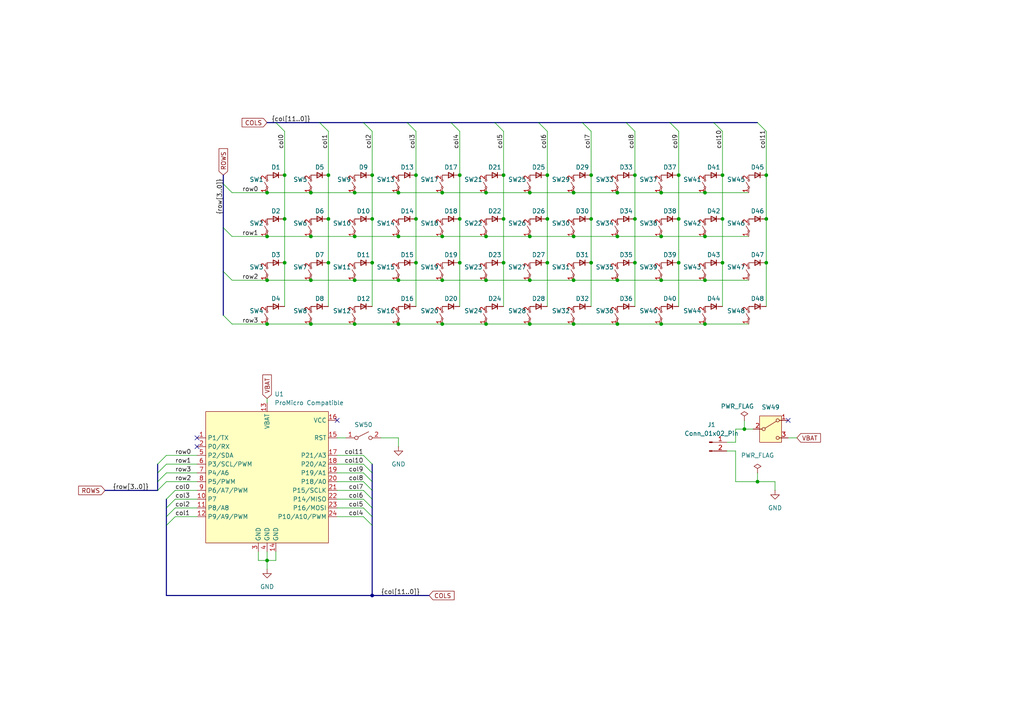
<source format=kicad_sch>
(kicad_sch
	(version 20250114)
	(generator "eeschema")
	(generator_version "9.0")
	(uuid "e3c88f17-e431-4ad8-b491-c68f92a3599e")
	(paper "A4")
	
	(junction
		(at 107.95 63.5)
		(diameter 0)
		(color 0 0 0 0)
		(uuid "002d5ad8-ef74-4beb-8c33-b3c3147abe15")
	)
	(junction
		(at 133.35 50.8)
		(diameter 0)
		(color 0 0 0 0)
		(uuid "00dc2123-9d30-44e7-ad2e-b53ffcf7ec5d")
	)
	(junction
		(at 191.77 81.28)
		(diameter 0)
		(color 0 0 0 0)
		(uuid "03dd787f-bb47-4e1d-bb03-7d61372b039b")
	)
	(junction
		(at 95.25 63.5)
		(diameter 0)
		(color 0 0 0 0)
		(uuid "08497830-24b2-402b-b591-82325c9f6584")
	)
	(junction
		(at 191.77 68.58)
		(diameter 0)
		(color 0 0 0 0)
		(uuid "0d654438-8902-40e4-8e09-55a0836a6ea7")
	)
	(junction
		(at 153.67 68.58)
		(diameter 0)
		(color 0 0 0 0)
		(uuid "0df900b7-f253-49e5-be16-069430e9c15f")
	)
	(junction
		(at 107.95 172.72)
		(diameter 0)
		(color 0 0 0 0)
		(uuid "0fa57eb5-eaa7-4e45-8fbc-a988e3305738")
	)
	(junction
		(at 102.87 81.28)
		(diameter 0)
		(color 0 0 0 0)
		(uuid "14483e4c-b619-41bd-9bf9-70d26f524a25")
	)
	(junction
		(at 158.75 76.2)
		(diameter 0)
		(color 0 0 0 0)
		(uuid "1985963e-0e18-4d15-8d41-9444514dc67f")
	)
	(junction
		(at 158.75 63.5)
		(diameter 0)
		(color 0 0 0 0)
		(uuid "27f97fd4-2c74-4cae-8d8a-9ea46548d652")
	)
	(junction
		(at 77.47 81.28)
		(diameter 0)
		(color 0 0 0 0)
		(uuid "2907d7d0-eef8-43d7-9fe2-512e471c56f0")
	)
	(junction
		(at 102.87 93.98)
		(diameter 0)
		(color 0 0 0 0)
		(uuid "29188768-3ace-4c0a-9c82-cbc0a5df875a")
	)
	(junction
		(at 191.77 93.98)
		(diameter 0)
		(color 0 0 0 0)
		(uuid "291d352b-e74b-4467-ac4d-024c521d11c3")
	)
	(junction
		(at 115.57 55.88)
		(diameter 0)
		(color 0 0 0 0)
		(uuid "2b0a305e-4899-4052-8e5b-7a0dc28c25cb")
	)
	(junction
		(at 82.55 63.5)
		(diameter 0)
		(color 0 0 0 0)
		(uuid "2d814daa-ed4e-4a5a-b92d-ba24c14070d5")
	)
	(junction
		(at 120.65 63.5)
		(diameter 0)
		(color 0 0 0 0)
		(uuid "308d1f96-bee8-4a55-9506-ffbb3f4ccb85")
	)
	(junction
		(at 166.37 81.28)
		(diameter 0)
		(color 0 0 0 0)
		(uuid "33c61722-b1e3-4cc7-997f-579bf9a71d8f")
	)
	(junction
		(at 128.27 68.58)
		(diameter 0)
		(color 0 0 0 0)
		(uuid "37a1e809-3009-4ea4-b53a-bdb3798e9e1f")
	)
	(junction
		(at 77.47 55.88)
		(diameter 0)
		(color 0 0 0 0)
		(uuid "38bd1f97-602b-4f5b-a40a-87875dc43770")
	)
	(junction
		(at 77.47 162.56)
		(diameter 0)
		(color 0 0 0 0)
		(uuid "3c09b5da-21df-42e6-9498-c7ad2ed6be36")
	)
	(junction
		(at 107.95 76.2)
		(diameter 0)
		(color 0 0 0 0)
		(uuid "3d339a16-06a8-4eef-b294-7267ce71ccd4")
	)
	(junction
		(at 179.07 68.58)
		(diameter 0)
		(color 0 0 0 0)
		(uuid "3e6652a5-8b94-4049-94e8-33077a352d8b")
	)
	(junction
		(at 171.45 50.8)
		(diameter 0)
		(color 0 0 0 0)
		(uuid "447b6ff1-7a3e-416b-b5a1-d4c04a3c94e5")
	)
	(junction
		(at 153.67 55.88)
		(diameter 0)
		(color 0 0 0 0)
		(uuid "499602a4-6bb1-41ff-beb6-18e477387ade")
	)
	(junction
		(at 146.05 50.8)
		(diameter 0)
		(color 0 0 0 0)
		(uuid "4a324584-305e-43f6-815d-56aaefdc7f01")
	)
	(junction
		(at 171.45 76.2)
		(diameter 0)
		(color 0 0 0 0)
		(uuid "4eab1886-0c3a-4a47-8c9b-5421d2762887")
	)
	(junction
		(at 140.97 55.88)
		(diameter 0)
		(color 0 0 0 0)
		(uuid "553de34e-403f-41fb-b30d-29975f849280")
	)
	(junction
		(at 120.65 76.2)
		(diameter 0)
		(color 0 0 0 0)
		(uuid "585aca02-751a-4759-9522-72dd35cf4031")
	)
	(junction
		(at 209.55 76.2)
		(diameter 0)
		(color 0 0 0 0)
		(uuid "5b601b5a-122a-49b6-993d-174f839246e2")
	)
	(junction
		(at 153.67 93.98)
		(diameter 0)
		(color 0 0 0 0)
		(uuid "5be27638-5c24-439c-8d07-37f109c5c562")
	)
	(junction
		(at 196.85 63.5)
		(diameter 0)
		(color 0 0 0 0)
		(uuid "5c10175d-9c14-48dc-abe3-455f9ab79efa")
	)
	(junction
		(at 179.07 81.28)
		(diameter 0)
		(color 0 0 0 0)
		(uuid "5f7e5647-f26f-4a8f-a842-e987fdc15e4e")
	)
	(junction
		(at 140.97 68.58)
		(diameter 0)
		(color 0 0 0 0)
		(uuid "6323fc3a-a0fc-4e0c-a0f1-75c856d9067e")
	)
	(junction
		(at 82.55 50.8)
		(diameter 0)
		(color 0 0 0 0)
		(uuid "67991a72-2591-4f23-9dca-80506b00fccf")
	)
	(junction
		(at 219.71 139.7)
		(diameter 0)
		(color 0 0 0 0)
		(uuid "67cd49bd-e2c2-40a4-9fd5-0795ee897dae")
	)
	(junction
		(at 166.37 55.88)
		(diameter 0)
		(color 0 0 0 0)
		(uuid "68ff73ac-8bce-4bc2-8707-e2ed2883066a")
	)
	(junction
		(at 140.97 81.28)
		(diameter 0)
		(color 0 0 0 0)
		(uuid "6a0ed3e0-018e-4932-a1e2-1b837b5fd764")
	)
	(junction
		(at 191.77 55.88)
		(diameter 0)
		(color 0 0 0 0)
		(uuid "6becbc48-d9e2-4946-bd3b-d2aea0a3ae51")
	)
	(junction
		(at 107.95 50.8)
		(diameter 0)
		(color 0 0 0 0)
		(uuid "6eb917dd-8504-48a2-9ac4-8311456b318c")
	)
	(junction
		(at 95.25 50.8)
		(diameter 0)
		(color 0 0 0 0)
		(uuid "6fea4a7a-439d-4ebd-87dd-ef636c9bedcb")
	)
	(junction
		(at 184.15 50.8)
		(diameter 0)
		(color 0 0 0 0)
		(uuid "7a1ef0d2-dec3-46b8-9761-bb8c5ee98fb1")
	)
	(junction
		(at 184.15 76.2)
		(diameter 0)
		(color 0 0 0 0)
		(uuid "7aadb54e-606e-4df2-b290-8a0a691d2ae0")
	)
	(junction
		(at 179.07 55.88)
		(diameter 0)
		(color 0 0 0 0)
		(uuid "7b9aea94-e743-415c-b550-c16c1ce0c22a")
	)
	(junction
		(at 204.47 81.28)
		(diameter 0)
		(color 0 0 0 0)
		(uuid "7bd973cd-6ea2-48e1-b727-f358f8c66f7c")
	)
	(junction
		(at 133.35 76.2)
		(diameter 0)
		(color 0 0 0 0)
		(uuid "7c5737ed-3f85-4b08-98a8-7bcc93d856c8")
	)
	(junction
		(at 90.17 81.28)
		(diameter 0)
		(color 0 0 0 0)
		(uuid "7dfcc26a-0c4e-40e5-a2ac-fd0669be2e6c")
	)
	(junction
		(at 146.05 63.5)
		(diameter 0)
		(color 0 0 0 0)
		(uuid "7f3fa247-d267-4196-ab62-3f3518334270")
	)
	(junction
		(at 184.15 63.5)
		(diameter 0)
		(color 0 0 0 0)
		(uuid "823a8bda-f793-4651-ba48-fd6058637df2")
	)
	(junction
		(at 171.45 63.5)
		(diameter 0)
		(color 0 0 0 0)
		(uuid "856a0de0-cb1e-40f1-8050-dbfeb292e655")
	)
	(junction
		(at 209.55 50.8)
		(diameter 0)
		(color 0 0 0 0)
		(uuid "87b063ef-c59a-42cc-a988-29f8851536ab")
	)
	(junction
		(at 77.47 68.58)
		(diameter 0)
		(color 0 0 0 0)
		(uuid "88289cbb-2c8d-4d5f-97d5-70d72d008253")
	)
	(junction
		(at 140.97 93.98)
		(diameter 0)
		(color 0 0 0 0)
		(uuid "8fa82415-c417-4c2d-ba43-733ae09034ac")
	)
	(junction
		(at 90.17 68.58)
		(diameter 0)
		(color 0 0 0 0)
		(uuid "923526d2-3622-49f9-95e5-053ef5fc2658")
	)
	(junction
		(at 209.55 63.5)
		(diameter 0)
		(color 0 0 0 0)
		(uuid "95de6db7-ceb1-4d44-bbeb-35c8136e6edb")
	)
	(junction
		(at 120.65 50.8)
		(diameter 0)
		(color 0 0 0 0)
		(uuid "98fc4ee6-4329-4ecd-9b81-723a939040a9")
	)
	(junction
		(at 102.87 68.58)
		(diameter 0)
		(color 0 0 0 0)
		(uuid "a21d3467-e585-4ef4-83b9-0211cada653a")
	)
	(junction
		(at 196.85 76.2)
		(diameter 0)
		(color 0 0 0 0)
		(uuid "a2a78e0e-fb81-443e-a577-e9490fa8dfa1")
	)
	(junction
		(at 133.35 63.5)
		(diameter 0)
		(color 0 0 0 0)
		(uuid "a495b52f-2628-43bb-b16b-25c924d80a5f")
	)
	(junction
		(at 204.47 55.88)
		(diameter 0)
		(color 0 0 0 0)
		(uuid "a682478a-2d3d-4bb2-8158-d06e18e5855d")
	)
	(junction
		(at 158.75 50.8)
		(diameter 0)
		(color 0 0 0 0)
		(uuid "a84006bd-85d5-4fd3-95dd-b11e2c812445")
	)
	(junction
		(at 222.25 76.2)
		(diameter 0)
		(color 0 0 0 0)
		(uuid "a9f641df-2058-41fe-b009-5314247b6cc2")
	)
	(junction
		(at 204.47 93.98)
		(diameter 0)
		(color 0 0 0 0)
		(uuid "aa238040-be73-4d90-a5c5-0cb4ab0ba752")
	)
	(junction
		(at 115.57 81.28)
		(diameter 0)
		(color 0 0 0 0)
		(uuid "ab9aafa7-089e-466d-a61f-3d68b471d5b3")
	)
	(junction
		(at 115.57 68.58)
		(diameter 0)
		(color 0 0 0 0)
		(uuid "ae230cff-dbe5-4dc5-84d8-5a3279279a5d")
	)
	(junction
		(at 166.37 93.98)
		(diameter 0)
		(color 0 0 0 0)
		(uuid "b31f79b4-ff4f-40d4-987d-448f55464eee")
	)
	(junction
		(at 128.27 81.28)
		(diameter 0)
		(color 0 0 0 0)
		(uuid "b871b874-2887-4030-93f3-ceb1c721aadf")
	)
	(junction
		(at 95.25 76.2)
		(diameter 0)
		(color 0 0 0 0)
		(uuid "b88f3b1b-d54e-4706-ba26-c407ac30c2c3")
	)
	(junction
		(at 196.85 50.8)
		(diameter 0)
		(color 0 0 0 0)
		(uuid "bb152277-fc91-4370-ad2a-b8952e12732c")
	)
	(junction
		(at 215.9 124.46)
		(diameter 0)
		(color 0 0 0 0)
		(uuid "bbaa9554-e646-41fb-a960-825856b66b1e")
	)
	(junction
		(at 179.07 93.98)
		(diameter 0)
		(color 0 0 0 0)
		(uuid "bc471a03-5742-4d54-a0b4-efc3c741769a")
	)
	(junction
		(at 222.25 63.5)
		(diameter 0)
		(color 0 0 0 0)
		(uuid "c4db0ec5-24f1-41a7-9905-ff7469924e3c")
	)
	(junction
		(at 115.57 93.98)
		(diameter 0)
		(color 0 0 0 0)
		(uuid "c9dd3468-5603-455a-b6bd-a27d177f1492")
	)
	(junction
		(at 222.25 50.8)
		(diameter 0)
		(color 0 0 0 0)
		(uuid "c9df2b56-4fa5-4911-a38f-c4edbd014d33")
	)
	(junction
		(at 90.17 55.88)
		(diameter 0)
		(color 0 0 0 0)
		(uuid "c9f9ddd8-a1c0-4ea6-916a-095863786d70")
	)
	(junction
		(at 204.47 68.58)
		(diameter 0)
		(color 0 0 0 0)
		(uuid "cd31537a-25f2-4f4a-bacd-1b9e56d42d25")
	)
	(junction
		(at 146.05 76.2)
		(diameter 0)
		(color 0 0 0 0)
		(uuid "cf7962ba-7746-4e4e-837f-3ce72181e7f4")
	)
	(junction
		(at 166.37 68.58)
		(diameter 0)
		(color 0 0 0 0)
		(uuid "d5379552-3473-4677-986b-b23e3b73c27a")
	)
	(junction
		(at 102.87 55.88)
		(diameter 0)
		(color 0 0 0 0)
		(uuid "d6893f9a-04b9-4cee-b27a-c9fa4aac671c")
	)
	(junction
		(at 90.17 93.98)
		(diameter 0)
		(color 0 0 0 0)
		(uuid "e19b2db6-5fe6-4180-af8f-a6f3fe2e47cc")
	)
	(junction
		(at 128.27 93.98)
		(diameter 0)
		(color 0 0 0 0)
		(uuid "e6e65e1b-ae58-4a4a-8e7a-bad745465863")
	)
	(junction
		(at 153.67 81.28)
		(diameter 0)
		(color 0 0 0 0)
		(uuid "e7c508b9-1813-4aa3-8105-6c387d4241b8")
	)
	(junction
		(at 82.55 76.2)
		(diameter 0)
		(color 0 0 0 0)
		(uuid "ef5f3edf-6f5b-4836-9d4f-6780cbe53c19")
	)
	(junction
		(at 128.27 55.88)
		(diameter 0)
		(color 0 0 0 0)
		(uuid "f1e2e988-d334-4f7e-babe-8cc404b426e8")
	)
	(junction
		(at 77.47 93.98)
		(diameter 0)
		(color 0 0 0 0)
		(uuid "f81cd84f-5a32-48ec-838b-3ea5ed6e0310")
	)
	(no_connect
		(at 57.15 129.54)
		(uuid "4095a63d-c131-4c91-966c-43222aff5c94")
	)
	(no_connect
		(at 228.6 121.92)
		(uuid "5321128d-8d6d-45bc-a235-b50132ebf69f")
	)
	(no_connect
		(at 97.79 121.92)
		(uuid "6ed74e1d-3701-4e27-b475-923ead78bddb")
	)
	(no_connect
		(at 57.15 127)
		(uuid "95549a55-9a3b-47f9-b36f-9856cf660c94")
	)
	(bus_entry
		(at 181.61 35.56)
		(size 2.54 2.54)
		(stroke
			(width 0)
			(type default)
		)
		(uuid "009e09f3-3b23-47ef-ad1b-79ff00e87d04")
	)
	(bus_entry
		(at 64.77 91.44)
		(size 2.54 2.54)
		(stroke
			(width 0)
			(type default)
		)
		(uuid "024cf0bc-2802-49aa-8bde-67656e1c8a12")
	)
	(bus_entry
		(at 50.8 144.78)
		(size -2.54 2.54)
		(stroke
			(width 0)
			(type default)
		)
		(uuid "03b26fc9-15eb-461b-868d-b1600ca48be1")
	)
	(bus_entry
		(at 50.8 147.32)
		(size -2.54 2.54)
		(stroke
			(width 0)
			(type default)
		)
		(uuid "0db1af60-e609-40de-8843-4982b19f1c65")
	)
	(bus_entry
		(at 48.26 137.16)
		(size -2.54 2.54)
		(stroke
			(width 0)
			(type default)
		)
		(uuid "0f7ca82b-317f-41fa-9910-3755033761be")
	)
	(bus_entry
		(at 105.41 149.86)
		(size 2.54 2.54)
		(stroke
			(width 0)
			(type default)
		)
		(uuid "0fb38ceb-4dbf-4507-862b-b6269736108a")
	)
	(bus_entry
		(at 48.26 132.08)
		(size -2.54 2.54)
		(stroke
			(width 0)
			(type default)
		)
		(uuid "15072654-3dbf-48ba-9683-512fd51b84b5")
	)
	(bus_entry
		(at 105.41 35.56)
		(size 2.54 2.54)
		(stroke
			(width 0)
			(type default)
		)
		(uuid "20df9d8d-f32f-4f48-8cf8-d3b5ddd102a5")
	)
	(bus_entry
		(at 118.11 35.56)
		(size 2.54 2.54)
		(stroke
			(width 0)
			(type default)
		)
		(uuid "23e9520f-4358-4737-994f-70948e2ef4e4")
	)
	(bus_entry
		(at 143.51 35.56)
		(size 2.54 2.54)
		(stroke
			(width 0)
			(type default)
		)
		(uuid "2f2ec5f1-4936-4315-b05b-43475794fcc3")
	)
	(bus_entry
		(at 194.31 35.56)
		(size 2.54 2.54)
		(stroke
			(width 0)
			(type default)
		)
		(uuid "31409a7d-447e-4f3a-94cc-d9e1e54eb7ef")
	)
	(bus_entry
		(at 207.01 35.56)
		(size 2.54 2.54)
		(stroke
			(width 0)
			(type default)
		)
		(uuid "33a194bb-e8a2-4afb-b030-4e277c0b7d80")
	)
	(bus_entry
		(at 156.21 35.56)
		(size 2.54 2.54)
		(stroke
			(width 0)
			(type default)
		)
		(uuid "375b1d87-0cb0-4a1a-b378-b2d1ce10690a")
	)
	(bus_entry
		(at 64.77 53.34)
		(size 2.54 2.54)
		(stroke
			(width 0)
			(type default)
		)
		(uuid "4dd0e044-8c64-4bde-a209-e47dec1f86d2")
	)
	(bus_entry
		(at 50.8 149.86)
		(size -2.54 2.54)
		(stroke
			(width 0)
			(type default)
		)
		(uuid "538a8068-5738-4036-9521-903be9e9c118")
	)
	(bus_entry
		(at 105.41 134.62)
		(size 2.54 2.54)
		(stroke
			(width 0)
			(type default)
		)
		(uuid "676789f5-fc97-49bb-a6d7-dbb9c049ee94")
	)
	(bus_entry
		(at 50.8 142.24)
		(size -2.54 2.54)
		(stroke
			(width 0)
			(type default)
		)
		(uuid "77a88dbe-258d-4cdb-9b80-c1d45c9bde36")
	)
	(bus_entry
		(at 219.71 35.56)
		(size 2.54 2.54)
		(stroke
			(width 0)
			(type default)
		)
		(uuid "7b4dc7c4-5575-4bbf-a2d6-bb9b5dac9d70")
	)
	(bus_entry
		(at 105.41 144.78)
		(size 2.54 2.54)
		(stroke
			(width 0)
			(type default)
		)
		(uuid "7cf4ddba-73ad-4282-9fb3-422804beed16")
	)
	(bus_entry
		(at 64.77 66.04)
		(size 2.54 2.54)
		(stroke
			(width 0)
			(type default)
		)
		(uuid "82af69a9-c389-46a3-8b78-370df5befe31")
	)
	(bus_entry
		(at 105.41 147.32)
		(size 2.54 2.54)
		(stroke
			(width 0)
			(type default)
		)
		(uuid "89bb9591-bea9-4ad6-b767-85e40b212f46")
	)
	(bus_entry
		(at 105.41 137.16)
		(size 2.54 2.54)
		(stroke
			(width 0)
			(type default)
		)
		(uuid "9408f5ba-d66f-4133-8279-707cf3d63880")
	)
	(bus_entry
		(at 48.26 134.62)
		(size -2.54 2.54)
		(stroke
			(width 0)
			(type default)
		)
		(uuid "b5ab9156-2013-4fe0-9b1f-6fd9bf98af0d")
	)
	(bus_entry
		(at 48.26 139.7)
		(size -2.54 2.54)
		(stroke
			(width 0)
			(type default)
		)
		(uuid "be803e9f-21d5-4a1f-9532-c1871de945d8")
	)
	(bus_entry
		(at 105.41 142.24)
		(size 2.54 2.54)
		(stroke
			(width 0)
			(type default)
		)
		(uuid "c2cf5ad8-fe1e-4efa-83d6-f83cb50cd21f")
	)
	(bus_entry
		(at 105.41 139.7)
		(size 2.54 2.54)
		(stroke
			(width 0)
			(type default)
		)
		(uuid "c4469dd4-09fd-476c-83dc-32383ad52ee8")
	)
	(bus_entry
		(at 130.81 35.56)
		(size 2.54 2.54)
		(stroke
			(width 0)
			(type default)
		)
		(uuid "c95877f7-228f-4604-9bd2-8242d4d63dcf")
	)
	(bus_entry
		(at 80.01 35.56)
		(size 2.54 2.54)
		(stroke
			(width 0)
			(type default)
		)
		(uuid "cf6eb2e0-34dc-43f8-af3a-eb10dfc5cbcc")
	)
	(bus_entry
		(at 168.91 35.56)
		(size 2.54 2.54)
		(stroke
			(width 0)
			(type default)
		)
		(uuid "cfdd6754-68f7-4fcf-9a1d-661794d4e163")
	)
	(bus_entry
		(at 64.77 78.74)
		(size 2.54 2.54)
		(stroke
			(width 0)
			(type default)
		)
		(uuid "dafc99a8-5bf2-4591-a55c-67756ea289b2")
	)
	(bus_entry
		(at 92.71 35.56)
		(size 2.54 2.54)
		(stroke
			(width 0)
			(type default)
		)
		(uuid "ee7bc58b-d793-45a6-a82e-c8e64ad02689")
	)
	(bus_entry
		(at 105.41 132.08)
		(size 2.54 2.54)
		(stroke
			(width 0)
			(type default)
		)
		(uuid "f8f10721-22f0-45a3-89c7-e32e8889c7cd")
	)
	(wire
		(pts
			(xy 90.17 68.58) (xy 102.87 68.58)
		)
		(stroke
			(width 0)
			(type default)
		)
		(uuid "0162c3ba-43a5-4f69-85cd-bd5991c40085")
	)
	(wire
		(pts
			(xy 48.26 134.62) (xy 57.15 134.62)
		)
		(stroke
			(width 0)
			(type default)
		)
		(uuid "01738553-1d48-4feb-8e31-75b830410187")
	)
	(bus
		(pts
			(xy 64.77 78.74) (xy 64.77 91.44)
		)
		(stroke
			(width 0)
			(type default)
		)
		(uuid "02958b57-e133-4492-aaf4-e9fca0451f65")
	)
	(wire
		(pts
			(xy 179.07 68.58) (xy 191.77 68.58)
		)
		(stroke
			(width 0)
			(type default)
		)
		(uuid "03451b7d-bc62-42c4-9136-7443b7a403f5")
	)
	(bus
		(pts
			(xy 194.31 35.56) (xy 207.01 35.56)
		)
		(stroke
			(width 0)
			(type default)
		)
		(uuid "04291727-2b02-4ebd-bad4-197eadb4e8e8")
	)
	(wire
		(pts
			(xy 222.25 63.5) (xy 222.25 76.2)
		)
		(stroke
			(width 0)
			(type default)
		)
		(uuid "058c30f5-9e3b-4cfd-8bd9-54f369a791c5")
	)
	(bus
		(pts
			(xy 48.26 149.86) (xy 48.26 152.4)
		)
		(stroke
			(width 0)
			(type default)
		)
		(uuid "05e62dc0-3bba-4da9-8e51-88c5ec7a3ac6")
	)
	(wire
		(pts
			(xy 171.45 63.5) (xy 171.45 76.2)
		)
		(stroke
			(width 0)
			(type default)
		)
		(uuid "069d45da-e85b-4e87-973e-6d64f646e385")
	)
	(wire
		(pts
			(xy 102.87 55.88) (xy 115.57 55.88)
		)
		(stroke
			(width 0)
			(type default)
		)
		(uuid "06aad752-bd9d-4e00-808d-62260c3b9e57")
	)
	(wire
		(pts
			(xy 120.65 63.5) (xy 120.65 76.2)
		)
		(stroke
			(width 0)
			(type default)
		)
		(uuid "08986c3b-4350-4ebb-b31e-76d3db07ba86")
	)
	(wire
		(pts
			(xy 74.93 162.56) (xy 77.47 162.56)
		)
		(stroke
			(width 0)
			(type default)
		)
		(uuid "0a95a8a7-7aa8-4b62-a20f-1f9b3189d861")
	)
	(wire
		(pts
			(xy 67.31 93.98) (xy 77.47 93.98)
		)
		(stroke
			(width 0)
			(type default)
		)
		(uuid "0bd6f8d5-c98a-405b-aa96-fd6bf9488dee")
	)
	(wire
		(pts
			(xy 204.47 68.58) (xy 217.17 68.58)
		)
		(stroke
			(width 0)
			(type default)
		)
		(uuid "0eec1caa-2be5-417d-be4c-dddc61b7182a")
	)
	(wire
		(pts
			(xy 184.15 38.1) (xy 184.15 50.8)
		)
		(stroke
			(width 0)
			(type default)
		)
		(uuid "0f6a26d6-e4c3-4fc6-9e05-74aff30fb243")
	)
	(wire
		(pts
			(xy 133.35 76.2) (xy 133.35 88.9)
		)
		(stroke
			(width 0)
			(type default)
		)
		(uuid "13a7dc81-5b52-4dcb-840a-8fa2d30d5c67")
	)
	(wire
		(pts
			(xy 209.55 38.1) (xy 209.55 50.8)
		)
		(stroke
			(width 0)
			(type default)
		)
		(uuid "155bd6a8-c584-4115-a308-86a271741765")
	)
	(wire
		(pts
			(xy 110.49 127) (xy 115.57 127)
		)
		(stroke
			(width 0)
			(type default)
		)
		(uuid "181c0328-30a6-4629-8992-efc13f0a129a")
	)
	(wire
		(pts
			(xy 213.36 128.27) (xy 213.36 124.46)
		)
		(stroke
			(width 0)
			(type default)
		)
		(uuid "187e2e05-f3b4-436f-bff3-ae694b9b945b")
	)
	(wire
		(pts
			(xy 140.97 55.88) (xy 153.67 55.88)
		)
		(stroke
			(width 0)
			(type default)
		)
		(uuid "18ca722d-ca1c-4e4c-907f-873d770a6aae")
	)
	(wire
		(pts
			(xy 213.36 139.7) (xy 219.71 139.7)
		)
		(stroke
			(width 0)
			(type default)
		)
		(uuid "197c8c8b-865d-495e-a396-1fd1d893e39c")
	)
	(bus
		(pts
			(xy 130.81 35.56) (xy 143.51 35.56)
		)
		(stroke
			(width 0)
			(type default)
		)
		(uuid "1a7061fa-54bb-431a-b69f-d5bf86ede603")
	)
	(wire
		(pts
			(xy 77.47 160.02) (xy 77.47 162.56)
		)
		(stroke
			(width 0)
			(type default)
		)
		(uuid "1a9be0c2-ff52-42ad-9250-6924f9ef9724")
	)
	(wire
		(pts
			(xy 50.8 149.86) (xy 57.15 149.86)
		)
		(stroke
			(width 0)
			(type default)
		)
		(uuid "1bd73b1f-872e-4946-bf43-46750a10a642")
	)
	(wire
		(pts
			(xy 97.79 144.78) (xy 105.41 144.78)
		)
		(stroke
			(width 0)
			(type default)
		)
		(uuid "1bef0740-7f1c-4719-960c-cbcfea59235b")
	)
	(wire
		(pts
			(xy 133.35 50.8) (xy 133.35 63.5)
		)
		(stroke
			(width 0)
			(type default)
		)
		(uuid "1c91442f-b5b7-4fc0-a031-546613145ef5")
	)
	(wire
		(pts
			(xy 140.97 93.98) (xy 153.67 93.98)
		)
		(stroke
			(width 0)
			(type default)
		)
		(uuid "1eeb7580-7911-4d9f-bb72-e4e5b8d8a9e0")
	)
	(bus
		(pts
			(xy 107.95 172.72) (xy 124.46 172.72)
		)
		(stroke
			(width 0)
			(type default)
		)
		(uuid "2268d684-5d60-46ab-ad6e-da75eb2ee41d")
	)
	(wire
		(pts
			(xy 210.82 130.81) (xy 213.36 130.81)
		)
		(stroke
			(width 0)
			(type default)
		)
		(uuid "2672c9e1-06ef-4bbf-8351-b98a0be4f9ee")
	)
	(wire
		(pts
			(xy 153.67 81.28) (xy 166.37 81.28)
		)
		(stroke
			(width 0)
			(type default)
		)
		(uuid "274f0b02-84eb-4ad2-b41a-cd45cf7b911d")
	)
	(wire
		(pts
			(xy 191.77 68.58) (xy 204.47 68.58)
		)
		(stroke
			(width 0)
			(type default)
		)
		(uuid "2918574b-03ac-46f2-a26b-f9b5906fe935")
	)
	(wire
		(pts
			(xy 67.31 81.28) (xy 77.47 81.28)
		)
		(stroke
			(width 0)
			(type default)
		)
		(uuid "2a137223-6e53-424a-9d9c-f8335fd00951")
	)
	(wire
		(pts
			(xy 166.37 55.88) (xy 179.07 55.88)
		)
		(stroke
			(width 0)
			(type default)
		)
		(uuid "2aea9cfb-153a-4e60-96f5-14d69729bb10")
	)
	(wire
		(pts
			(xy 115.57 55.88) (xy 128.27 55.88)
		)
		(stroke
			(width 0)
			(type default)
		)
		(uuid "2c830e75-18bc-4e07-913e-56b0e3a30ac6")
	)
	(wire
		(pts
			(xy 210.82 128.27) (xy 213.36 128.27)
		)
		(stroke
			(width 0)
			(type default)
		)
		(uuid "2cc9b9e6-600c-4c2c-8f12-e4608ec7e72e")
	)
	(wire
		(pts
			(xy 107.95 76.2) (xy 107.95 88.9)
		)
		(stroke
			(width 0)
			(type default)
		)
		(uuid "2d8497a2-23df-4917-abab-27a2cb6b3de8")
	)
	(wire
		(pts
			(xy 97.79 149.86) (xy 105.41 149.86)
		)
		(stroke
			(width 0)
			(type default)
		)
		(uuid "30a7c3cb-ccdb-4852-9315-48b250cf81d2")
	)
	(wire
		(pts
			(xy 213.36 124.46) (xy 215.9 124.46)
		)
		(stroke
			(width 0)
			(type default)
		)
		(uuid "30d6e751-956f-4790-8310-65e0162c152d")
	)
	(wire
		(pts
			(xy 166.37 81.28) (xy 179.07 81.28)
		)
		(stroke
			(width 0)
			(type default)
		)
		(uuid "31259cb4-041c-4121-8edf-ac14cbbb9799")
	)
	(bus
		(pts
			(xy 105.41 35.56) (xy 118.11 35.56)
		)
		(stroke
			(width 0)
			(type default)
		)
		(uuid "328e365a-5681-45dd-8928-5d0dddb11be9")
	)
	(wire
		(pts
			(xy 158.75 50.8) (xy 158.75 63.5)
		)
		(stroke
			(width 0)
			(type default)
		)
		(uuid "335a1c41-abc6-40cf-8613-8121656b7432")
	)
	(wire
		(pts
			(xy 219.71 137.16) (xy 219.71 139.7)
		)
		(stroke
			(width 0)
			(type default)
		)
		(uuid "3663c8d3-4477-4364-9b2a-cf3cc92cd3bf")
	)
	(wire
		(pts
			(xy 196.85 50.8) (xy 196.85 63.5)
		)
		(stroke
			(width 0)
			(type default)
		)
		(uuid "3b5a345e-98ac-47df-b7ef-4f40c1bea72a")
	)
	(bus
		(pts
			(xy 107.95 144.78) (xy 107.95 147.32)
		)
		(stroke
			(width 0)
			(type default)
		)
		(uuid "3db2d6e6-f50c-4344-ace5-c0f4ed17709d")
	)
	(wire
		(pts
			(xy 97.79 142.24) (xy 105.41 142.24)
		)
		(stroke
			(width 0)
			(type default)
		)
		(uuid "3dfe4c5d-acbc-4eb4-927f-d6d106966a2b")
	)
	(wire
		(pts
			(xy 215.9 124.46) (xy 218.44 124.46)
		)
		(stroke
			(width 0)
			(type default)
		)
		(uuid "3ee70f4a-aa94-4b0d-bdb4-850e77d913c0")
	)
	(bus
		(pts
			(xy 48.26 147.32) (xy 48.26 149.86)
		)
		(stroke
			(width 0)
			(type default)
		)
		(uuid "40534e3b-4397-4b30-98de-a91f95750d04")
	)
	(wire
		(pts
			(xy 77.47 115.57) (xy 77.47 116.84)
		)
		(stroke
			(width 0)
			(type default)
		)
		(uuid "41e30b1a-cd06-4013-b32a-17b90ce4fca1")
	)
	(wire
		(pts
			(xy 179.07 93.98) (xy 191.77 93.98)
		)
		(stroke
			(width 0)
			(type default)
		)
		(uuid "42287cfb-7edf-4cf1-b64b-3fe7651992e6")
	)
	(wire
		(pts
			(xy 50.8 144.78) (xy 57.15 144.78)
		)
		(stroke
			(width 0)
			(type default)
		)
		(uuid "43caf4ff-bf32-4ff6-9466-0efe0c78818e")
	)
	(bus
		(pts
			(xy 107.95 147.32) (xy 107.95 149.86)
		)
		(stroke
			(width 0)
			(type default)
		)
		(uuid "44318cdc-37e4-49c0-9dd9-54303f5fcec3")
	)
	(wire
		(pts
			(xy 209.55 63.5) (xy 209.55 76.2)
		)
		(stroke
			(width 0)
			(type default)
		)
		(uuid "461370f2-6a3c-40c6-918a-a294df67609c")
	)
	(wire
		(pts
			(xy 50.8 142.24) (xy 57.15 142.24)
		)
		(stroke
			(width 0)
			(type default)
		)
		(uuid "481bef70-569e-4315-8aff-4c149627208b")
	)
	(wire
		(pts
			(xy 95.25 63.5) (xy 95.25 76.2)
		)
		(stroke
			(width 0)
			(type default)
		)
		(uuid "48ce36cd-1d05-4efa-9df7-0176c4c5a495")
	)
	(bus
		(pts
			(xy 77.47 35.56) (xy 80.01 35.56)
		)
		(stroke
			(width 0)
			(type default)
		)
		(uuid "49e7cc91-02e6-4cac-8c44-537ca4894671")
	)
	(wire
		(pts
			(xy 153.67 93.98) (xy 166.37 93.98)
		)
		(stroke
			(width 0)
			(type default)
		)
		(uuid "4c77742a-8aff-4851-ad0b-5f8109f67b8b")
	)
	(wire
		(pts
			(xy 171.45 38.1) (xy 171.45 50.8)
		)
		(stroke
			(width 0)
			(type default)
		)
		(uuid "50565201-0f1d-4784-9745-01fc6aa13b69")
	)
	(wire
		(pts
			(xy 97.79 132.08) (xy 105.41 132.08)
		)
		(stroke
			(width 0)
			(type default)
		)
		(uuid "512f56d1-5909-434d-a4e6-ad6249f3d96a")
	)
	(bus
		(pts
			(xy 30.48 142.24) (xy 45.72 142.24)
		)
		(stroke
			(width 0)
			(type default)
		)
		(uuid "533caa37-3c93-4281-9edf-8256977e7e09")
	)
	(wire
		(pts
			(xy 97.79 137.16) (xy 105.41 137.16)
		)
		(stroke
			(width 0)
			(type default)
		)
		(uuid "533d9edf-5671-4459-80dc-a361026ef000")
	)
	(bus
		(pts
			(xy 156.21 35.56) (xy 168.91 35.56)
		)
		(stroke
			(width 0)
			(type default)
		)
		(uuid "55328943-aab0-4cf3-81b2-57226753aea6")
	)
	(wire
		(pts
			(xy 102.87 68.58) (xy 115.57 68.58)
		)
		(stroke
			(width 0)
			(type default)
		)
		(uuid "58760970-9e82-4a9a-b91d-1238264a90b0")
	)
	(wire
		(pts
			(xy 77.47 81.28) (xy 90.17 81.28)
		)
		(stroke
			(width 0)
			(type default)
		)
		(uuid "594b80ca-08f6-4388-a252-c7640890c2d5")
	)
	(wire
		(pts
			(xy 222.25 76.2) (xy 222.25 88.9)
		)
		(stroke
			(width 0)
			(type default)
		)
		(uuid "5a8ba873-6306-44aa-9058-75d7bbf0968d")
	)
	(wire
		(pts
			(xy 115.57 68.58) (xy 128.27 68.58)
		)
		(stroke
			(width 0)
			(type default)
		)
		(uuid "5db2f3c5-9b02-4818-8391-77992921f88f")
	)
	(wire
		(pts
			(xy 95.25 38.1) (xy 95.25 50.8)
		)
		(stroke
			(width 0)
			(type default)
		)
		(uuid "5db442d1-df20-4075-9d8c-e9df2aa06108")
	)
	(wire
		(pts
			(xy 184.15 63.5) (xy 184.15 76.2)
		)
		(stroke
			(width 0)
			(type default)
		)
		(uuid "5f6191de-1518-4a62-a1a0-ee3a188b767e")
	)
	(wire
		(pts
			(xy 90.17 55.88) (xy 102.87 55.88)
		)
		(stroke
			(width 0)
			(type default)
		)
		(uuid "60765b41-e87a-41e8-9ae8-ac18ea66d3ae")
	)
	(wire
		(pts
			(xy 48.26 137.16) (xy 57.15 137.16)
		)
		(stroke
			(width 0)
			(type default)
		)
		(uuid "61ea4321-5cf5-4d7a-9f9c-48251247161b")
	)
	(wire
		(pts
			(xy 209.55 50.8) (xy 209.55 63.5)
		)
		(stroke
			(width 0)
			(type default)
		)
		(uuid "6257f58c-d716-456b-a7a2-8ae2ee2df264")
	)
	(wire
		(pts
			(xy 171.45 76.2) (xy 171.45 88.9)
		)
		(stroke
			(width 0)
			(type default)
		)
		(uuid "662bdfa5-4e19-4d9c-9560-6080fefbb078")
	)
	(wire
		(pts
			(xy 219.71 139.7) (xy 224.79 139.7)
		)
		(stroke
			(width 0)
			(type default)
		)
		(uuid "671ae363-e776-4e1e-82fd-e512d1e0fec3")
	)
	(wire
		(pts
			(xy 115.57 93.98) (xy 128.27 93.98)
		)
		(stroke
			(width 0)
			(type default)
		)
		(uuid "673f7fe7-00af-4436-92a1-877f994a09cf")
	)
	(bus
		(pts
			(xy 48.26 152.4) (xy 48.26 172.72)
		)
		(stroke
			(width 0)
			(type default)
		)
		(uuid "678c474a-6003-4933-9878-0a45e08f9932")
	)
	(wire
		(pts
			(xy 146.05 76.2) (xy 146.05 88.9)
		)
		(stroke
			(width 0)
			(type default)
		)
		(uuid "682ab370-0d10-44e7-8279-f0c997433c14")
	)
	(bus
		(pts
			(xy 45.72 134.62) (xy 45.72 137.16)
		)
		(stroke
			(width 0)
			(type default)
		)
		(uuid "6a560dd8-c1c2-42e5-bfe3-cdfb7eb4dd2e")
	)
	(wire
		(pts
			(xy 107.95 63.5) (xy 107.95 76.2)
		)
		(stroke
			(width 0)
			(type default)
		)
		(uuid "6b48b785-5573-4bf7-881b-13a11714d477")
	)
	(wire
		(pts
			(xy 97.79 139.7) (xy 105.41 139.7)
		)
		(stroke
			(width 0)
			(type default)
		)
		(uuid "6cba1f25-5537-4723-beec-4c2cd7d991b4")
	)
	(wire
		(pts
			(xy 133.35 38.1) (xy 133.35 50.8)
		)
		(stroke
			(width 0)
			(type default)
		)
		(uuid "6f3329be-2ae4-4a7d-8b5d-f0a03186e27a")
	)
	(bus
		(pts
			(xy 48.26 144.78) (xy 48.26 147.32)
		)
		(stroke
			(width 0)
			(type default)
		)
		(uuid "70282505-2269-4cc1-84d9-62adb1e620f4")
	)
	(wire
		(pts
			(xy 213.36 130.81) (xy 213.36 139.7)
		)
		(stroke
			(width 0)
			(type default)
		)
		(uuid "7043e3e8-dca2-42fb-b402-d655598a6765")
	)
	(wire
		(pts
			(xy 204.47 93.98) (xy 217.17 93.98)
		)
		(stroke
			(width 0)
			(type default)
		)
		(uuid "7326fccf-dca2-44e4-8a4f-3d8181da0163")
	)
	(wire
		(pts
			(xy 191.77 81.28) (xy 204.47 81.28)
		)
		(stroke
			(width 0)
			(type default)
		)
		(uuid "74a46798-82a6-4e56-91eb-39cfd9f41602")
	)
	(wire
		(pts
			(xy 82.55 38.1) (xy 82.55 50.8)
		)
		(stroke
			(width 0)
			(type default)
		)
		(uuid "76ddbda5-5bfe-4201-a3d3-11b3501a5d7f")
	)
	(wire
		(pts
			(xy 77.47 162.56) (xy 77.47 165.1)
		)
		(stroke
			(width 0)
			(type default)
		)
		(uuid "78a1b914-60db-497e-8359-dc8a1aada26b")
	)
	(wire
		(pts
			(xy 158.75 76.2) (xy 158.75 88.9)
		)
		(stroke
			(width 0)
			(type default)
		)
		(uuid "7a6492de-ec9e-4f1c-9bcb-317bb661086f")
	)
	(wire
		(pts
			(xy 74.93 160.02) (xy 74.93 162.56)
		)
		(stroke
			(width 0)
			(type default)
		)
		(uuid "7e5ecc3b-7fa8-4fa0-bd10-4e7ae53b5fa9")
	)
	(wire
		(pts
			(xy 90.17 93.98) (xy 102.87 93.98)
		)
		(stroke
			(width 0)
			(type default)
		)
		(uuid "7eeb267d-4813-4afe-bb24-5a661564f691")
	)
	(bus
		(pts
			(xy 92.71 35.56) (xy 105.41 35.56)
		)
		(stroke
			(width 0)
			(type default)
		)
		(uuid "806bcefa-77b7-4c51-ac83-0c70f4b7fcdb")
	)
	(wire
		(pts
			(xy 128.27 68.58) (xy 140.97 68.58)
		)
		(stroke
			(width 0)
			(type default)
		)
		(uuid "828ae125-c6ce-491f-ba29-ab4b707e38c9")
	)
	(wire
		(pts
			(xy 102.87 81.28) (xy 115.57 81.28)
		)
		(stroke
			(width 0)
			(type default)
		)
		(uuid "834a4512-bc08-4fd3-8076-f5347a87de26")
	)
	(bus
		(pts
			(xy 80.01 35.56) (xy 92.71 35.56)
		)
		(stroke
			(width 0)
			(type default)
		)
		(uuid "83d0b95e-8c55-411e-a9b0-1a236375bb69")
	)
	(wire
		(pts
			(xy 204.47 55.88) (xy 217.17 55.88)
		)
		(stroke
			(width 0)
			(type default)
		)
		(uuid "86d8eb94-f7c8-49c8-9939-2df9131af6b7")
	)
	(wire
		(pts
			(xy 128.27 55.88) (xy 140.97 55.88)
		)
		(stroke
			(width 0)
			(type default)
		)
		(uuid "871bce0b-2d3d-40b5-8cfa-87f506f82159")
	)
	(bus
		(pts
			(xy 168.91 35.56) (xy 181.61 35.56)
		)
		(stroke
			(width 0)
			(type default)
		)
		(uuid "87363115-5ac4-4bbb-b120-f93a83397d03")
	)
	(bus
		(pts
			(xy 118.11 35.56) (xy 130.81 35.56)
		)
		(stroke
			(width 0)
			(type default)
		)
		(uuid "878564cf-7723-499d-a8a8-4988315b40b0")
	)
	(wire
		(pts
			(xy 67.31 68.58) (xy 77.47 68.58)
		)
		(stroke
			(width 0)
			(type default)
		)
		(uuid "8d2f5a67-d9e3-42fb-a6c2-7d6cf9763224")
	)
	(wire
		(pts
			(xy 224.79 139.7) (xy 224.79 142.24)
		)
		(stroke
			(width 0)
			(type default)
		)
		(uuid "8d2fe507-c637-4f34-a560-d182fcc4a1e5")
	)
	(bus
		(pts
			(xy 107.95 142.24) (xy 107.95 144.78)
		)
		(stroke
			(width 0)
			(type default)
		)
		(uuid "90de9165-8d20-46af-abf9-699c46ce9b04")
	)
	(wire
		(pts
			(xy 171.45 50.8) (xy 171.45 63.5)
		)
		(stroke
			(width 0)
			(type default)
		)
		(uuid "941a338a-405f-4f62-972e-25c15902453d")
	)
	(wire
		(pts
			(xy 191.77 93.98) (xy 204.47 93.98)
		)
		(stroke
			(width 0)
			(type default)
		)
		(uuid "953fc926-26d8-4ef5-91a6-3a516e23d0a1")
	)
	(wire
		(pts
			(xy 77.47 55.88) (xy 90.17 55.88)
		)
		(stroke
			(width 0)
			(type default)
		)
		(uuid "96fa12ae-91c4-43bf-8eb2-acc805349a55")
	)
	(wire
		(pts
			(xy 82.55 76.2) (xy 82.55 88.9)
		)
		(stroke
			(width 0)
			(type default)
		)
		(uuid "9a5b5bc9-25e2-43e9-8776-26c3e518e894")
	)
	(wire
		(pts
			(xy 215.9 121.92) (xy 215.9 124.46)
		)
		(stroke
			(width 0)
			(type default)
		)
		(uuid "9bbfbe72-9b85-4656-8465-f0d806684adb")
	)
	(wire
		(pts
			(xy 222.25 38.1) (xy 222.25 50.8)
		)
		(stroke
			(width 0)
			(type default)
		)
		(uuid "9e5d3a16-4426-4f9e-92ec-896508c5ba1c")
	)
	(bus
		(pts
			(xy 181.61 35.56) (xy 194.31 35.56)
		)
		(stroke
			(width 0)
			(type default)
		)
		(uuid "a188836b-9896-4eab-9366-b5e4c87797c9")
	)
	(bus
		(pts
			(xy 107.95 134.62) (xy 107.95 137.16)
		)
		(stroke
			(width 0)
			(type default)
		)
		(uuid "a1c6a056-b78f-4ebe-ba35-5cf4ff23ea7a")
	)
	(bus
		(pts
			(xy 64.77 53.34) (xy 64.77 66.04)
		)
		(stroke
			(width 0)
			(type default)
		)
		(uuid "a1ca8548-8cb5-44b7-8d9d-8055ad24638a")
	)
	(bus
		(pts
			(xy 107.95 152.4) (xy 107.95 172.72)
		)
		(stroke
			(width 0)
			(type default)
		)
		(uuid "a2dcf78b-6f9a-4cfc-a20d-1cb6b16c005d")
	)
	(wire
		(pts
			(xy 146.05 63.5) (xy 146.05 76.2)
		)
		(stroke
			(width 0)
			(type default)
		)
		(uuid "a69d3c1a-0d18-42df-b196-45be505807c5")
	)
	(wire
		(pts
			(xy 209.55 76.2) (xy 209.55 88.9)
		)
		(stroke
			(width 0)
			(type default)
		)
		(uuid "a6d66862-d135-4587-9983-246b2d601374")
	)
	(wire
		(pts
			(xy 97.79 127) (xy 100.33 127)
		)
		(stroke
			(width 0)
			(type default)
		)
		(uuid "a9162426-c9c5-4561-b52c-fbbcdec87b7b")
	)
	(bus
		(pts
			(xy 45.72 139.7) (xy 45.72 142.24)
		)
		(stroke
			(width 0)
			(type default)
		)
		(uuid "acf91be6-da9d-4c38-b4cc-893f78c86bc3")
	)
	(bus
		(pts
			(xy 143.51 35.56) (xy 156.21 35.56)
		)
		(stroke
			(width 0)
			(type default)
		)
		(uuid "ae1d2a69-4c84-4291-b747-686166e8ae35")
	)
	(wire
		(pts
			(xy 204.47 81.28) (xy 217.17 81.28)
		)
		(stroke
			(width 0)
			(type default)
		)
		(uuid "afc59144-8388-4b6f-8884-3e9bb5b5b79f")
	)
	(wire
		(pts
			(xy 158.75 63.5) (xy 158.75 76.2)
		)
		(stroke
			(width 0)
			(type default)
		)
		(uuid "b12b2317-6434-4d44-9c9d-a67697d8f5ee")
	)
	(wire
		(pts
			(xy 67.31 55.88) (xy 77.47 55.88)
		)
		(stroke
			(width 0)
			(type default)
		)
		(uuid "b541bf95-db81-4740-be60-731c6666d1e3")
	)
	(wire
		(pts
			(xy 179.07 55.88) (xy 191.77 55.88)
		)
		(stroke
			(width 0)
			(type default)
		)
		(uuid "b7893df5-c601-48b5-bda8-33c74ff4706b")
	)
	(wire
		(pts
			(xy 90.17 81.28) (xy 102.87 81.28)
		)
		(stroke
			(width 0)
			(type default)
		)
		(uuid "b7faee90-db22-449a-9d71-b222b6b1324f")
	)
	(bus
		(pts
			(xy 207.01 35.56) (xy 219.71 35.56)
		)
		(stroke
			(width 0)
			(type default)
		)
		(uuid "b8cb174e-dd74-49dd-aa33-b1c75a5bab8a")
	)
	(wire
		(pts
			(xy 133.35 63.5) (xy 133.35 76.2)
		)
		(stroke
			(width 0)
			(type default)
		)
		(uuid "bbcbcb1b-fed3-4d27-9723-897419c8bbfd")
	)
	(wire
		(pts
			(xy 115.57 127) (xy 115.57 129.54)
		)
		(stroke
			(width 0)
			(type default)
		)
		(uuid "bc7092d5-c102-411e-9834-582d747d0db8")
	)
	(wire
		(pts
			(xy 77.47 68.58) (xy 90.17 68.58)
		)
		(stroke
			(width 0)
			(type default)
		)
		(uuid "c00d3b84-a9d1-4e0c-b7e2-87cb6dba2b8e")
	)
	(bus
		(pts
			(xy 64.77 66.04) (xy 64.77 78.74)
		)
		(stroke
			(width 0)
			(type default)
		)
		(uuid "c1d436ea-97f9-47a4-b9a0-67024cfc064d")
	)
	(wire
		(pts
			(xy 48.26 132.08) (xy 57.15 132.08)
		)
		(stroke
			(width 0)
			(type default)
		)
		(uuid "c1e569bb-2288-4d2f-8408-317be1788146")
	)
	(wire
		(pts
			(xy 153.67 55.88) (xy 166.37 55.88)
		)
		(stroke
			(width 0)
			(type default)
		)
		(uuid "c455ac4f-4b2c-4fa1-a741-bbcaef878cfd")
	)
	(wire
		(pts
			(xy 77.47 93.98) (xy 90.17 93.98)
		)
		(stroke
			(width 0)
			(type default)
		)
		(uuid "c4627235-055f-45ad-bd6e-cf8d0dc0b719")
	)
	(wire
		(pts
			(xy 120.65 38.1) (xy 120.65 50.8)
		)
		(stroke
			(width 0)
			(type default)
		)
		(uuid "c4682b55-5828-46a7-b90c-4d54571fbc6d")
	)
	(wire
		(pts
			(xy 120.65 50.8) (xy 120.65 63.5)
		)
		(stroke
			(width 0)
			(type default)
		)
		(uuid "c5f9f716-7565-4fbe-a0a6-b725573f825e")
	)
	(wire
		(pts
			(xy 228.6 127) (xy 231.14 127)
		)
		(stroke
			(width 0)
			(type default)
		)
		(uuid "c71144ef-6a8a-44cc-b754-09ff6d0e26f2")
	)
	(wire
		(pts
			(xy 153.67 68.58) (xy 166.37 68.58)
		)
		(stroke
			(width 0)
			(type default)
		)
		(uuid "c81ae9f6-3d42-48f8-9915-37c32dbe07b8")
	)
	(wire
		(pts
			(xy 140.97 68.58) (xy 153.67 68.58)
		)
		(stroke
			(width 0)
			(type default)
		)
		(uuid "cbb1bb3b-a287-47b6-b3c6-447d685b60b3")
	)
	(wire
		(pts
			(xy 222.25 50.8) (xy 222.25 63.5)
		)
		(stroke
			(width 0)
			(type default)
		)
		(uuid "cc5a3bf5-4cb3-4c92-abab-75699000268b")
	)
	(wire
		(pts
			(xy 80.01 162.56) (xy 80.01 160.02)
		)
		(stroke
			(width 0)
			(type default)
		)
		(uuid "cef40705-1bbd-40c0-9f6a-cdd2efebf230")
	)
	(wire
		(pts
			(xy 77.47 162.56) (xy 80.01 162.56)
		)
		(stroke
			(width 0)
			(type default)
		)
		(uuid "cf6b47c1-2899-430f-beac-dfcfc82e1147")
	)
	(wire
		(pts
			(xy 179.07 81.28) (xy 191.77 81.28)
		)
		(stroke
			(width 0)
			(type default)
		)
		(uuid "d0f8c4c1-e25f-4789-a457-9c73492f442e")
	)
	(bus
		(pts
			(xy 107.95 172.72) (xy 48.26 172.72)
		)
		(stroke
			(width 0)
			(type default)
		)
		(uuid "d1dd6b35-d143-4dca-b09a-b582629f4881")
	)
	(wire
		(pts
			(xy 50.8 147.32) (xy 57.15 147.32)
		)
		(stroke
			(width 0)
			(type default)
		)
		(uuid "d1e1c4ca-cbaa-4e0a-b57f-827d535864f0")
	)
	(wire
		(pts
			(xy 196.85 63.5) (xy 196.85 76.2)
		)
		(stroke
			(width 0)
			(type default)
		)
		(uuid "d3e35f10-5926-4baf-af66-4e98adc4855a")
	)
	(bus
		(pts
			(xy 107.95 137.16) (xy 107.95 139.7)
		)
		(stroke
			(width 0)
			(type default)
		)
		(uuid "d3f53d4b-e87c-46ba-9e0d-b1125b0d0334")
	)
	(wire
		(pts
			(xy 115.57 81.28) (xy 128.27 81.28)
		)
		(stroke
			(width 0)
			(type default)
		)
		(uuid "d45e86a0-713c-42f7-81a6-9b326f9ff82d")
	)
	(wire
		(pts
			(xy 140.97 81.28) (xy 153.67 81.28)
		)
		(stroke
			(width 0)
			(type default)
		)
		(uuid "d4766677-9e8c-404c-ad76-660299e6fd1c")
	)
	(wire
		(pts
			(xy 191.77 55.88) (xy 204.47 55.88)
		)
		(stroke
			(width 0)
			(type default)
		)
		(uuid "d6bb38c0-76a8-4ebb-aa35-e2452d16ec4f")
	)
	(wire
		(pts
			(xy 166.37 93.98) (xy 179.07 93.98)
		)
		(stroke
			(width 0)
			(type default)
		)
		(uuid "d7bf18ed-0b5f-4f75-8b11-52ccbfa3ad42")
	)
	(bus
		(pts
			(xy 107.95 139.7) (xy 107.95 142.24)
		)
		(stroke
			(width 0)
			(type default)
		)
		(uuid "d820c2d8-cb77-487c-b044-ea43cef42f1c")
	)
	(wire
		(pts
			(xy 120.65 76.2) (xy 120.65 88.9)
		)
		(stroke
			(width 0)
			(type default)
		)
		(uuid "d863682b-55fe-44aa-ae64-6ccea1f3f7ea")
	)
	(bus
		(pts
			(xy 45.72 137.16) (xy 45.72 139.7)
		)
		(stroke
			(width 0)
			(type default)
		)
		(uuid "d9c4bf3d-0371-4fa5-b56d-7904bf94a0fd")
	)
	(wire
		(pts
			(xy 196.85 76.2) (xy 196.85 88.9)
		)
		(stroke
			(width 0)
			(type default)
		)
		(uuid "dcc3e045-9968-4169-8a30-5b81a63f2bd9")
	)
	(wire
		(pts
			(xy 107.95 38.1) (xy 107.95 50.8)
		)
		(stroke
			(width 0)
			(type default)
		)
		(uuid "ddfc8433-bd3e-4f47-81e1-3eee19d361ed")
	)
	(wire
		(pts
			(xy 146.05 50.8) (xy 146.05 63.5)
		)
		(stroke
			(width 0)
			(type default)
		)
		(uuid "ddfebe92-48f4-4467-a18d-09ba49798db1")
	)
	(wire
		(pts
			(xy 95.25 76.2) (xy 95.25 88.9)
		)
		(stroke
			(width 0)
			(type default)
		)
		(uuid "e586fae2-5dc7-44c0-bbdc-f62aede97439")
	)
	(wire
		(pts
			(xy 48.26 139.7) (xy 57.15 139.7)
		)
		(stroke
			(width 0)
			(type default)
		)
		(uuid "e633e920-aec5-4eb6-b534-7f5bf428ccd8")
	)
	(bus
		(pts
			(xy 107.95 149.86) (xy 107.95 152.4)
		)
		(stroke
			(width 0)
			(type default)
		)
		(uuid "e7251af3-b18f-438c-9866-af981b4647d4")
	)
	(wire
		(pts
			(xy 97.79 134.62) (xy 105.41 134.62)
		)
		(stroke
			(width 0)
			(type default)
		)
		(uuid "e8625dd9-4d29-450c-a247-731ddc3f6ee3")
	)
	(wire
		(pts
			(xy 158.75 38.1) (xy 158.75 50.8)
		)
		(stroke
			(width 0)
			(type default)
		)
		(uuid "e884eb82-6547-4f64-b651-b06110a14a27")
	)
	(wire
		(pts
			(xy 196.85 38.1) (xy 196.85 50.8)
		)
		(stroke
			(width 0)
			(type default)
		)
		(uuid "e9363009-52d2-46b5-8de4-40798fbc87fc")
	)
	(wire
		(pts
			(xy 82.55 63.5) (xy 82.55 76.2)
		)
		(stroke
			(width 0)
			(type default)
		)
		(uuid "ebb4f0ec-1abd-428c-924e-15bfecf1b046")
	)
	(wire
		(pts
			(xy 146.05 38.1) (xy 146.05 50.8)
		)
		(stroke
			(width 0)
			(type default)
		)
		(uuid "ebdc958c-0256-4074-a260-aa9698b0fddc")
	)
	(wire
		(pts
			(xy 128.27 93.98) (xy 140.97 93.98)
		)
		(stroke
			(width 0)
			(type default)
		)
		(uuid "ed478304-46b1-4650-9f44-de4bfcf3e11b")
	)
	(wire
		(pts
			(xy 82.55 50.8) (xy 82.55 63.5)
		)
		(stroke
			(width 0)
			(type default)
		)
		(uuid "ee9d0fef-8806-4ec4-baea-331236a9372d")
	)
	(wire
		(pts
			(xy 128.27 81.28) (xy 140.97 81.28)
		)
		(stroke
			(width 0)
			(type default)
		)
		(uuid "ef82b1e4-18b1-4b1d-9247-dc2ffe69e4dc")
	)
	(wire
		(pts
			(xy 184.15 76.2) (xy 184.15 88.9)
		)
		(stroke
			(width 0)
			(type default)
		)
		(uuid "f1a05085-77b5-4fa7-99fa-b20a34db4231")
	)
	(wire
		(pts
			(xy 97.79 147.32) (xy 105.41 147.32)
		)
		(stroke
			(width 0)
			(type default)
		)
		(uuid "f1f359a8-b803-4e1b-bf2d-3b297bb9e537")
	)
	(wire
		(pts
			(xy 102.87 93.98) (xy 115.57 93.98)
		)
		(stroke
			(width 0)
			(type default)
		)
		(uuid "f3da64b5-2214-489a-abf2-0daa5a10f2b6")
	)
	(wire
		(pts
			(xy 166.37 68.58) (xy 179.07 68.58)
		)
		(stroke
			(width 0)
			(type default)
		)
		(uuid "fa19ece2-29d9-400f-90aa-a79047d47452")
	)
	(wire
		(pts
			(xy 107.95 50.8) (xy 107.95 63.5)
		)
		(stroke
			(width 0)
			(type default)
		)
		(uuid "fd6890ef-ab3d-4b07-8e64-554406cb1033")
	)
	(wire
		(pts
			(xy 184.15 50.8) (xy 184.15 63.5)
		)
		(stroke
			(width 0)
			(type default)
		)
		(uuid "fdecfa57-e49f-4eb0-a5e5-66df3841ff4c")
	)
	(bus
		(pts
			(xy 64.77 50.8) (xy 64.77 53.34)
		)
		(stroke
			(width 0)
			(type default)
		)
		(uuid "fe80f8d2-3a6b-4aeb-80a8-ee9e83aca799")
	)
	(wire
		(pts
			(xy 95.25 50.8) (xy 95.25 63.5)
		)
		(stroke
			(width 0)
			(type default)
		)
		(uuid "ff49b99d-8f5c-40f7-a132-60bd57ad04a0")
	)
	(label "col4"
		(at 105.41 149.86 180)
		(effects
			(font
				(size 1.27 1.27)
			)
			(justify right bottom)
		)
		(uuid "10aee71d-341b-45ca-bb15-69228029cef9")
	)
	(label "col2"
		(at 107.95 43.18 90)
		(effects
			(font
				(size 1.27 1.27)
			)
			(justify left bottom)
		)
		(uuid "1fd62e40-49dd-4cad-94ae-f3255fcb1ff2")
	)
	(label "col1"
		(at 50.8 149.86 0)
		(effects
			(font
				(size 1.27 1.27)
			)
			(justify left bottom)
		)
		(uuid "2c16c44b-0543-4642-9f11-a84a6f9b3c7f")
	)
	(label "col0"
		(at 50.8 142.24 0)
		(effects
			(font
				(size 1.27 1.27)
			)
			(justify left bottom)
		)
		(uuid "2ff22b71-4083-482a-be64-af63cbd304bf")
	)
	(label "col10"
		(at 105.41 134.62 180)
		(effects
			(font
				(size 1.27 1.27)
			)
			(justify right bottom)
		)
		(uuid "3532774b-2562-4752-aaaf-52ce01751306")
	)
	(label "col8"
		(at 105.41 139.7 180)
		(effects
			(font
				(size 1.27 1.27)
			)
			(justify right bottom)
		)
		(uuid "3a0f66dc-faa6-44a8-8e72-8b5825f8a5e5")
	)
	(label "col3"
		(at 120.65 43.18 90)
		(effects
			(font
				(size 1.27 1.27)
			)
			(justify left bottom)
		)
		(uuid "3f1a6a62-5f88-40f0-8a0e-8f91baf2024e")
	)
	(label "col6"
		(at 105.41 144.78 180)
		(effects
			(font
				(size 1.27 1.27)
			)
			(justify right bottom)
		)
		(uuid "434411dd-76ad-4916-89fd-c40b11904d2d")
	)
	(label "col2"
		(at 50.8 147.32 0)
		(effects
			(font
				(size 1.27 1.27)
			)
			(justify left bottom)
		)
		(uuid "4af9d38f-87a9-4072-b644-dca72a280051")
	)
	(label "row2"
		(at 74.93 81.28 180)
		(effects
			(font
				(size 1.27 1.27)
			)
			(justify right bottom)
		)
		(uuid "4b187a6c-5b4b-4960-b4fa-95477024eb0e")
	)
	(label "row3"
		(at 50.8 137.16 0)
		(effects
			(font
				(size 1.27 1.27)
			)
			(justify left bottom)
		)
		(uuid "55ccdd82-c1c6-4312-ac6c-7b57537d173d")
	)
	(label "col0"
		(at 82.55 43.18 90)
		(effects
			(font
				(size 1.27 1.27)
			)
			(justify left bottom)
		)
		(uuid "55ecd10b-8dca-4ab1-be98-dc12ad96e72a")
	)
	(label "{row[3..0]}"
		(at 43.18 142.24 180)
		(effects
			(font
				(size 1.27 1.27)
			)
			(justify right bottom)
		)
		(uuid "596d33d6-9548-43c7-b7c5-6cffbfa63720")
	)
	(label "row0"
		(at 74.93 55.88 180)
		(effects
			(font
				(size 1.27 1.27)
			)
			(justify right bottom)
		)
		(uuid "5b37d9b9-2180-4077-8daf-30e5e9f3bf94")
	)
	(label "col7"
		(at 171.45 43.18 90)
		(effects
			(font
				(size 1.27 1.27)
			)
			(justify left bottom)
		)
		(uuid "5ce991a1-2402-43b8-ab4e-771119b8616b")
	)
	(label "row1"
		(at 74.93 68.58 180)
		(effects
			(font
				(size 1.27 1.27)
			)
			(justify right bottom)
		)
		(uuid "674e138e-c248-4c2d-8eac-73afa1130e04")
	)
	(label "col11"
		(at 105.41 132.08 180)
		(effects
			(font
				(size 1.27 1.27)
			)
			(justify right bottom)
		)
		(uuid "6d0bbf76-68e0-4ed5-8f77-ca3407912936")
	)
	(label "col1"
		(at 95.25 43.18 90)
		(effects
			(font
				(size 1.27 1.27)
			)
			(justify left bottom)
		)
		(uuid "71d7a0a1-bc62-40bf-9e9b-eb70e5548d21")
	)
	(label "{row[3..0]}"
		(at 64.77 62.23 90)
		(effects
			(font
				(size 1.27 1.27)
			)
			(justify left bottom)
		)
		(uuid "73542eb6-71fd-4286-84cd-238769e2d8f3")
	)
	(label "col9"
		(at 196.85 43.18 90)
		(effects
			(font
				(size 1.27 1.27)
			)
			(justify left bottom)
		)
		(uuid "777d63db-42cb-4fb8-86b5-0c66914383d3")
	)
	(label "col9"
		(at 105.41 137.16 180)
		(effects
			(font
				(size 1.27 1.27)
			)
			(justify right bottom)
		)
		(uuid "7c2073ca-79ca-47cb-a051-01b4dd901212")
	)
	(label "col3"
		(at 50.8 144.78 0)
		(effects
			(font
				(size 1.27 1.27)
			)
			(justify left bottom)
		)
		(uuid "82874ff8-f3a7-4ea4-8797-eb5cb9478e5e")
	)
	(label "col5"
		(at 105.41 147.32 180)
		(effects
			(font
				(size 1.27 1.27)
			)
			(justify right bottom)
		)
		(uuid "828c0b8f-8c7a-4948-9d09-e9a91362282b")
	)
	(label "{col[11..0]}"
		(at 110.49 172.72 0)
		(effects
			(font
				(size 1.27 1.27)
			)
			(justify left bottom)
		)
		(uuid "857a0ca1-694c-48b2-8c85-554a74d6e90c")
	)
	(label "{col[11..0]}"
		(at 78.74 35.56 0)
		(effects
			(font
				(size 1.27 1.27)
			)
			(justify left bottom)
		)
		(uuid "99578600-6046-488e-a805-db1aa372848d")
	)
	(label "col4"
		(at 133.35 43.18 90)
		(effects
			(font
				(size 1.27 1.27)
			)
			(justify left bottom)
		)
		(uuid "9c62d78e-61c3-4bbc-a8d9-f1bb4757844f")
	)
	(label "row0"
		(at 50.8 132.08 0)
		(effects
			(font
				(size 1.27 1.27)
			)
			(justify left bottom)
		)
		(uuid "ae053ca5-3d2c-4c36-8760-c3b6806e657d")
	)
	(label "col5"
		(at 146.05 43.18 90)
		(effects
			(font
				(size 1.27 1.27)
			)
			(justify left bottom)
		)
		(uuid "b8200f4b-3072-458e-bd4a-c09b2f6a4727")
	)
	(label "row2"
		(at 50.8 139.7 0)
		(effects
			(font
				(size 1.27 1.27)
			)
			(justify left bottom)
		)
		(uuid "ba679f00-7012-4578-acc3-56776091f524")
	)
	(label "row3"
		(at 74.93 93.98 180)
		(effects
			(font
				(size 1.27 1.27)
			)
			(justify right bottom)
		)
		(uuid "c257b222-6eef-4326-ab7e-c4fe705c2219")
	)
	(label "col11"
		(at 222.25 43.18 90)
		(effects
			(font
				(size 1.27 1.27)
			)
			(justify left bottom)
		)
		(uuid "c2fbc288-6400-4196-9491-ec556a65a6b1")
	)
	(label "col7"
		(at 105.41 142.24 180)
		(effects
			(font
				(size 1.27 1.27)
			)
			(justify right bottom)
		)
		(uuid "c74adf17-9ffa-4ae4-9c4a-e1fa4773a2a7")
	)
	(label "row1"
		(at 50.8 134.62 0)
		(effects
			(font
				(size 1.27 1.27)
			)
			(justify left bottom)
		)
		(uuid "cdae82fb-91d0-4f28-9616-27f2934e2b42")
	)
	(label "col10"
		(at 209.55 43.18 90)
		(effects
			(font
				(size 1.27 1.27)
			)
			(justify left bottom)
		)
		(uuid "d79ff84b-b1e0-4e79-b049-02594a4ac360")
	)
	(label "col6"
		(at 158.75 43.18 90)
		(effects
			(font
				(size 1.27 1.27)
			)
			(justify left bottom)
		)
		(uuid "eb4dec5e-9a30-4583-a706-5adeaab870f1")
	)
	(label "col8"
		(at 184.15 43.18 90)
		(effects
			(font
				(size 1.27 1.27)
			)
			(justify left bottom)
		)
		(uuid "f3ede176-a9d2-4047-8fc0-af348efcd124")
	)
	(global_label "VBAT"
		(shape input)
		(at 77.47 115.57 90)
		(fields_autoplaced yes)
		(effects
			(font
				(size 1.27 1.27)
			)
			(justify left)
		)
		(uuid "00f42f17-ff40-4dbc-bc05-9c7726202ac1")
		(property "Intersheetrefs" "${INTERSHEET_REFS}"
			(at 77.47 108.17 90)
			(effects
				(font
					(size 1.27 1.27)
				)
				(justify left)
				(hide yes)
			)
		)
	)
	(global_label "ROWS"
		(shape input)
		(at 64.77 50.8 90)
		(fields_autoplaced yes)
		(effects
			(font
				(size 1.27 1.27)
			)
			(justify left)
		)
		(uuid "2c1e7cf3-1c97-4177-aaaa-42654289e0b8")
		(property "Intersheetrefs" "${INTERSHEET_REFS}"
			(at 64.77 42.5534 90)
			(effects
				(font
					(size 1.27 1.27)
				)
				(justify left)
				(hide yes)
			)
		)
	)
	(global_label "COLS"
		(shape input)
		(at 124.46 172.72 0)
		(fields_autoplaced yes)
		(effects
			(font
				(size 1.27 1.27)
			)
			(justify left)
		)
		(uuid "49b6c3a0-0c86-43d2-a8ef-4563bd33ea09")
		(property "Intersheetrefs" "${INTERSHEET_REFS}"
			(at 132.2833 172.72 0)
			(effects
				(font
					(size 1.27 1.27)
				)
				(justify left)
				(hide yes)
			)
		)
	)
	(global_label "ROWS"
		(shape input)
		(at 30.48 142.24 180)
		(fields_autoplaced yes)
		(effects
			(font
				(size 1.27 1.27)
			)
			(justify right)
		)
		(uuid "6dec2d9c-2bbf-4f7e-8150-b77e50813294")
		(property "Intersheetrefs" "${INTERSHEET_REFS}"
			(at 22.2334 142.24 0)
			(effects
				(font
					(size 1.27 1.27)
				)
				(justify right)
				(hide yes)
			)
		)
	)
	(global_label "COLS"
		(shape input)
		(at 77.47 35.56 180)
		(fields_autoplaced yes)
		(effects
			(font
				(size 1.27 1.27)
			)
			(justify right)
		)
		(uuid "8a6b99a1-571c-4547-87a1-61c00bdc5a9d")
		(property "Intersheetrefs" "${INTERSHEET_REFS}"
			(at 69.6467 35.56 0)
			(effects
				(font
					(size 1.27 1.27)
				)
				(justify right)
				(hide yes)
			)
		)
	)
	(global_label "VBAT"
		(shape input)
		(at 231.14 127 0)
		(fields_autoplaced yes)
		(effects
			(font
				(size 1.27 1.27)
			)
			(justify left)
		)
		(uuid "b3a7ad7c-5037-4cda-b8bf-61dce45ea789")
		(property "Intersheetrefs" "${INTERSHEET_REFS}"
			(at 238.54 127 0)
			(effects
				(font
					(size 1.27 1.27)
				)
				(justify left)
				(hide yes)
			)
		)
	)
	(symbol
		(lib_id "stuff:Keyswitch")
		(at 179.07 66.04 90)
		(unit 1)
		(exclude_from_sim no)
		(in_bom no)
		(on_board yes)
		(dnp no)
		(uuid "012ac9cd-5e68-4eaf-95e3-e88699ce15ed")
		(property "Reference" "SW34"
			(at 178.054 64.77 90)
			(effects
				(font
					(size 1.27 1.27)
				)
				(justify left)
			)
		)
		(property "Value" "SW_SPST"
			(at 176.53 64.7701 90)
			(effects
				(font
					(size 1.27 1.27)
				)
				(justify left)
				(hide yes)
			)
		)
		(property "Footprint" "stuff:Choc_v1"
			(at 179.07 66.04 0)
			(effects
				(font
					(size 1.27 1.27)
				)
				(hide yes)
			)
		)
		(property "Datasheet" "~"
			(at 179.07 66.04 0)
			(effects
				(font
					(size 1.27 1.27)
				)
				(hide yes)
			)
		)
		(property "Description" "Choc v1 keyswitch"
			(at 181.102 66.04 0)
			(effects
				(font
					(size 1.27 1.27)
				)
				(hide yes)
			)
		)
		(property "JLCPCB Part Number" ""
			(at 179.07 66.04 90)
			(effects
				(font
					(size 1.27 1.27)
				)
				(hide yes)
			)
		)
		(pin "1"
			(uuid "4ad32ed1-7d6f-4571-aa1a-bcfd4e0bbcf0")
		)
		(pin "2"
			(uuid "792b5fbc-da9b-419b-a6be-88c83f3beef3")
		)
		(instances
			(project "48ish_soldered"
				(path "/e3c88f17-e431-4ad8-b491-c68f92a3599e"
					(reference "SW34")
					(unit 1)
				)
			)
		)
	)
	(symbol
		(lib_id "Device:D")
		(at 143.51 63.5 180)
		(unit 1)
		(exclude_from_sim no)
		(in_bom yes)
		(on_board yes)
		(dnp no)
		(uuid "0a3145c0-eac3-4d26-8a60-4bf84443c19c")
		(property "Reference" "D22"
			(at 143.51 61.214 0)
			(effects
				(font
					(size 1.27 1.27)
				)
			)
		)
		(property "Value" "D"
			(at 143.51 59.69 0)
			(effects
				(font
					(size 1.27 1.27)
				)
				(hide yes)
			)
		)
		(property "Footprint" "Diode_SMD:D_SOD-123"
			(at 143.51 63.5 0)
			(effects
				(font
					(size 1.27 1.27)
				)
				(hide yes)
			)
		)
		(property "Datasheet" "~"
			(at 143.51 63.5 0)
			(effects
				(font
					(size 1.27 1.27)
				)
				(hide yes)
			)
		)
		(property "Description" "Diode"
			(at 143.51 60.706 0)
			(effects
				(font
					(size 1.27 1.27)
				)
				(hide yes)
			)
		)
		(property "Sim.Device" "D"
			(at 143.51 63.5 0)
			(effects
				(font
					(size 1.27 1.27)
				)
				(hide yes)
			)
		)
		(property "Sim.Pins" "1=K 2=A"
			(at 143.51 63.5 0)
			(effects
				(font
					(size 1.27 1.27)
				)
				(hide yes)
			)
		)
		(property "JLCPCB Part Number" "C81598"
			(at 143.51 63.5 0)
			(effects
				(font
					(size 1.27 1.27)
				)
				(hide yes)
			)
		)
		(pin "1"
			(uuid "c2ccfdf9-5a6f-4433-a1df-5832e69f8335")
		)
		(pin "2"
			(uuid "820c57ff-a309-40fb-a063-6991eb428466")
		)
		(instances
			(project "48ish_soldered"
				(path "/e3c88f17-e431-4ad8-b491-c68f92a3599e"
					(reference "D22")
					(unit 1)
				)
			)
		)
	)
	(symbol
		(lib_id "stuff:Keyswitch")
		(at 153.67 53.34 90)
		(unit 1)
		(exclude_from_sim no)
		(in_bom no)
		(on_board yes)
		(dnp no)
		(uuid "0da662f6-b2b4-42f8-a4e4-b3fe2ddabf1c")
		(property "Reference" "SW25"
			(at 152.654 52.07 90)
			(effects
				(font
					(size 1.27 1.27)
				)
				(justify left)
			)
		)
		(property "Value" "SW_SPST"
			(at 151.13 52.0701 90)
			(effects
				(font
					(size 1.27 1.27)
				)
				(justify left)
				(hide yes)
			)
		)
		(property "Footprint" "stuff:Choc_v1"
			(at 153.67 53.34 0)
			(effects
				(font
					(size 1.27 1.27)
				)
				(hide yes)
			)
		)
		(property "Datasheet" "~"
			(at 153.67 53.34 0)
			(effects
				(font
					(size 1.27 1.27)
				)
				(hide yes)
			)
		)
		(property "Description" "Choc v1 keyswitch"
			(at 155.702 53.34 0)
			(effects
				(font
					(size 1.27 1.27)
				)
				(hide yes)
			)
		)
		(property "JLCPCB Part Number" ""
			(at 153.67 53.34 90)
			(effects
				(font
					(size 1.27 1.27)
				)
				(hide yes)
			)
		)
		(pin "1"
			(uuid "27c52a38-30be-4679-a2f4-3ab5c1cb509c")
		)
		(pin "2"
			(uuid "34e6077d-fa4b-4d80-bc33-31c33f1e7946")
		)
		(instances
			(project "48ish_soldered"
				(path "/e3c88f17-e431-4ad8-b491-c68f92a3599e"
					(reference "SW25")
					(unit 1)
				)
			)
		)
	)
	(symbol
		(lib_id "stuff:Keyswitch")
		(at 217.17 78.74 90)
		(unit 1)
		(exclude_from_sim no)
		(in_bom no)
		(on_board yes)
		(dnp no)
		(uuid "14190b2a-ac1f-4ee9-846d-c196f2fb26d5")
		(property "Reference" "SW47"
			(at 216.154 77.47 90)
			(effects
				(font
					(size 1.27 1.27)
				)
				(justify left)
			)
		)
		(property "Value" "SW_SPST"
			(at 214.63 77.4701 90)
			(effects
				(font
					(size 1.27 1.27)
				)
				(justify left)
				(hide yes)
			)
		)
		(property "Footprint" "stuff:Choc_v1"
			(at 217.17 78.74 0)
			(effects
				(font
					(size 1.27 1.27)
				)
				(hide yes)
			)
		)
		(property "Datasheet" "~"
			(at 217.17 78.74 0)
			(effects
				(font
					(size 1.27 1.27)
				)
				(hide yes)
			)
		)
		(property "Description" "Choc v1 keyswitch"
			(at 219.202 78.74 0)
			(effects
				(font
					(size 1.27 1.27)
				)
				(hide yes)
			)
		)
		(property "JLCPCB Part Number" ""
			(at 217.17 78.74 90)
			(effects
				(font
					(size 1.27 1.27)
				)
				(hide yes)
			)
		)
		(pin "2"
			(uuid "3ab7eaaa-29f6-413a-af45-0be7d326163b")
		)
		(pin "1"
			(uuid "9bc3c10f-f6cc-42cb-88bc-77dc16271af7")
		)
		(instances
			(project "48ish_soldered"
				(path "/e3c88f17-e431-4ad8-b491-c68f92a3599e"
					(reference "SW47")
					(unit 1)
				)
			)
		)
	)
	(symbol
		(lib_id "Device:D")
		(at 105.41 50.8 180)
		(unit 1)
		(exclude_from_sim no)
		(in_bom yes)
		(on_board yes)
		(dnp no)
		(uuid "1c5d0400-8b78-44f2-90cb-c91e5e46b66a")
		(property "Reference" "D9"
			(at 105.41 48.514 0)
			(effects
				(font
					(size 1.27 1.27)
				)
			)
		)
		(property "Value" "D"
			(at 105.41 46.99 0)
			(effects
				(font
					(size 1.27 1.27)
				)
				(hide yes)
			)
		)
		(property "Footprint" "Diode_SMD:D_SOD-123"
			(at 105.41 50.8 0)
			(effects
				(font
					(size 1.27 1.27)
				)
				(hide yes)
			)
		)
		(property "Datasheet" "~"
			(at 105.41 50.8 0)
			(effects
				(font
					(size 1.27 1.27)
				)
				(hide yes)
			)
		)
		(property "Description" "Diode"
			(at 105.41 48.006 0)
			(effects
				(font
					(size 1.27 1.27)
				)
				(hide yes)
			)
		)
		(property "Sim.Device" "D"
			(at 105.41 50.8 0)
			(effects
				(font
					(size 1.27 1.27)
				)
				(hide yes)
			)
		)
		(property "Sim.Pins" "1=K 2=A"
			(at 105.41 50.8 0)
			(effects
				(font
					(size 1.27 1.27)
				)
				(hide yes)
			)
		)
		(property "JLCPCB Part Number" "C81598"
			(at 105.41 50.8 0)
			(effects
				(font
					(size 1.27 1.27)
				)
				(hide yes)
			)
		)
		(pin "1"
			(uuid "c629e9fd-11cf-446e-b9d0-22135eda5ec3")
		)
		(pin "2"
			(uuid "249dd489-f0cb-41bc-959a-2740cfe1b415")
		)
		(instances
			(project "48ish_soldered"
				(path "/e3c88f17-e431-4ad8-b491-c68f92a3599e"
					(reference "D9")
					(unit 1)
				)
			)
		)
	)
	(symbol
		(lib_id "Device:D")
		(at 219.71 63.5 180)
		(unit 1)
		(exclude_from_sim no)
		(in_bom yes)
		(on_board yes)
		(dnp no)
		(uuid "20a5b1f0-ce93-4fc4-ade3-9700941bca3a")
		(property "Reference" "D46"
			(at 219.71 61.214 0)
			(effects
				(font
					(size 1.27 1.27)
				)
			)
		)
		(property "Value" "D"
			(at 219.71 59.69 0)
			(effects
				(font
					(size 1.27 1.27)
				)
				(hide yes)
			)
		)
		(property "Footprint" "Diode_SMD:D_SOD-123"
			(at 219.71 63.5 0)
			(effects
				(font
					(size 1.27 1.27)
				)
				(hide yes)
			)
		)
		(property "Datasheet" "~"
			(at 219.71 63.5 0)
			(effects
				(font
					(size 1.27 1.27)
				)
				(hide yes)
			)
		)
		(property "Description" "Diode"
			(at 219.71 60.706 0)
			(effects
				(font
					(size 1.27 1.27)
				)
				(hide yes)
			)
		)
		(property "Sim.Device" "D"
			(at 219.71 63.5 0)
			(effects
				(font
					(size 1.27 1.27)
				)
				(hide yes)
			)
		)
		(property "Sim.Pins" "1=K 2=A"
			(at 219.71 63.5 0)
			(effects
				(font
					(size 1.27 1.27)
				)
				(hide yes)
			)
		)
		(property "JLCPCB Part Number" "C81598"
			(at 219.71 63.5 0)
			(effects
				(font
					(size 1.27 1.27)
				)
				(hide yes)
			)
		)
		(pin "1"
			(uuid "ba4f2750-cce0-4799-af8b-ef5199b76f88")
		)
		(pin "2"
			(uuid "3e72bb4d-b1cc-4054-8b69-375f7ff1c7ee")
		)
		(instances
			(project "48ish_soldered"
				(path "/e3c88f17-e431-4ad8-b491-c68f92a3599e"
					(reference "D46")
					(unit 1)
				)
			)
		)
	)
	(symbol
		(lib_id "stuff:Keyswitch")
		(at 166.37 66.04 90)
		(unit 1)
		(exclude_from_sim no)
		(in_bom no)
		(on_board yes)
		(dnp no)
		(uuid "24d62f08-64ce-4642-8f78-ca4684e76abc")
		(property "Reference" "SW30"
			(at 165.354 64.77 90)
			(effects
				(font
					(size 1.27 1.27)
				)
				(justify left)
			)
		)
		(property "Value" "SW_SPST"
			(at 163.83 64.7701 90)
			(effects
				(font
					(size 1.27 1.27)
				)
				(justify left)
				(hide yes)
			)
		)
		(property "Footprint" "stuff:Choc_v1"
			(at 166.37 66.04 0)
			(effects
				(font
					(size 1.27 1.27)
				)
				(hide yes)
			)
		)
		(property "Datasheet" "~"
			(at 166.37 66.04 0)
			(effects
				(font
					(size 1.27 1.27)
				)
				(hide yes)
			)
		)
		(property "Description" "Choc v1 keyswitch"
			(at 168.402 66.04 0)
			(effects
				(font
					(size 1.27 1.27)
				)
				(hide yes)
			)
		)
		(property "JLCPCB Part Number" ""
			(at 166.37 66.04 90)
			(effects
				(font
					(size 1.27 1.27)
				)
				(hide yes)
			)
		)
		(pin "1"
			(uuid "6b29e4d3-70b2-4cfa-b93f-e0f246cae1ad")
		)
		(pin "2"
			(uuid "dccbe359-5856-4c4f-ae05-ca6bfe980f31")
		)
		(instances
			(project "48ish_soldered"
				(path "/e3c88f17-e431-4ad8-b491-c68f92a3599e"
					(reference "SW30")
					(unit 1)
				)
			)
		)
	)
	(symbol
		(lib_id "stuff:Keyswitch")
		(at 128.27 91.44 90)
		(unit 1)
		(exclude_from_sim no)
		(in_bom no)
		(on_board yes)
		(dnp no)
		(uuid "25daa6e3-b3e5-493d-96b1-23365e52b085")
		(property "Reference" "SW20"
			(at 127.254 90.17 90)
			(effects
				(font
					(size 1.27 1.27)
				)
				(justify left)
			)
		)
		(property "Value" "SW_SPST"
			(at 125.73 90.1701 90)
			(effects
				(font
					(size 1.27 1.27)
				)
				(justify left)
				(hide yes)
			)
		)
		(property "Footprint" "stuff:Choc_v1"
			(at 128.27 91.44 0)
			(effects
				(font
					(size 1.27 1.27)
				)
				(hide yes)
			)
		)
		(property "Datasheet" "~"
			(at 128.27 91.44 0)
			(effects
				(font
					(size 1.27 1.27)
				)
				(hide yes)
			)
		)
		(property "Description" "Choc v1 keyswitch"
			(at 130.302 91.44 0)
			(effects
				(font
					(size 1.27 1.27)
				)
				(hide yes)
			)
		)
		(property "JLCPCB Part Number" ""
			(at 128.27 91.44 90)
			(effects
				(font
					(size 1.27 1.27)
				)
				(hide yes)
			)
		)
		(pin "1"
			(uuid "59fb4367-9c6f-4be3-a7f7-05d596f405db")
		)
		(pin "2"
			(uuid "d1c5b3c8-9448-42a1-9910-3605f6c4c31f")
		)
		(instances
			(project "48ish_soldered"
				(path "/e3c88f17-e431-4ad8-b491-c68f92a3599e"
					(reference "SW20")
					(unit 1)
				)
			)
		)
	)
	(symbol
		(lib_id "Device:D")
		(at 92.71 76.2 180)
		(unit 1)
		(exclude_from_sim no)
		(in_bom yes)
		(on_board yes)
		(dnp no)
		(uuid "29683e7a-ad6b-4f0e-b8b4-2a107e50d490")
		(property "Reference" "D7"
			(at 92.71 73.914 0)
			(effects
				(font
					(size 1.27 1.27)
				)
			)
		)
		(property "Value" "D"
			(at 92.71 72.39 0)
			(effects
				(font
					(size 1.27 1.27)
				)
				(hide yes)
			)
		)
		(property "Footprint" "Diode_SMD:D_SOD-123"
			(at 92.71 76.2 0)
			(effects
				(font
					(size 1.27 1.27)
				)
				(hide yes)
			)
		)
		(property "Datasheet" "~"
			(at 92.71 76.2 0)
			(effects
				(font
					(size 1.27 1.27)
				)
				(hide yes)
			)
		)
		(property "Description" "Diode"
			(at 92.71 73.406 0)
			(effects
				(font
					(size 1.27 1.27)
				)
				(hide yes)
			)
		)
		(property "Sim.Device" "D"
			(at 92.71 76.2 0)
			(effects
				(font
					(size 1.27 1.27)
				)
				(hide yes)
			)
		)
		(property "Sim.Pins" "1=K 2=A"
			(at 92.71 76.2 0)
			(effects
				(font
					(size 1.27 1.27)
				)
				(hide yes)
			)
		)
		(property "JLCPCB Part Number" "C81598"
			(at 92.71 76.2 0)
			(effects
				(font
					(size 1.27 1.27)
				)
				(hide yes)
			)
		)
		(pin "1"
			(uuid "8f29d911-b58c-47e1-9878-95901bb0c1f5")
		)
		(pin "2"
			(uuid "10724ed0-53a6-4b93-ad29-5d375b614d0b")
		)
		(instances
			(project "48ish_soldered"
				(path "/e3c88f17-e431-4ad8-b491-c68f92a3599e"
					(reference "D7")
					(unit 1)
				)
			)
		)
	)
	(symbol
		(lib_id "Device:D")
		(at 118.11 63.5 180)
		(unit 1)
		(exclude_from_sim no)
		(in_bom yes)
		(on_board yes)
		(dnp no)
		(uuid "29ed782a-6188-467a-b534-d6caa013a05d")
		(property "Reference" "D14"
			(at 118.11 61.214 0)
			(effects
				(font
					(size 1.27 1.27)
				)
			)
		)
		(property "Value" "D"
			(at 118.11 59.69 0)
			(effects
				(font
					(size 1.27 1.27)
				)
				(hide yes)
			)
		)
		(property "Footprint" "Diode_SMD:D_SOD-123"
			(at 118.11 63.5 0)
			(effects
				(font
					(size 1.27 1.27)
				)
				(hide yes)
			)
		)
		(property "Datasheet" "~"
			(at 118.11 63.5 0)
			(effects
				(font
					(size 1.27 1.27)
				)
				(hide yes)
			)
		)
		(property "Description" "Diode"
			(at 118.11 60.706 0)
			(effects
				(font
					(size 1.27 1.27)
				)
				(hide yes)
			)
		)
		(property "Sim.Device" "D"
			(at 118.11 63.5 0)
			(effects
				(font
					(size 1.27 1.27)
				)
				(hide yes)
			)
		)
		(property "Sim.Pins" "1=K 2=A"
			(at 118.11 63.5 0)
			(effects
				(font
					(size 1.27 1.27)
				)
				(hide yes)
			)
		)
		(property "JLCPCB Part Number" "C81598"
			(at 118.11 63.5 0)
			(effects
				(font
					(size 1.27 1.27)
				)
				(hide yes)
			)
		)
		(pin "1"
			(uuid "58c44584-f818-4a57-8c71-f91ad8630913")
		)
		(pin "2"
			(uuid "2d1e6529-a0d0-4aec-a464-f5660ebe55f2")
		)
		(instances
			(project "48ish_soldered"
				(path "/e3c88f17-e431-4ad8-b491-c68f92a3599e"
					(reference "D14")
					(unit 1)
				)
			)
		)
	)
	(symbol
		(lib_id "Device:D")
		(at 207.01 63.5 180)
		(unit 1)
		(exclude_from_sim no)
		(in_bom yes)
		(on_board yes)
		(dnp no)
		(uuid "2d9862b6-a0d8-473f-8b72-a67d0c3b1289")
		(property "Reference" "D42"
			(at 207.01 61.214 0)
			(effects
				(font
					(size 1.27 1.27)
				)
			)
		)
		(property "Value" "D"
			(at 207.01 59.69 0)
			(effects
				(font
					(size 1.27 1.27)
				)
				(hide yes)
			)
		)
		(property "Footprint" "Diode_SMD:D_SOD-123"
			(at 207.01 63.5 0)
			(effects
				(font
					(size 1.27 1.27)
				)
				(hide yes)
			)
		)
		(property "Datasheet" "~"
			(at 207.01 63.5 0)
			(effects
				(font
					(size 1.27 1.27)
				)
				(hide yes)
			)
		)
		(property "Description" "Diode"
			(at 207.01 60.706 0)
			(effects
				(font
					(size 1.27 1.27)
				)
				(hide yes)
			)
		)
		(property "Sim.Device" "D"
			(at 207.01 63.5 0)
			(effects
				(font
					(size 1.27 1.27)
				)
				(hide yes)
			)
		)
		(property "Sim.Pins" "1=K 2=A"
			(at 207.01 63.5 0)
			(effects
				(font
					(size 1.27 1.27)
				)
				(hide yes)
			)
		)
		(property "JLCPCB Part Number" "C81598"
			(at 207.01 63.5 0)
			(effects
				(font
					(size 1.27 1.27)
				)
				(hide yes)
			)
		)
		(pin "1"
			(uuid "44091a12-00ff-4088-9f20-6eda843d9a74")
		)
		(pin "2"
			(uuid "f648547c-995a-4aff-bef1-540a3be4863d")
		)
		(instances
			(project "48ish_soldered"
				(path "/e3c88f17-e431-4ad8-b491-c68f92a3599e"
					(reference "D42")
					(unit 1)
				)
			)
		)
	)
	(symbol
		(lib_id "stuff:Keyswitch")
		(at 217.17 66.04 90)
		(unit 1)
		(exclude_from_sim no)
		(in_bom no)
		(on_board yes)
		(dnp no)
		(uuid "311725e6-c6f4-4fd7-b28b-725ffab2242a")
		(property "Reference" "SW46"
			(at 216.154 64.77 90)
			(effects
				(font
					(size 1.27 1.27)
				)
				(justify left)
			)
		)
		(property "Value" "SW_SPST"
			(at 214.63 64.7701 90)
			(effects
				(font
					(size 1.27 1.27)
				)
				(justify left)
				(hide yes)
			)
		)
		(property "Footprint" "stuff:Choc_v1"
			(at 217.17 66.04 0)
			(effects
				(font
					(size 1.27 1.27)
				)
				(hide yes)
			)
		)
		(property "Datasheet" "~"
			(at 217.17 66.04 0)
			(effects
				(font
					(size 1.27 1.27)
				)
				(hide yes)
			)
		)
		(property "Description" "Choc v1 keyswitch"
			(at 219.202 66.04 0)
			(effects
				(font
					(size 1.27 1.27)
				)
				(hide yes)
			)
		)
		(property "JLCPCB Part Number" ""
			(at 217.17 66.04 90)
			(effects
				(font
					(size 1.27 1.27)
				)
				(hide yes)
			)
		)
		(pin "1"
			(uuid "b5916af7-be67-4580-bf26-514ac7f06e3d")
		)
		(pin "2"
			(uuid "d2e7fc7f-e41a-4796-b4aa-e332c6698f67")
		)
		(instances
			(project "48ish_soldered"
				(path "/e3c88f17-e431-4ad8-b491-c68f92a3599e"
					(reference "SW46")
					(unit 1)
				)
			)
		)
	)
	(symbol
		(lib_id "stuff:Keyswitch")
		(at 153.67 91.44 90)
		(unit 1)
		(exclude_from_sim no)
		(in_bom no)
		(on_board yes)
		(dnp no)
		(uuid "330b1473-2274-49d4-8a1d-bdba4c44744b")
		(property "Reference" "SW28"
			(at 152.654 90.17 90)
			(effects
				(font
					(size 1.27 1.27)
				)
				(justify left)
			)
		)
		(property "Value" "SW_SPST"
			(at 151.13 90.1701 90)
			(effects
				(font
					(size 1.27 1.27)
				)
				(justify left)
				(hide yes)
			)
		)
		(property "Footprint" "stuff:Choc_v1"
			(at 153.67 91.44 0)
			(effects
				(font
					(size 1.27 1.27)
				)
				(hide yes)
			)
		)
		(property "Datasheet" "~"
			(at 153.67 91.44 0)
			(effects
				(font
					(size 1.27 1.27)
				)
				(hide yes)
			)
		)
		(property "Description" "Choc v1 keyswitch"
			(at 155.702 91.44 0)
			(effects
				(font
					(size 1.27 1.27)
				)
				(hide yes)
			)
		)
		(property "JLCPCB Part Number" ""
			(at 153.67 91.44 90)
			(effects
				(font
					(size 1.27 1.27)
				)
				(hide yes)
			)
		)
		(pin "1"
			(uuid "a2515a1f-02ad-40a5-9fb4-b7da9d13ac07")
		)
		(pin "2"
			(uuid "0c2e8812-a041-4872-a0ea-49621b305dea")
		)
		(instances
			(project "48ish_soldered"
				(path "/e3c88f17-e431-4ad8-b491-c68f92a3599e"
					(reference "SW28")
					(unit 1)
				)
			)
		)
	)
	(symbol
		(lib_id "Device:D")
		(at 130.81 88.9 180)
		(unit 1)
		(exclude_from_sim no)
		(in_bom yes)
		(on_board yes)
		(dnp no)
		(uuid "37e3c95a-8d57-4b00-9027-43eff919fbbb")
		(property "Reference" "D20"
			(at 130.81 86.614 0)
			(effects
				(font
					(size 1.27 1.27)
				)
			)
		)
		(property "Value" "D"
			(at 130.81 85.09 0)
			(effects
				(font
					(size 1.27 1.27)
				)
				(hide yes)
			)
		)
		(property "Footprint" "Diode_SMD:D_SOD-123"
			(at 130.81 88.9 0)
			(effects
				(font
					(size 1.27 1.27)
				)
				(hide yes)
			)
		)
		(property "Datasheet" "~"
			(at 130.81 88.9 0)
			(effects
				(font
					(size 1.27 1.27)
				)
				(hide yes)
			)
		)
		(property "Description" "Diode"
			(at 130.81 86.106 0)
			(effects
				(font
					(size 1.27 1.27)
				)
				(hide yes)
			)
		)
		(property "Sim.Device" "D"
			(at 130.81 88.9 0)
			(effects
				(font
					(size 1.27 1.27)
				)
				(hide yes)
			)
		)
		(property "Sim.Pins" "1=K 2=A"
			(at 130.81 88.9 0)
			(effects
				(font
					(size 1.27 1.27)
				)
				(hide yes)
			)
		)
		(property "JLCPCB Part Number" "C81598"
			(at 130.81 88.9 0)
			(effects
				(font
					(size 1.27 1.27)
				)
				(hide yes)
			)
		)
		(pin "1"
			(uuid "cba51fbd-c854-4053-aab3-b77de6969667")
		)
		(pin "2"
			(uuid "a149d2a1-d6ef-47dc-85f7-1c7fa44b84fc")
		)
		(instances
			(project "48ish_soldered"
				(path "/e3c88f17-e431-4ad8-b491-c68f92a3599e"
					(reference "D20")
					(unit 1)
				)
			)
		)
	)
	(symbol
		(lib_id "Switch:SW_SPST")
		(at 105.41 127 0)
		(unit 1)
		(exclude_from_sim no)
		(in_bom yes)
		(on_board yes)
		(dnp no)
		(fields_autoplaced yes)
		(uuid "3cb06689-8777-4b23-af23-29c61c89b6c1")
		(property "Reference" "SW50"
			(at 105.41 123.19 0)
			(effects
				(font
					(size 1.27 1.27)
				)
			)
		)
		(property "Value" "SW_SPST"
			(at 106.6799 124.46 90)
			(effects
				(font
					(size 1.27 1.27)
				)
				(justify left)
				(hide yes)
			)
		)
		(property "Footprint" "Button_Switch_SMD:SW_Push_1P1T_XKB_TS-1187A"
			(at 105.41 127 0)
			(effects
				(font
					(size 1.27 1.27)
				)
				(hide yes)
			)
		)
		(property "Datasheet" "~"
			(at 105.41 127 0)
			(effects
				(font
					(size 1.27 1.27)
				)
				(hide yes)
			)
		)
		(property "Description" "Single Pole Single Throw (SPST) switch"
			(at 105.41 127 0)
			(effects
				(font
					(size 1.27 1.27)
				)
				(hide yes)
			)
		)
		(property "JLCPCB Part Number" "C318884"
			(at 105.41 127 0)
			(effects
				(font
					(size 1.27 1.27)
				)
				(hide yes)
			)
		)
		(pin "2"
			(uuid "73a478a6-0bd7-4d36-9487-6837bf02af08")
		)
		(pin "1"
			(uuid "36ed0738-21b9-4160-9215-60bf14c10851")
		)
		(instances
			(project ""
				(path "/e3c88f17-e431-4ad8-b491-c68f92a3599e"
					(reference "SW50")
					(unit 1)
				)
			)
		)
	)
	(symbol
		(lib_id "stuff:Keyswitch")
		(at 102.87 78.74 90)
		(unit 1)
		(exclude_from_sim no)
		(in_bom no)
		(on_board yes)
		(dnp no)
		(uuid "3db55b08-879c-4ace-ab70-3e2c6f14622d")
		(property "Reference" "SW11"
			(at 101.854 77.47 90)
			(effects
				(font
					(size 1.27 1.27)
				)
				(justify left)
			)
		)
		(property "Value" "SW_SPST"
			(at 100.33 77.4701 90)
			(effects
				(font
					(size 1.27 1.27)
				)
				(justify left)
				(hide yes)
			)
		)
		(property "Footprint" "stuff:Choc_v1"
			(at 102.87 78.74 0)
			(effects
				(font
					(size 1.27 1.27)
				)
				(hide yes)
			)
		)
		(property "Datasheet" "~"
			(at 102.87 78.74 0)
			(effects
				(font
					(size 1.27 1.27)
				)
				(hide yes)
			)
		)
		(property "Description" "Choc v1 keyswitch"
			(at 104.902 78.74 0)
			(effects
				(font
					(size 1.27 1.27)
				)
				(hide yes)
			)
		)
		(property "JLCPCB Part Number" ""
			(at 102.87 78.74 90)
			(effects
				(font
					(size 1.27 1.27)
				)
				(hide yes)
			)
		)
		(pin "2"
			(uuid "3d6d3c11-c90a-4193-b671-94d31db96df5")
		)
		(pin "1"
			(uuid "b2e3e3cb-0063-499e-9b47-8f815c5cbbbc")
		)
		(instances
			(project "48ish_soldered"
				(path "/e3c88f17-e431-4ad8-b491-c68f92a3599e"
					(reference "SW11")
					(unit 1)
				)
			)
		)
	)
	(symbol
		(lib_id "stuff:Keyswitch")
		(at 115.57 66.04 90)
		(unit 1)
		(exclude_from_sim no)
		(in_bom no)
		(on_board yes)
		(dnp no)
		(uuid "435863d3-f93e-47b6-80a9-6e6789af6fce")
		(property "Reference" "SW14"
			(at 114.554 64.77 90)
			(effects
				(font
					(size 1.27 1.27)
				)
				(justify left)
			)
		)
		(property "Value" "SW_SPST"
			(at 113.03 64.7701 90)
			(effects
				(font
					(size 1.27 1.27)
				)
				(justify left)
				(hide yes)
			)
		)
		(property "Footprint" "stuff:Choc_v1"
			(at 115.57 66.04 0)
			(effects
				(font
					(size 1.27 1.27)
				)
				(hide yes)
			)
		)
		(property "Datasheet" "~"
			(at 115.57 66.04 0)
			(effects
				(font
					(size 1.27 1.27)
				)
				(hide yes)
			)
		)
		(property "Description" "Choc v1 keyswitch"
			(at 117.602 66.04 0)
			(effects
				(font
					(size 1.27 1.27)
				)
				(hide yes)
			)
		)
		(property "JLCPCB Part Number" ""
			(at 115.57 66.04 90)
			(effects
				(font
					(size 1.27 1.27)
				)
				(hide yes)
			)
		)
		(pin "1"
			(uuid "445910ee-f7e8-45c6-a087-b2546862003e")
		)
		(pin "2"
			(uuid "9d07e411-b875-44bc-94b4-34be3d97b9ab")
		)
		(instances
			(project "48ish_soldered"
				(path "/e3c88f17-e431-4ad8-b491-c68f92a3599e"
					(reference "SW14")
					(unit 1)
				)
			)
		)
	)
	(symbol
		(lib_id "Device:D")
		(at 130.81 63.5 180)
		(unit 1)
		(exclude_from_sim no)
		(in_bom yes)
		(on_board yes)
		(dnp no)
		(uuid "439e6260-67f2-400a-9db3-ffa07cf9b818")
		(property "Reference" "D18"
			(at 130.81 61.214 0)
			(effects
				(font
					(size 1.27 1.27)
				)
			)
		)
		(property "Value" "D"
			(at 130.81 59.69 0)
			(effects
				(font
					(size 1.27 1.27)
				)
				(hide yes)
			)
		)
		(property "Footprint" "Diode_SMD:D_SOD-123"
			(at 130.81 63.5 0)
			(effects
				(font
					(size 1.27 1.27)
				)
				(hide yes)
			)
		)
		(property "Datasheet" "~"
			(at 130.81 63.5 0)
			(effects
				(font
					(size 1.27 1.27)
				)
				(hide yes)
			)
		)
		(property "Description" "Diode"
			(at 130.81 60.706 0)
			(effects
				(font
					(size 1.27 1.27)
				)
				(hide yes)
			)
		)
		(property "Sim.Device" "D"
			(at 130.81 63.5 0)
			(effects
				(font
					(size 1.27 1.27)
				)
				(hide yes)
			)
		)
		(property "Sim.Pins" "1=K 2=A"
			(at 130.81 63.5 0)
			(effects
				(font
					(size 1.27 1.27)
				)
				(hide yes)
			)
		)
		(property "JLCPCB Part Number" "C81598"
			(at 130.81 63.5 0)
			(effects
				(font
					(size 1.27 1.27)
				)
				(hide yes)
			)
		)
		(pin "1"
			(uuid "074bafe0-0ab4-4411-bd93-d45204b114c4")
		)
		(pin "2"
			(uuid "f3445846-04f9-4ccd-913c-03982dcb5bd5")
		)
		(instances
			(project "48ish_soldered"
				(path "/e3c88f17-e431-4ad8-b491-c68f92a3599e"
					(reference "D18")
					(unit 1)
				)
			)
		)
	)
	(symbol
		(lib_id "stuff:Keyswitch")
		(at 128.27 53.34 90)
		(unit 1)
		(exclude_from_sim no)
		(in_bom no)
		(on_board yes)
		(dnp no)
		(uuid "48504cd5-189f-406c-ad3a-1081c4421434")
		(property "Reference" "SW17"
			(at 127.254 52.07 90)
			(effects
				(font
					(size 1.27 1.27)
				)
				(justify left)
			)
		)
		(property "Value" "SW_SPST"
			(at 125.73 52.0701 90)
			(effects
				(font
					(size 1.27 1.27)
				)
				(justify left)
				(hide yes)
			)
		)
		(property "Footprint" "stuff:Choc_v1"
			(at 128.27 53.34 0)
			(effects
				(font
					(size 1.27 1.27)
				)
				(hide yes)
			)
		)
		(property "Datasheet" "~"
			(at 128.27 53.34 0)
			(effects
				(font
					(size 1.27 1.27)
				)
				(hide yes)
			)
		)
		(property "Description" "Choc v1 keyswitch"
			(at 130.302 53.34 0)
			(effects
				(font
					(size 1.27 1.27)
				)
				(hide yes)
			)
		)
		(property "JLCPCB Part Number" ""
			(at 128.27 53.34 90)
			(effects
				(font
					(size 1.27 1.27)
				)
				(hide yes)
			)
		)
		(pin "2"
			(uuid "a749f766-1b7b-4436-be0c-213f85f1906b")
		)
		(pin "1"
			(uuid "2d9e9e3f-fa4d-4e69-9bc1-4115c1cf83da")
		)
		(instances
			(project "48ish_soldered"
				(path "/e3c88f17-e431-4ad8-b491-c68f92a3599e"
					(reference "SW17")
					(unit 1)
				)
			)
		)
	)
	(symbol
		(lib_id "Device:D")
		(at 92.71 63.5 180)
		(unit 1)
		(exclude_from_sim no)
		(in_bom yes)
		(on_board yes)
		(dnp no)
		(uuid "493ebf07-1d0e-4f84-861c-654504d55bb9")
		(property "Reference" "D6"
			(at 92.71 61.214 0)
			(effects
				(font
					(size 1.27 1.27)
				)
			)
		)
		(property "Value" "D"
			(at 92.71 59.69 0)
			(effects
				(font
					(size 1.27 1.27)
				)
				(hide yes)
			)
		)
		(property "Footprint" "Diode_SMD:D_SOD-123"
			(at 92.71 63.5 0)
			(effects
				(font
					(size 1.27 1.27)
				)
				(hide yes)
			)
		)
		(property "Datasheet" "~"
			(at 92.71 63.5 0)
			(effects
				(font
					(size 1.27 1.27)
				)
				(hide yes)
			)
		)
		(property "Description" "Diode"
			(at 92.71 60.706 0)
			(effects
				(font
					(size 1.27 1.27)
				)
				(hide yes)
			)
		)
		(property "Sim.Device" "D"
			(at 92.71 63.5 0)
			(effects
				(font
					(size 1.27 1.27)
				)
				(hide yes)
			)
		)
		(property "Sim.Pins" "1=K 2=A"
			(at 92.71 63.5 0)
			(effects
				(font
					(size 1.27 1.27)
				)
				(hide yes)
			)
		)
		(property "JLCPCB Part Number" "C81598"
			(at 92.71 63.5 0)
			(effects
				(font
					(size 1.27 1.27)
				)
				(hide yes)
			)
		)
		(pin "1"
			(uuid "de4c8575-3c1f-4cb7-bf99-f900509d58be")
		)
		(pin "2"
			(uuid "9a423fb2-72ad-4cb7-8479-3cbee4000772")
		)
		(instances
			(project "48ish_soldered"
				(path "/e3c88f17-e431-4ad8-b491-c68f92a3599e"
					(reference "D6")
					(unit 1)
				)
			)
		)
	)
	(symbol
		(lib_id "stuff:Keyswitch")
		(at 140.97 66.04 90)
		(unit 1)
		(exclude_from_sim no)
		(in_bom no)
		(on_board yes)
		(dnp no)
		(uuid "49835ac6-8766-43aa-a097-e9c4defdbfb1")
		(property "Reference" "SW22"
			(at 139.954 64.77 90)
			(effects
				(font
					(size 1.27 1.27)
				)
				(justify left)
			)
		)
		(property "Value" "SW_SPST"
			(at 138.43 64.7701 90)
			(effects
				(font
					(size 1.27 1.27)
				)
				(justify left)
				(hide yes)
			)
		)
		(property "Footprint" "stuff:Choc_v1"
			(at 140.97 66.04 0)
			(effects
				(font
					(size 1.27 1.27)
				)
				(hide yes)
			)
		)
		(property "Datasheet" "~"
			(at 140.97 66.04 0)
			(effects
				(font
					(size 1.27 1.27)
				)
				(hide yes)
			)
		)
		(property "Description" "Choc v1 keyswitch"
			(at 143.002 66.04 0)
			(effects
				(font
					(size 1.27 1.27)
				)
				(hide yes)
			)
		)
		(property "JLCPCB Part Number" ""
			(at 140.97 66.04 90)
			(effects
				(font
					(size 1.27 1.27)
				)
				(hide yes)
			)
		)
		(pin "2"
			(uuid "03cfe657-0c58-459c-9c63-d98659f09c8f")
		)
		(pin "1"
			(uuid "6b5b01db-622a-4e39-9b8e-f552b252e977")
		)
		(instances
			(project "48ish_soldered"
				(path "/e3c88f17-e431-4ad8-b491-c68f92a3599e"
					(reference "SW22")
					(unit 1)
				)
			)
		)
	)
	(symbol
		(lib_id "power:GND")
		(at 77.47 165.1 0)
		(unit 1)
		(exclude_from_sim no)
		(in_bom yes)
		(on_board yes)
		(dnp no)
		(fields_autoplaced yes)
		(uuid "4ab72dc6-f62c-4da9-b66e-13502d83383e")
		(property "Reference" "#PWR02"
			(at 77.47 171.45 0)
			(effects
				(font
					(size 1.27 1.27)
				)
				(hide yes)
			)
		)
		(property "Value" "GND"
			(at 77.47 170.18 0)
			(effects
				(font
					(size 1.27 1.27)
				)
			)
		)
		(property "Footprint" ""
			(at 77.47 165.1 0)
			(effects
				(font
					(size 1.27 1.27)
				)
				(hide yes)
			)
		)
		(property "Datasheet" ""
			(at 77.47 165.1 0)
			(effects
				(font
					(size 1.27 1.27)
				)
				(hide yes)
			)
		)
		(property "Description" "Power symbol creates a global label with name \"GND\" , ground"
			(at 77.47 165.1 0)
			(effects
				(font
					(size 1.27 1.27)
				)
				(hide yes)
			)
		)
		(pin "1"
			(uuid "5739d8a5-3ebd-4760-885d-c55715d98d19")
		)
		(instances
			(project ""
				(path "/e3c88f17-e431-4ad8-b491-c68f92a3599e"
					(reference "#PWR02")
					(unit 1)
				)
			)
		)
	)
	(symbol
		(lib_id "Device:D")
		(at 219.71 50.8 180)
		(unit 1)
		(exclude_from_sim no)
		(in_bom yes)
		(on_board yes)
		(dnp no)
		(uuid "4b64d70f-ddc4-46b6-acc1-00fe5f1c917b")
		(property "Reference" "D45"
			(at 219.71 48.514 0)
			(effects
				(font
					(size 1.27 1.27)
				)
			)
		)
		(property "Value" "D"
			(at 219.71 46.99 0)
			(effects
				(font
					(size 1.27 1.27)
				)
				(hide yes)
			)
		)
		(property "Footprint" "Diode_SMD:D_SOD-123"
			(at 219.71 50.8 0)
			(effects
				(font
					(size 1.27 1.27)
				)
				(hide yes)
			)
		)
		(property "Datasheet" "~"
			(at 219.71 50.8 0)
			(effects
				(font
					(size 1.27 1.27)
				)
				(hide yes)
			)
		)
		(property "Description" "Diode"
			(at 219.71 48.006 0)
			(effects
				(font
					(size 1.27 1.27)
				)
				(hide yes)
			)
		)
		(property "Sim.Device" "D"
			(at 219.71 50.8 0)
			(effects
				(font
					(size 1.27 1.27)
				)
				(hide yes)
			)
		)
		(property "Sim.Pins" "1=K 2=A"
			(at 219.71 50.8 0)
			(effects
				(font
					(size 1.27 1.27)
				)
				(hide yes)
			)
		)
		(property "JLCPCB Part Number" "C81598"
			(at 219.71 50.8 0)
			(effects
				(font
					(size 1.27 1.27)
				)
				(hide yes)
			)
		)
		(pin "1"
			(uuid "9ec5427d-e1af-45cb-a35f-d3bb333d2458")
		)
		(pin "2"
			(uuid "fabd8ee9-d48c-4b7c-b22b-5002b52ad978")
		)
		(instances
			(project "48ish_soldered"
				(path "/e3c88f17-e431-4ad8-b491-c68f92a3599e"
					(reference "D45")
					(unit 1)
				)
			)
		)
	)
	(symbol
		(lib_id "Device:D")
		(at 156.21 50.8 180)
		(unit 1)
		(exclude_from_sim no)
		(in_bom yes)
		(on_board yes)
		(dnp no)
		(uuid "52be9422-cea4-4398-8a9a-5e6a945e6d50")
		(property "Reference" "D25"
			(at 156.21 48.514 0)
			(effects
				(font
					(size 1.27 1.27)
				)
			)
		)
		(property "Value" "D"
			(at 156.21 46.99 0)
			(effects
				(font
					(size 1.27 1.27)
				)
				(hide yes)
			)
		)
		(property "Footprint" "Diode_SMD:D_SOD-123"
			(at 156.21 50.8 0)
			(effects
				(font
					(size 1.27 1.27)
				)
				(hide yes)
			)
		)
		(property "Datasheet" "~"
			(at 156.21 50.8 0)
			(effects
				(font
					(size 1.27 1.27)
				)
				(hide yes)
			)
		)
		(property "Description" "Diode"
			(at 156.21 48.006 0)
			(effects
				(font
					(size 1.27 1.27)
				)
				(hide yes)
			)
		)
		(property "Sim.Device" "D"
			(at 156.21 50.8 0)
			(effects
				(font
					(size 1.27 1.27)
				)
				(hide yes)
			)
		)
		(property "Sim.Pins" "1=K 2=A"
			(at 156.21 50.8 0)
			(effects
				(font
					(size 1.27 1.27)
				)
				(hide yes)
			)
		)
		(property "JLCPCB Part Number" "C81598"
			(at 156.21 50.8 0)
			(effects
				(font
					(size 1.27 1.27)
				)
				(hide yes)
			)
		)
		(pin "1"
			(uuid "e7296d86-87d3-47ef-93d5-efe690538dcd")
		)
		(pin "2"
			(uuid "7cee0128-2135-456b-84af-61538256c183")
		)
		(instances
			(project "48ish_soldered"
				(path "/e3c88f17-e431-4ad8-b491-c68f92a3599e"
					(reference "D25")
					(unit 1)
				)
			)
		)
	)
	(symbol
		(lib_id "stuff:Keyswitch")
		(at 90.17 66.04 90)
		(unit 1)
		(exclude_from_sim no)
		(in_bom no)
		(on_board yes)
		(dnp no)
		(uuid "54153c54-427c-4ce2-8775-66854f6d518d")
		(property "Reference" "SW6"
			(at 89.154 64.77 90)
			(effects
				(font
					(size 1.27 1.27)
				)
				(justify left)
			)
		)
		(property "Value" "SW_SPST"
			(at 87.63 64.7701 90)
			(effects
				(font
					(size 1.27 1.27)
				)
				(justify left)
				(hide yes)
			)
		)
		(property "Footprint" "stuff:Choc_v1"
			(at 90.17 66.04 0)
			(effects
				(font
					(size 1.27 1.27)
				)
				(hide yes)
			)
		)
		(property "Datasheet" "~"
			(at 90.17 66.04 0)
			(effects
				(font
					(size 1.27 1.27)
				)
				(hide yes)
			)
		)
		(property "Description" "Choc v1 keyswitch"
			(at 92.202 66.04 0)
			(effects
				(font
					(size 1.27 1.27)
				)
				(hide yes)
			)
		)
		(property "JLCPCB Part Number" ""
			(at 90.17 66.04 90)
			(effects
				(font
					(size 1.27 1.27)
				)
				(hide yes)
			)
		)
		(pin "1"
			(uuid "69c86626-7fe3-4d96-ac0a-9d06dac1d13e")
		)
		(pin "2"
			(uuid "1f125484-d915-49ca-af81-96590b31b36b")
		)
		(instances
			(project "48ish_soldered"
				(path "/e3c88f17-e431-4ad8-b491-c68f92a3599e"
					(reference "SW6")
					(unit 1)
				)
			)
		)
	)
	(symbol
		(lib_id "Device:D")
		(at 168.91 76.2 180)
		(unit 1)
		(exclude_from_sim no)
		(in_bom yes)
		(on_board yes)
		(dnp no)
		(uuid "598143d2-31b9-4701-b187-bb7170f60d32")
		(property "Reference" "D31"
			(at 168.91 73.914 0)
			(effects
				(font
					(size 1.27 1.27)
				)
			)
		)
		(property "Value" "D"
			(at 168.91 72.39 0)
			(effects
				(font
					(size 1.27 1.27)
				)
				(hide yes)
			)
		)
		(property "Footprint" "Diode_SMD:D_SOD-123"
			(at 168.91 76.2 0)
			(effects
				(font
					(size 1.27 1.27)
				)
				(hide yes)
			)
		)
		(property "Datasheet" "~"
			(at 168.91 76.2 0)
			(effects
				(font
					(size 1.27 1.27)
				)
				(hide yes)
			)
		)
		(property "Description" "Diode"
			(at 168.91 73.406 0)
			(effects
				(font
					(size 1.27 1.27)
				)
				(hide yes)
			)
		)
		(property "Sim.Device" "D"
			(at 168.91 76.2 0)
			(effects
				(font
					(size 1.27 1.27)
				)
				(hide yes)
			)
		)
		(property "Sim.Pins" "1=K 2=A"
			(at 168.91 76.2 0)
			(effects
				(font
					(size 1.27 1.27)
				)
				(hide yes)
			)
		)
		(property "JLCPCB Part Number" "C81598"
			(at 168.91 76.2 0)
			(effects
				(font
					(size 1.27 1.27)
				)
				(hide yes)
			)
		)
		(pin "1"
			(uuid "ca206062-a98d-4729-a249-e72c9b5eb6cf")
		)
		(pin "2"
			(uuid "d0dba3a8-99b6-401c-9c44-b09ce631063c")
		)
		(instances
			(project "48ish_soldered"
				(path "/e3c88f17-e431-4ad8-b491-c68f92a3599e"
					(reference "D31")
					(unit 1)
				)
			)
		)
	)
	(symbol
		(lib_id "stuff:Keyswitch")
		(at 217.17 53.34 90)
		(unit 1)
		(exclude_from_sim no)
		(in_bom no)
		(on_board yes)
		(dnp no)
		(uuid "5ed0bc9c-a2d8-4d5c-9c83-78794c907ae9")
		(property "Reference" "SW45"
			(at 216.154 52.07 90)
			(effects
				(font
					(size 1.27 1.27)
				)
				(justify left)
			)
		)
		(property "Value" "SW_SPST"
			(at 214.63 52.0701 90)
			(effects
				(font
					(size 1.27 1.27)
				)
				(justify left)
				(hide yes)
			)
		)
		(property "Footprint" "stuff:Choc_v1"
			(at 217.17 53.34 0)
			(effects
				(font
					(size 1.27 1.27)
				)
				(hide yes)
			)
		)
		(property "Datasheet" "~"
			(at 217.17 53.34 0)
			(effects
				(font
					(size 1.27 1.27)
				)
				(hide yes)
			)
		)
		(property "Description" "Choc v1 keyswitch"
			(at 219.202 53.34 0)
			(effects
				(font
					(size 1.27 1.27)
				)
				(hide yes)
			)
		)
		(property "JLCPCB Part Number" ""
			(at 217.17 53.34 90)
			(effects
				(font
					(size 1.27 1.27)
				)
				(hide yes)
			)
		)
		(pin "2"
			(uuid "9e3bf935-055c-4cc3-b8a6-0de94e10f78c")
		)
		(pin "1"
			(uuid "e5bfd84e-500e-4414-967c-f3bfdf4307c2")
		)
		(instances
			(project "48ish_soldered"
				(path "/e3c88f17-e431-4ad8-b491-c68f92a3599e"
					(reference "SW45")
					(unit 1)
				)
			)
		)
	)
	(symbol
		(lib_id "Device:D")
		(at 92.71 88.9 180)
		(unit 1)
		(exclude_from_sim no)
		(in_bom yes)
		(on_board yes)
		(dnp no)
		(uuid "5f3ed793-aa4c-4e0b-812d-b7fa73463072")
		(property "Reference" "D8"
			(at 92.71 86.614 0)
			(effects
				(font
					(size 1.27 1.27)
				)
			)
		)
		(property "Value" "D"
			(at 92.71 85.09 0)
			(effects
				(font
					(size 1.27 1.27)
				)
				(hide yes)
			)
		)
		(property "Footprint" "Diode_SMD:D_SOD-123"
			(at 92.71 88.9 0)
			(effects
				(font
					(size 1.27 1.27)
				)
				(hide yes)
			)
		)
		(property "Datasheet" "~"
			(at 92.71 88.9 0)
			(effects
				(font
					(size 1.27 1.27)
				)
				(hide yes)
			)
		)
		(property "Description" "Diode"
			(at 92.71 86.106 0)
			(effects
				(font
					(size 1.27 1.27)
				)
				(hide yes)
			)
		)
		(property "Sim.Device" "D"
			(at 92.71 88.9 0)
			(effects
				(font
					(size 1.27 1.27)
				)
				(hide yes)
			)
		)
		(property "Sim.Pins" "1=K 2=A"
			(at 92.71 88.9 0)
			(effects
				(font
					(size 1.27 1.27)
				)
				(hide yes)
			)
		)
		(property "JLCPCB Part Number" "C81598"
			(at 92.71 88.9 0)
			(effects
				(font
					(size 1.27 1.27)
				)
				(hide yes)
			)
		)
		(pin "1"
			(uuid "86b7521a-237b-4935-9f6e-bda8f11994a5")
		)
		(pin "2"
			(uuid "85197ab6-2282-44e0-87fc-a0768025480c")
		)
		(instances
			(project "48ish_soldered"
				(path "/e3c88f17-e431-4ad8-b491-c68f92a3599e"
					(reference "D8")
					(unit 1)
				)
			)
		)
	)
	(symbol
		(lib_id "stuff:Keyswitch")
		(at 90.17 78.74 90)
		(unit 1)
		(exclude_from_sim no)
		(in_bom no)
		(on_board yes)
		(dnp no)
		(uuid "629fb48e-db0c-4bf1-bbcc-8b390692394b")
		(property "Reference" "SW7"
			(at 89.154 77.47 90)
			(effects
				(font
					(size 1.27 1.27)
				)
				(justify left)
			)
		)
		(property "Value" "SW_SPST"
			(at 87.63 77.4701 90)
			(effects
				(font
					(size 1.27 1.27)
				)
				(justify left)
				(hide yes)
			)
		)
		(property "Footprint" "stuff:Choc_v1"
			(at 90.17 78.74 0)
			(effects
				(font
					(size 1.27 1.27)
				)
				(hide yes)
			)
		)
		(property "Datasheet" "~"
			(at 90.17 78.74 0)
			(effects
				(font
					(size 1.27 1.27)
				)
				(hide yes)
			)
		)
		(property "Description" "Choc v1 keyswitch"
			(at 92.202 78.74 0)
			(effects
				(font
					(size 1.27 1.27)
				)
				(hide yes)
			)
		)
		(property "JLCPCB Part Number" ""
			(at 90.17 78.74 90)
			(effects
				(font
					(size 1.27 1.27)
				)
				(hide yes)
			)
		)
		(pin "1"
			(uuid "39221a2f-b5bd-4bf1-b804-db5eed51830b")
		)
		(pin "2"
			(uuid "842962da-36d0-4d5e-b044-89a45382365f")
		)
		(instances
			(project "48ish_soldered"
				(path "/e3c88f17-e431-4ad8-b491-c68f92a3599e"
					(reference "SW7")
					(unit 1)
				)
			)
		)
	)
	(symbol
		(lib_id "stuff:Keyswitch")
		(at 166.37 91.44 90)
		(unit 1)
		(exclude_from_sim no)
		(in_bom no)
		(on_board yes)
		(dnp no)
		(uuid "63d315d6-7099-4eba-8936-3074c592f4ac")
		(property "Reference" "SW32"
			(at 165.354 90.17 90)
			(effects
				(font
					(size 1.27 1.27)
				)
				(justify left)
			)
		)
		(property "Value" "SW_SPST"
			(at 163.83 90.1701 90)
			(effects
				(font
					(size 1.27 1.27)
				)
				(justify left)
				(hide yes)
			)
		)
		(property "Footprint" "stuff:Choc_v1"
			(at 166.37 91.44 0)
			(effects
				(font
					(size 1.27 1.27)
				)
				(hide yes)
			)
		)
		(property "Datasheet" "~"
			(at 166.37 91.44 0)
			(effects
				(font
					(size 1.27 1.27)
				)
				(hide yes)
			)
		)
		(property "Description" "Choc v1 keyswitch"
			(at 168.402 91.44 0)
			(effects
				(font
					(size 1.27 1.27)
				)
				(hide yes)
			)
		)
		(property "JLCPCB Part Number" ""
			(at 166.37 91.44 90)
			(effects
				(font
					(size 1.27 1.27)
				)
				(hide yes)
			)
		)
		(pin "2"
			(uuid "510354ea-4700-4bf5-957f-9e07682c68c2")
		)
		(pin "1"
			(uuid "f3484358-b9ae-4f84-a1d4-e208ade7d08f")
		)
		(instances
			(project "48ish_soldered"
				(path "/e3c88f17-e431-4ad8-b491-c68f92a3599e"
					(reference "SW32")
					(unit 1)
				)
			)
		)
	)
	(symbol
		(lib_id "stuff:Keyswitch")
		(at 90.17 53.34 90)
		(unit 1)
		(exclude_from_sim no)
		(in_bom no)
		(on_board yes)
		(dnp no)
		(uuid "6719329e-152f-4c41-ac7f-b1a7a4a870de")
		(property "Reference" "SW5"
			(at 89.154 52.07 90)
			(effects
				(font
					(size 1.27 1.27)
				)
				(justify left)
			)
		)
		(property "Value" "SW_SPST"
			(at 87.63 52.0701 90)
			(effects
				(font
					(size 1.27 1.27)
				)
				(justify left)
				(hide yes)
			)
		)
		(property "Footprint" "stuff:Choc_v1"
			(at 90.17 53.34 0)
			(effects
				(font
					(size 1.27 1.27)
				)
				(hide yes)
			)
		)
		(property "Datasheet" "~"
			(at 90.17 53.34 0)
			(effects
				(font
					(size 1.27 1.27)
				)
				(hide yes)
			)
		)
		(property "Description" "Choc v1 keyswitch"
			(at 92.202 53.34 0)
			(effects
				(font
					(size 1.27 1.27)
				)
				(hide yes)
			)
		)
		(property "JLCPCB Part Number" ""
			(at 90.17 53.34 90)
			(effects
				(font
					(size 1.27 1.27)
				)
				(hide yes)
			)
		)
		(pin "2"
			(uuid "82188d20-ccd4-4690-a917-fbd44c975b2e")
		)
		(pin "1"
			(uuid "61764d0e-a178-4f0a-9360-f81b1895dd6c")
		)
		(instances
			(project "48ish_soldered"
				(path "/e3c88f17-e431-4ad8-b491-c68f92a3599e"
					(reference "SW5")
					(unit 1)
				)
			)
		)
	)
	(symbol
		(lib_id "stuff:Keyswitch")
		(at 77.47 78.74 90)
		(unit 1)
		(exclude_from_sim no)
		(in_bom no)
		(on_board yes)
		(dnp no)
		(uuid "6acada61-8ae8-4d93-8e9b-c1ea5b6e395a")
		(property "Reference" "SW3"
			(at 76.454 77.47 90)
			(effects
				(font
					(size 1.27 1.27)
				)
				(justify left)
			)
		)
		(property "Value" "SW_SPST"
			(at 74.93 77.4701 90)
			(effects
				(font
					(size 1.27 1.27)
				)
				(justify left)
				(hide yes)
			)
		)
		(property "Footprint" "stuff:Choc_v1"
			(at 77.47 78.74 0)
			(effects
				(font
					(size 1.27 1.27)
				)
				(hide yes)
			)
		)
		(property "Datasheet" "~"
			(at 77.47 78.74 0)
			(effects
				(font
					(size 1.27 1.27)
				)
				(hide yes)
			)
		)
		(property "Description" "Choc v1 keyswitch"
			(at 79.502 78.74 0)
			(effects
				(font
					(size 1.27 1.27)
				)
				(hide yes)
			)
		)
		(property "JLCPCB Part Number" ""
			(at 77.47 78.74 90)
			(effects
				(font
					(size 1.27 1.27)
				)
				(hide yes)
			)
		)
		(pin "2"
			(uuid "ffd9a825-2f65-45b0-b10d-ff4897305c92")
		)
		(pin "1"
			(uuid "01a5de43-277d-4f60-a64b-36ac0b7ea61c")
		)
		(instances
			(project "48ish_soldered"
				(path "/e3c88f17-e431-4ad8-b491-c68f92a3599e"
					(reference "SW3")
					(unit 1)
				)
			)
		)
	)
	(symbol
		(lib_id "Device:D")
		(at 219.71 88.9 180)
		(unit 1)
		(exclude_from_sim no)
		(in_bom yes)
		(on_board yes)
		(dnp no)
		(uuid "6d2417bb-c53e-48e0-96b3-29ff847dc60b")
		(property "Reference" "D48"
			(at 219.71 86.614 0)
			(effects
				(font
					(size 1.27 1.27)
				)
			)
		)
		(property "Value" "D"
			(at 219.71 85.09 0)
			(effects
				(font
					(size 1.27 1.27)
				)
				(hide yes)
			)
		)
		(property "Footprint" "Diode_SMD:D_SOD-123"
			(at 219.71 88.9 0)
			(effects
				(font
					(size 1.27 1.27)
				)
				(hide yes)
			)
		)
		(property "Datasheet" "~"
			(at 219.71 88.9 0)
			(effects
				(font
					(size 1.27 1.27)
				)
				(hide yes)
			)
		)
		(property "Description" "Diode"
			(at 219.71 86.106 0)
			(effects
				(font
					(size 1.27 1.27)
				)
				(hide yes)
			)
		)
		(property "Sim.Device" "D"
			(at 219.71 88.9 0)
			(effects
				(font
					(size 1.27 1.27)
				)
				(hide yes)
			)
		)
		(property "Sim.Pins" "1=K 2=A"
			(at 219.71 88.9 0)
			(effects
				(font
					(size 1.27 1.27)
				)
				(hide yes)
			)
		)
		(property "JLCPCB Part Number" "C81598"
			(at 219.71 88.9 0)
			(effects
				(font
					(size 1.27 1.27)
				)
				(hide yes)
			)
		)
		(pin "1"
			(uuid "a7ae1f61-f4e5-4783-bbc8-551c42ba7cee")
		)
		(pin "2"
			(uuid "059b42ad-e412-4f69-bc62-7f0773bbb728")
		)
		(instances
			(project "48ish_soldered"
				(path "/e3c88f17-e431-4ad8-b491-c68f92a3599e"
					(reference "D48")
					(unit 1)
				)
			)
		)
	)
	(symbol
		(lib_id "stuff:Keyswitch")
		(at 102.87 66.04 90)
		(unit 1)
		(exclude_from_sim no)
		(in_bom no)
		(on_board yes)
		(dnp no)
		(uuid "6e9266e6-7e59-4824-a153-de94dc308cb3")
		(property "Reference" "SW10"
			(at 101.854 64.77 90)
			(effects
				(font
					(size 1.27 1.27)
				)
				(justify left)
			)
		)
		(property "Value" "SW_SPST"
			(at 100.33 64.7701 90)
			(effects
				(font
					(size 1.27 1.27)
				)
				(justify left)
				(hide yes)
			)
		)
		(property "Footprint" "stuff:Choc_v1"
			(at 102.87 66.04 0)
			(effects
				(font
					(size 1.27 1.27)
				)
				(hide yes)
			)
		)
		(property "Datasheet" "~"
			(at 102.87 66.04 0)
			(effects
				(font
					(size 1.27 1.27)
				)
				(hide yes)
			)
		)
		(property "Description" "Choc v1 keyswitch"
			(at 104.902 66.04 0)
			(effects
				(font
					(size 1.27 1.27)
				)
				(hide yes)
			)
		)
		(property "JLCPCB Part Number" ""
			(at 102.87 66.04 90)
			(effects
				(font
					(size 1.27 1.27)
				)
				(hide yes)
			)
		)
		(pin "2"
			(uuid "33367f8d-8802-4ae0-937f-d6eae5941dd4")
		)
		(pin "1"
			(uuid "53bd2cd9-78dd-44cf-8617-a607a064fd7c")
		)
		(instances
			(project "48ish_soldered"
				(path "/e3c88f17-e431-4ad8-b491-c68f92a3599e"
					(reference "SW10")
					(unit 1)
				)
			)
		)
	)
	(symbol
		(lib_id "Device:D")
		(at 194.31 88.9 180)
		(unit 1)
		(exclude_from_sim no)
		(in_bom yes)
		(on_board yes)
		(dnp no)
		(uuid "6fae2a4b-65ef-468c-b97e-22a2a924a00c")
		(property "Reference" "D40"
			(at 194.31 86.614 0)
			(effects
				(font
					(size 1.27 1.27)
				)
			)
		)
		(property "Value" "D"
			(at 194.31 85.09 0)
			(effects
				(font
					(size 1.27 1.27)
				)
				(hide yes)
			)
		)
		(property "Footprint" "Diode_SMD:D_SOD-123"
			(at 194.31 88.9 0)
			(effects
				(font
					(size 1.27 1.27)
				)
				(hide yes)
			)
		)
		(property "Datasheet" "~"
			(at 194.31 88.9 0)
			(effects
				(font
					(size 1.27 1.27)
				)
				(hide yes)
			)
		)
		(property "Description" "Diode"
			(at 194.31 86.106 0)
			(effects
				(font
					(size 1.27 1.27)
				)
				(hide yes)
			)
		)
		(property "Sim.Device" "D"
			(at 194.31 88.9 0)
			(effects
				(font
					(size 1.27 1.27)
				)
				(hide yes)
			)
		)
		(property "Sim.Pins" "1=K 2=A"
			(at 194.31 88.9 0)
			(effects
				(font
					(size 1.27 1.27)
				)
				(hide yes)
			)
		)
		(property "JLCPCB Part Number" "C81598"
			(at 194.31 88.9 0)
			(effects
				(font
					(size 1.27 1.27)
				)
				(hide yes)
			)
		)
		(pin "1"
			(uuid "8c96e4f7-617e-4444-b5e0-05596a5d3249")
		)
		(pin "2"
			(uuid "3a1864cd-d032-40d3-8b9a-6bc64b9f7bb9")
		)
		(instances
			(project "48ish_soldered"
				(path "/e3c88f17-e431-4ad8-b491-c68f92a3599e"
					(reference "D40")
					(unit 1)
				)
			)
		)
	)
	(symbol
		(lib_id "power:PWR_FLAG")
		(at 215.9 121.92 0)
		(unit 1)
		(exclude_from_sim no)
		(in_bom yes)
		(on_board yes)
		(dnp no)
		(uuid "755c229f-0d10-421b-982e-c7849034f1ce")
		(property "Reference" "#FLG01"
			(at 215.9 120.015 0)
			(effects
				(font
					(size 1.27 1.27)
				)
				(hide yes)
			)
		)
		(property "Value" "PWR_FLAG"
			(at 213.868 117.856 0)
			(effects
				(font
					(size 1.27 1.27)
				)
			)
		)
		(property "Footprint" ""
			(at 215.9 121.92 0)
			(effects
				(font
					(size 1.27 1.27)
				)
				(hide yes)
			)
		)
		(property "Datasheet" "~"
			(at 215.9 121.92 0)
			(effects
				(font
					(size 1.27 1.27)
				)
				(hide yes)
			)
		)
		(property "Description" "Special symbol for telling ERC where power comes from"
			(at 215.9 121.92 0)
			(effects
				(font
					(size 1.27 1.27)
				)
				(hide yes)
			)
		)
		(pin "1"
			(uuid "bb255ddd-b2d4-4ef1-9cdd-a550f00cd6ee")
		)
		(instances
			(project ""
				(path "/e3c88f17-e431-4ad8-b491-c68f92a3599e"
					(reference "#FLG01")
					(unit 1)
				)
			)
		)
	)
	(symbol
		(lib_id "power:GND")
		(at 224.79 142.24 0)
		(unit 1)
		(exclude_from_sim no)
		(in_bom yes)
		(on_board yes)
		(dnp no)
		(fields_autoplaced yes)
		(uuid "76590ed3-de9a-4243-9732-e79c05e5bf9e")
		(property "Reference" "#PWR01"
			(at 224.79 148.59 0)
			(effects
				(font
					(size 1.27 1.27)
				)
				(hide yes)
			)
		)
		(property "Value" "GND"
			(at 224.79 147.32 0)
			(effects
				(font
					(size 1.27 1.27)
				)
			)
		)
		(property "Footprint" ""
			(at 224.79 142.24 0)
			(effects
				(font
					(size 1.27 1.27)
				)
				(hide yes)
			)
		)
		(property "Datasheet" ""
			(at 224.79 142.24 0)
			(effects
				(font
					(size 1.27 1.27)
				)
				(hide yes)
			)
		)
		(property "Description" "Power symbol creates a global label with name \"GND\" , ground"
			(at 224.79 142.24 0)
			(effects
				(font
					(size 1.27 1.27)
				)
				(hide yes)
			)
		)
		(pin "1"
			(uuid "30e684f1-99db-4c40-85af-06b3ac3b9a44")
		)
		(instances
			(project ""
				(path "/e3c88f17-e431-4ad8-b491-c68f92a3599e"
					(reference "#PWR01")
					(unit 1)
				)
			)
		)
	)
	(symbol
		(lib_id "stuff:Keyswitch")
		(at 179.07 53.34 90)
		(unit 1)
		(exclude_from_sim no)
		(in_bom no)
		(on_board yes)
		(dnp no)
		(uuid "7901b1d0-b514-4f42-8379-a5a43e5c11a5")
		(property "Reference" "SW33"
			(at 178.054 52.07 90)
			(effects
				(font
					(size 1.27 1.27)
				)
				(justify left)
			)
		)
		(property "Value" "SW_SPST"
			(at 176.53 52.0701 90)
			(effects
				(font
					(size 1.27 1.27)
				)
				(justify left)
				(hide yes)
			)
		)
		(property "Footprint" "stuff:Choc_v1"
			(at 179.07 53.34 0)
			(effects
				(font
					(size 1.27 1.27)
				)
				(hide yes)
			)
		)
		(property "Datasheet" "~"
			(at 179.07 53.34 0)
			(effects
				(font
					(size 1.27 1.27)
				)
				(hide yes)
			)
		)
		(property "Description" "Choc v1 keyswitch"
			(at 181.102 53.34 0)
			(effects
				(font
					(size 1.27 1.27)
				)
				(hide yes)
			)
		)
		(property "JLCPCB Part Number" ""
			(at 179.07 53.34 90)
			(effects
				(font
					(size 1.27 1.27)
				)
				(hide yes)
			)
		)
		(pin "1"
			(uuid "a9a3c112-ece6-4bfe-ac0d-c77ec8ced325")
		)
		(pin "2"
			(uuid "709026e4-37af-4438-b75e-0c88c25c580c")
		)
		(instances
			(project "48ish_soldered"
				(path "/e3c88f17-e431-4ad8-b491-c68f92a3599e"
					(reference "SW33")
					(unit 1)
				)
			)
		)
	)
	(symbol
		(lib_id "Device:D")
		(at 168.91 88.9 180)
		(unit 1)
		(exclude_from_sim no)
		(in_bom yes)
		(on_board yes)
		(dnp no)
		(uuid "7ad16696-43d6-40fc-bd04-dd3b9a2e7171")
		(property "Reference" "D32"
			(at 168.91 86.614 0)
			(effects
				(font
					(size 1.27 1.27)
				)
			)
		)
		(property "Value" "D"
			(at 168.91 85.09 0)
			(effects
				(font
					(size 1.27 1.27)
				)
				(hide yes)
			)
		)
		(property "Footprint" "Diode_SMD:D_SOD-123"
			(at 168.91 88.9 0)
			(effects
				(font
					(size 1.27 1.27)
				)
				(hide yes)
			)
		)
		(property "Datasheet" "~"
			(at 168.91 88.9 0)
			(effects
				(font
					(size 1.27 1.27)
				)
				(hide yes)
			)
		)
		(property "Description" "Diode"
			(at 168.91 86.106 0)
			(effects
				(font
					(size 1.27 1.27)
				)
				(hide yes)
			)
		)
		(property "Sim.Device" "D"
			(at 168.91 88.9 0)
			(effects
				(font
					(size 1.27 1.27)
				)
				(hide yes)
			)
		)
		(property "Sim.Pins" "1=K 2=A"
			(at 168.91 88.9 0)
			(effects
				(font
					(size 1.27 1.27)
				)
				(hide yes)
			)
		)
		(property "JLCPCB Part Number" "C81598"
			(at 168.91 88.9 0)
			(effects
				(font
					(size 1.27 1.27)
				)
				(hide yes)
			)
		)
		(pin "1"
			(uuid "bfb4e334-7f5b-48cf-a5d7-87332a972dfb")
		)
		(pin "2"
			(uuid "34493b50-b36f-425b-b862-2d98b8cb03fd")
		)
		(instances
			(project "48ish_soldered"
				(path "/e3c88f17-e431-4ad8-b491-c68f92a3599e"
					(reference "D32")
					(unit 1)
				)
			)
		)
	)
	(symbol
		(lib_id "stuff:Keyswitch")
		(at 77.47 53.34 90)
		(unit 1)
		(exclude_from_sim no)
		(in_bom no)
		(on_board yes)
		(dnp no)
		(uuid "7c3a1a8a-b9cf-4895-a222-49e06f18a508")
		(property "Reference" "SW1"
			(at 76.454 52.07 90)
			(effects
				(font
					(size 1.27 1.27)
				)
				(justify left)
			)
		)
		(property "Value" "SW_SPST"
			(at 74.93 52.0701 90)
			(effects
				(font
					(size 1.27 1.27)
				)
				(justify left)
				(hide yes)
			)
		)
		(property "Footprint" "stuff:Choc_v1"
			(at 77.47 53.34 0)
			(effects
				(font
					(size 1.27 1.27)
				)
				(hide yes)
			)
		)
		(property "Datasheet" "~"
			(at 77.47 53.34 0)
			(effects
				(font
					(size 1.27 1.27)
				)
				(hide yes)
			)
		)
		(property "Description" "Choc v1 keyswitch"
			(at 79.502 53.34 0)
			(effects
				(font
					(size 1.27 1.27)
				)
				(hide yes)
			)
		)
		(property "JLCPCB Part Number" ""
			(at 77.47 53.34 90)
			(effects
				(font
					(size 1.27 1.27)
				)
				(hide yes)
			)
		)
		(pin "2"
			(uuid "91dac401-56fa-4ccf-88f4-9b2c98ebba2c")
		)
		(pin "1"
			(uuid "b7c907d6-8508-4082-be9b-30e3791bd04f")
		)
		(instances
			(project ""
				(path "/e3c88f17-e431-4ad8-b491-c68f92a3599e"
					(reference "SW1")
					(unit 1)
				)
			)
		)
	)
	(symbol
		(lib_id "Device:D")
		(at 118.11 76.2 180)
		(unit 1)
		(exclude_from_sim no)
		(in_bom yes)
		(on_board yes)
		(dnp no)
		(uuid "7c7cc7a0-6cc8-4e0f-92d7-69db177752c1")
		(property "Reference" "D15"
			(at 118.11 73.914 0)
			(effects
				(font
					(size 1.27 1.27)
				)
			)
		)
		(property "Value" "D"
			(at 118.11 72.39 0)
			(effects
				(font
					(size 1.27 1.27)
				)
				(hide yes)
			)
		)
		(property "Footprint" "Diode_SMD:D_SOD-123"
			(at 118.11 76.2 0)
			(effects
				(font
					(size 1.27 1.27)
				)
				(hide yes)
			)
		)
		(property "Datasheet" "~"
			(at 118.11 76.2 0)
			(effects
				(font
					(size 1.27 1.27)
				)
				(hide yes)
			)
		)
		(property "Description" "Diode"
			(at 118.11 73.406 0)
			(effects
				(font
					(size 1.27 1.27)
				)
				(hide yes)
			)
		)
		(property "Sim.Device" "D"
			(at 118.11 76.2 0)
			(effects
				(font
					(size 1.27 1.27)
				)
				(hide yes)
			)
		)
		(property "Sim.Pins" "1=K 2=A"
			(at 118.11 76.2 0)
			(effects
				(font
					(size 1.27 1.27)
				)
				(hide yes)
			)
		)
		(property "JLCPCB Part Number" "C81598"
			(at 118.11 76.2 0)
			(effects
				(font
					(size 1.27 1.27)
				)
				(hide yes)
			)
		)
		(pin "1"
			(uuid "b1c119ad-6429-43ce-ad59-7d4fd082fcd2")
		)
		(pin "2"
			(uuid "9b3cde19-9636-46bb-ab0a-12dedf641992")
		)
		(instances
			(project "48ish_soldered"
				(path "/e3c88f17-e431-4ad8-b491-c68f92a3599e"
					(reference "D15")
					(unit 1)
				)
			)
		)
	)
	(symbol
		(lib_id "stuff:Keyswitch")
		(at 166.37 53.34 90)
		(unit 1)
		(exclude_from_sim no)
		(in_bom no)
		(on_board yes)
		(dnp no)
		(uuid "7e0d5e92-b6ab-4ac8-8999-64121f83363c")
		(property "Reference" "SW29"
			(at 165.354 52.07 90)
			(effects
				(font
					(size 1.27 1.27)
				)
				(justify left)
			)
		)
		(property "Value" "SW_SPST"
			(at 163.83 52.0701 90)
			(effects
				(font
					(size 1.27 1.27)
				)
				(justify left)
				(hide yes)
			)
		)
		(property "Footprint" "stuff:Choc_v1"
			(at 166.37 53.34 0)
			(effects
				(font
					(size 1.27 1.27)
				)
				(hide yes)
			)
		)
		(property "Datasheet" "~"
			(at 166.37 53.34 0)
			(effects
				(font
					(size 1.27 1.27)
				)
				(hide yes)
			)
		)
		(property "Description" "Choc v1 keyswitch"
			(at 168.402 53.34 0)
			(effects
				(font
					(size 1.27 1.27)
				)
				(hide yes)
			)
		)
		(property "JLCPCB Part Number" ""
			(at 166.37 53.34 90)
			(effects
				(font
					(size 1.27 1.27)
				)
				(hide yes)
			)
		)
		(pin "2"
			(uuid "0109b565-b16f-497a-bd01-2dfa6ffd6f03")
		)
		(pin "1"
			(uuid "9f0476dd-2244-48c0-bc93-24b23c0379b1")
		)
		(instances
			(project "48ish_soldered"
				(path "/e3c88f17-e431-4ad8-b491-c68f92a3599e"
					(reference "SW29")
					(unit 1)
				)
			)
		)
	)
	(symbol
		(lib_id "stuff:Keyswitch")
		(at 153.67 78.74 90)
		(unit 1)
		(exclude_from_sim no)
		(in_bom no)
		(on_board yes)
		(dnp no)
		(uuid "7f46cc71-3321-4553-bb80-369aff6d7920")
		(property "Reference" "SW27"
			(at 152.654 77.47 90)
			(effects
				(font
					(size 1.27 1.27)
				)
				(justify left)
			)
		)
		(property "Value" "SW_SPST"
			(at 151.13 77.4701 90)
			(effects
				(font
					(size 1.27 1.27)
				)
				(justify left)
				(hide yes)
			)
		)
		(property "Footprint" "stuff:Choc_v1"
			(at 153.67 78.74 0)
			(effects
				(font
					(size 1.27 1.27)
				)
				(hide yes)
			)
		)
		(property "Datasheet" "~"
			(at 153.67 78.74 0)
			(effects
				(font
					(size 1.27 1.27)
				)
				(hide yes)
			)
		)
		(property "Description" "Choc v1 keyswitch"
			(at 155.702 78.74 0)
			(effects
				(font
					(size 1.27 1.27)
				)
				(hide yes)
			)
		)
		(property "JLCPCB Part Number" ""
			(at 153.67 78.74 90)
			(effects
				(font
					(size 1.27 1.27)
				)
				(hide yes)
			)
		)
		(pin "1"
			(uuid "b3ae42c9-4539-4f64-9510-3bbfd89ec8eb")
		)
		(pin "2"
			(uuid "8ca51fef-44a4-41fa-b6ac-693a01f43076")
		)
		(instances
			(project "48ish_soldered"
				(path "/e3c88f17-e431-4ad8-b491-c68f92a3599e"
					(reference "SW27")
					(unit 1)
				)
			)
		)
	)
	(symbol
		(lib_id "Device:D")
		(at 80.01 76.2 180)
		(unit 1)
		(exclude_from_sim no)
		(in_bom yes)
		(on_board yes)
		(dnp no)
		(uuid "818039e7-71c1-4fef-934e-b29ebe0c51eb")
		(property "Reference" "D3"
			(at 80.01 73.914 0)
			(effects
				(font
					(size 1.27 1.27)
				)
			)
		)
		(property "Value" "D"
			(at 80.01 72.39 0)
			(effects
				(font
					(size 1.27 1.27)
				)
				(hide yes)
			)
		)
		(property "Footprint" "Diode_SMD:D_SOD-123"
			(at 80.01 76.2 0)
			(effects
				(font
					(size 1.27 1.27)
				)
				(hide yes)
			)
		)
		(property "Datasheet" "~"
			(at 80.01 76.2 0)
			(effects
				(font
					(size 1.27 1.27)
				)
				(hide yes)
			)
		)
		(property "Description" "Diode"
			(at 80.01 73.406 0)
			(effects
				(font
					(size 1.27 1.27)
				)
				(hide yes)
			)
		)
		(property "Sim.Device" "D"
			(at 80.01 76.2 0)
			(effects
				(font
					(size 1.27 1.27)
				)
				(hide yes)
			)
		)
		(property "Sim.Pins" "1=K 2=A"
			(at 80.01 76.2 0)
			(effects
				(font
					(size 1.27 1.27)
				)
				(hide yes)
			)
		)
		(property "JLCPCB Part Number" "C81598"
			(at 80.01 76.2 0)
			(effects
				(font
					(size 1.27 1.27)
				)
				(hide yes)
			)
		)
		(pin "1"
			(uuid "ad2e0831-e527-4571-b5fe-0c91e707611a")
		)
		(pin "2"
			(uuid "b67fa74e-e816-4a14-bfa3-b96def07ec67")
		)
		(instances
			(project "48ish_soldered"
				(path "/e3c88f17-e431-4ad8-b491-c68f92a3599e"
					(reference "D3")
					(unit 1)
				)
			)
		)
	)
	(symbol
		(lib_id "stuff:Keyswitch")
		(at 204.47 78.74 90)
		(unit 1)
		(exclude_from_sim no)
		(in_bom no)
		(on_board yes)
		(dnp no)
		(uuid "8479e458-c108-4060-a653-03b94cc7effd")
		(property "Reference" "SW43"
			(at 203.454 77.47 90)
			(effects
				(font
					(size 1.27 1.27)
				)
				(justify left)
			)
		)
		(property "Value" "SW_SPST"
			(at 201.93 77.4701 90)
			(effects
				(font
					(size 1.27 1.27)
				)
				(justify left)
				(hide yes)
			)
		)
		(property "Footprint" "stuff:Choc_v1"
			(at 204.47 78.74 0)
			(effects
				(font
					(size 1.27 1.27)
				)
				(hide yes)
			)
		)
		(property "Datasheet" "~"
			(at 204.47 78.74 0)
			(effects
				(font
					(size 1.27 1.27)
				)
				(hide yes)
			)
		)
		(property "Description" "Choc v1 keyswitch"
			(at 206.502 78.74 0)
			(effects
				(font
					(size 1.27 1.27)
				)
				(hide yes)
			)
		)
		(property "JLCPCB Part Number" ""
			(at 204.47 78.74 90)
			(effects
				(font
					(size 1.27 1.27)
				)
				(hide yes)
			)
		)
		(pin "1"
			(uuid "55934dd5-ce82-4656-beaa-7a1b1838cc49")
		)
		(pin "2"
			(uuid "1e190298-d3e7-4014-9a38-92222867ada4")
		)
		(instances
			(project "48ish_soldered"
				(path "/e3c88f17-e431-4ad8-b491-c68f92a3599e"
					(reference "SW43")
					(unit 1)
				)
			)
		)
	)
	(symbol
		(lib_id "Device:D")
		(at 207.01 76.2 180)
		(unit 1)
		(exclude_from_sim no)
		(in_bom yes)
		(on_board yes)
		(dnp no)
		(uuid "86083a00-c1d6-4f04-b877-84aa9e612141")
		(property "Reference" "D43"
			(at 207.01 73.914 0)
			(effects
				(font
					(size 1.27 1.27)
				)
			)
		)
		(property "Value" "D"
			(at 207.01 72.39 0)
			(effects
				(font
					(size 1.27 1.27)
				)
				(hide yes)
			)
		)
		(property "Footprint" "Diode_SMD:D_SOD-123"
			(at 207.01 76.2 0)
			(effects
				(font
					(size 1.27 1.27)
				)
				(hide yes)
			)
		)
		(property "Datasheet" "~"
			(at 207.01 76.2 0)
			(effects
				(font
					(size 1.27 1.27)
				)
				(hide yes)
			)
		)
		(property "Description" "Diode"
			(at 207.01 73.406 0)
			(effects
				(font
					(size 1.27 1.27)
				)
				(hide yes)
			)
		)
		(property "Sim.Device" "D"
			(at 207.01 76.2 0)
			(effects
				(font
					(size 1.27 1.27)
				)
				(hide yes)
			)
		)
		(property "Sim.Pins" "1=K 2=A"
			(at 207.01 76.2 0)
			(effects
				(font
					(size 1.27 1.27)
				)
				(hide yes)
			)
		)
		(property "JLCPCB Part Number" "C81598"
			(at 207.01 76.2 0)
			(effects
				(font
					(size 1.27 1.27)
				)
				(hide yes)
			)
		)
		(pin "1"
			(uuid "4dd95fcc-6a13-4085-b16e-b857a371cf75")
		)
		(pin "2"
			(uuid "a1c5382c-c250-47b2-995a-86b1f72d66a4")
		)
		(instances
			(project "48ish_soldered"
				(path "/e3c88f17-e431-4ad8-b491-c68f92a3599e"
					(reference "D43")
					(unit 1)
				)
			)
		)
	)
	(symbol
		(lib_id "Device:D")
		(at 181.61 63.5 180)
		(unit 1)
		(exclude_from_sim no)
		(in_bom yes)
		(on_board yes)
		(dnp no)
		(uuid "86208f4b-50ca-4d35-9360-5fed5db66d33")
		(property "Reference" "D34"
			(at 181.61 61.214 0)
			(effects
				(font
					(size 1.27 1.27)
				)
			)
		)
		(property "Value" "D"
			(at 181.61 59.69 0)
			(effects
				(font
					(size 1.27 1.27)
				)
				(hide yes)
			)
		)
		(property "Footprint" "Diode_SMD:D_SOD-123"
			(at 181.61 63.5 0)
			(effects
				(font
					(size 1.27 1.27)
				)
				(hide yes)
			)
		)
		(property "Datasheet" "~"
			(at 181.61 63.5 0)
			(effects
				(font
					(size 1.27 1.27)
				)
				(hide yes)
			)
		)
		(property "Description" "Diode"
			(at 181.61 60.706 0)
			(effects
				(font
					(size 1.27 1.27)
				)
				(hide yes)
			)
		)
		(property "Sim.Device" "D"
			(at 181.61 63.5 0)
			(effects
				(font
					(size 1.27 1.27)
				)
				(hide yes)
			)
		)
		(property "Sim.Pins" "1=K 2=A"
			(at 181.61 63.5 0)
			(effects
				(font
					(size 1.27 1.27)
				)
				(hide yes)
			)
		)
		(property "JLCPCB Part Number" "C81598"
			(at 181.61 63.5 0)
			(effects
				(font
					(size 1.27 1.27)
				)
				(hide yes)
			)
		)
		(pin "1"
			(uuid "693e760e-5e89-4ba0-be63-8a82b0471f0c")
		)
		(pin "2"
			(uuid "16829f64-afa2-4a7f-b9d1-46a01e3a2240")
		)
		(instances
			(project "48ish_soldered"
				(path "/e3c88f17-e431-4ad8-b491-c68f92a3599e"
					(reference "D34")
					(unit 1)
				)
			)
		)
	)
	(symbol
		(lib_id "stuff:Keyswitch")
		(at 140.97 78.74 90)
		(unit 1)
		(exclude_from_sim no)
		(in_bom no)
		(on_board yes)
		(dnp no)
		(uuid "8a5fd5f0-49a6-4282-b5cf-211f4eef5dd4")
		(property "Reference" "SW23"
			(at 139.954 77.47 90)
			(effects
				(font
					(size 1.27 1.27)
				)
				(justify left)
			)
		)
		(property "Value" "SW_SPST"
			(at 138.43 77.4701 90)
			(effects
				(font
					(size 1.27 1.27)
				)
				(justify left)
				(hide yes)
			)
		)
		(property "Footprint" "stuff:Choc_v1"
			(at 140.97 78.74 0)
			(effects
				(font
					(size 1.27 1.27)
				)
				(hide yes)
			)
		)
		(property "Datasheet" "~"
			(at 140.97 78.74 0)
			(effects
				(font
					(size 1.27 1.27)
				)
				(hide yes)
			)
		)
		(property "Description" "Choc v1 keyswitch"
			(at 143.002 78.74 0)
			(effects
				(font
					(size 1.27 1.27)
				)
				(hide yes)
			)
		)
		(property "JLCPCB Part Number" ""
			(at 140.97 78.74 90)
			(effects
				(font
					(size 1.27 1.27)
				)
				(hide yes)
			)
		)
		(pin "2"
			(uuid "26ca822d-55d3-45d1-a9d2-ba99c9744282")
		)
		(pin "1"
			(uuid "6d50a111-5de0-4562-9c76-b0f9769af115")
		)
		(instances
			(project "48ish_soldered"
				(path "/e3c88f17-e431-4ad8-b491-c68f92a3599e"
					(reference "SW23")
					(unit 1)
				)
			)
		)
	)
	(symbol
		(lib_id "stuff:Keyswitch")
		(at 204.47 53.34 90)
		(unit 1)
		(exclude_from_sim no)
		(in_bom no)
		(on_board yes)
		(dnp no)
		(uuid "8bdf2341-b5bc-4851-bead-37f9257446a5")
		(property "Reference" "SW41"
			(at 203.454 52.07 90)
			(effects
				(font
					(size 1.27 1.27)
				)
				(justify left)
			)
		)
		(property "Value" "SW_SPST"
			(at 201.93 52.0701 90)
			(effects
				(font
					(size 1.27 1.27)
				)
				(justify left)
				(hide yes)
			)
		)
		(property "Footprint" "stuff:Choc_v1"
			(at 204.47 53.34 0)
			(effects
				(font
					(size 1.27 1.27)
				)
				(hide yes)
			)
		)
		(property "Datasheet" "~"
			(at 204.47 53.34 0)
			(effects
				(font
					(size 1.27 1.27)
				)
				(hide yes)
			)
		)
		(property "Description" "Choc v1 keyswitch"
			(at 206.502 53.34 0)
			(effects
				(font
					(size 1.27 1.27)
				)
				(hide yes)
			)
		)
		(property "JLCPCB Part Number" ""
			(at 204.47 53.34 90)
			(effects
				(font
					(size 1.27 1.27)
				)
				(hide yes)
			)
		)
		(pin "2"
			(uuid "3bf4db50-faaf-4876-a3b6-2de553cad75f")
		)
		(pin "1"
			(uuid "ae3aba32-9b93-438a-b62f-f11c529d959c")
		)
		(instances
			(project "48ish_soldered"
				(path "/e3c88f17-e431-4ad8-b491-c68f92a3599e"
					(reference "SW41")
					(unit 1)
				)
			)
		)
	)
	(symbol
		(lib_id "Device:D")
		(at 80.01 63.5 180)
		(unit 1)
		(exclude_from_sim no)
		(in_bom yes)
		(on_board yes)
		(dnp no)
		(uuid "8dff38ce-41bb-476d-b04b-1b268450f708")
		(property "Reference" "D2"
			(at 80.01 61.214 0)
			(effects
				(font
					(size 1.27 1.27)
				)
			)
		)
		(property "Value" "D"
			(at 80.01 59.69 0)
			(effects
				(font
					(size 1.27 1.27)
				)
				(hide yes)
			)
		)
		(property "Footprint" "Diode_SMD:D_SOD-123"
			(at 80.01 63.5 0)
			(effects
				(font
					(size 1.27 1.27)
				)
				(hide yes)
			)
		)
		(property "Datasheet" "~"
			(at 80.01 63.5 0)
			(effects
				(font
					(size 1.27 1.27)
				)
				(hide yes)
			)
		)
		(property "Description" "Diode"
			(at 80.01 60.706 0)
			(effects
				(font
					(size 1.27 1.27)
				)
				(hide yes)
			)
		)
		(property "Sim.Device" "D"
			(at 80.01 63.5 0)
			(effects
				(font
					(size 1.27 1.27)
				)
				(hide yes)
			)
		)
		(property "Sim.Pins" "1=K 2=A"
			(at 80.01 63.5 0)
			(effects
				(font
					(size 1.27 1.27)
				)
				(hide yes)
			)
		)
		(property "JLCPCB Part Number" "C81598"
			(at 80.01 63.5 0)
			(effects
				(font
					(size 1.27 1.27)
				)
				(hide yes)
			)
		)
		(pin "1"
			(uuid "7ebcf69f-36e3-410e-bed2-7ced96284851")
		)
		(pin "2"
			(uuid "5c695b4e-9133-4988-a02b-56d500c2d504")
		)
		(instances
			(project "48ish_soldered"
				(path "/e3c88f17-e431-4ad8-b491-c68f92a3599e"
					(reference "D2")
					(unit 1)
				)
			)
		)
	)
	(symbol
		(lib_id "Device:D")
		(at 168.91 63.5 180)
		(unit 1)
		(exclude_from_sim no)
		(in_bom yes)
		(on_board yes)
		(dnp no)
		(uuid "8fd74f21-e67b-45b3-8305-b9bc7421c9ac")
		(property "Reference" "D30"
			(at 168.91 61.214 0)
			(effects
				(font
					(size 1.27 1.27)
				)
			)
		)
		(property "Value" "D"
			(at 168.91 59.69 0)
			(effects
				(font
					(size 1.27 1.27)
				)
				(hide yes)
			)
		)
		(property "Footprint" "Diode_SMD:D_SOD-123"
			(at 168.91 63.5 0)
			(effects
				(font
					(size 1.27 1.27)
				)
				(hide yes)
			)
		)
		(property "Datasheet" "~"
			(at 168.91 63.5 0)
			(effects
				(font
					(size 1.27 1.27)
				)
				(hide yes)
			)
		)
		(property "Description" "Diode"
			(at 168.91 60.706 0)
			(effects
				(font
					(size 1.27 1.27)
				)
				(hide yes)
			)
		)
		(property "Sim.Device" "D"
			(at 168.91 63.5 0)
			(effects
				(font
					(size 1.27 1.27)
				)
				(hide yes)
			)
		)
		(property "Sim.Pins" "1=K 2=A"
			(at 168.91 63.5 0)
			(effects
				(font
					(size 1.27 1.27)
				)
				(hide yes)
			)
		)
		(property "JLCPCB Part Number" "C81598"
			(at 168.91 63.5 0)
			(effects
				(font
					(size 1.27 1.27)
				)
				(hide yes)
			)
		)
		(pin "1"
			(uuid "5e9ce34c-e299-4107-ad97-cd7be8116342")
		)
		(pin "2"
			(uuid "0969e9d2-ddbe-4fe8-b062-0590ed0e623e")
		)
		(instances
			(project "48ish_soldered"
				(path "/e3c88f17-e431-4ad8-b491-c68f92a3599e"
					(reference "D30")
					(unit 1)
				)
			)
		)
	)
	(symbol
		(lib_id "Device:D")
		(at 181.61 50.8 180)
		(unit 1)
		(exclude_from_sim no)
		(in_bom yes)
		(on_board yes)
		(dnp no)
		(uuid "910a8c49-bfc4-4e8a-859e-1feb798cde98")
		(property "Reference" "D33"
			(at 181.61 48.514 0)
			(effects
				(font
					(size 1.27 1.27)
				)
			)
		)
		(property "Value" "D"
			(at 181.61 46.99 0)
			(effects
				(font
					(size 1.27 1.27)
				)
				(hide yes)
			)
		)
		(property "Footprint" "Diode_SMD:D_SOD-123"
			(at 181.61 50.8 0)
			(effects
				(font
					(size 1.27 1.27)
				)
				(hide yes)
			)
		)
		(property "Datasheet" "~"
			(at 181.61 50.8 0)
			(effects
				(font
					(size 1.27 1.27)
				)
				(hide yes)
			)
		)
		(property "Description" "Diode"
			(at 181.61 48.006 0)
			(effects
				(font
					(size 1.27 1.27)
				)
				(hide yes)
			)
		)
		(property "Sim.Device" "D"
			(at 181.61 50.8 0)
			(effects
				(font
					(size 1.27 1.27)
				)
				(hide yes)
			)
		)
		(property "Sim.Pins" "1=K 2=A"
			(at 181.61 50.8 0)
			(effects
				(font
					(size 1.27 1.27)
				)
				(hide yes)
			)
		)
		(property "JLCPCB Part Number" "C81598"
			(at 181.61 50.8 0)
			(effects
				(font
					(size 1.27 1.27)
				)
				(hide yes)
			)
		)
		(pin "1"
			(uuid "e8e95781-0d19-48d3-9dd4-03598bdf96ff")
		)
		(pin "2"
			(uuid "a756d207-3550-4159-9699-08f011ba5de8")
		)
		(instances
			(project "48ish_soldered"
				(path "/e3c88f17-e431-4ad8-b491-c68f92a3599e"
					(reference "D33")
					(unit 1)
				)
			)
		)
	)
	(symbol
		(lib_id "stuff:Keyswitch")
		(at 204.47 66.04 90)
		(unit 1)
		(exclude_from_sim no)
		(in_bom no)
		(on_board yes)
		(dnp no)
		(uuid "930c81d9-398c-4361-a142-c5c3b9787755")
		(property "Reference" "SW42"
			(at 203.454 64.77 90)
			(effects
				(font
					(size 1.27 1.27)
				)
				(justify left)
			)
		)
		(property "Value" "SW_SPST"
			(at 201.93 64.7701 90)
			(effects
				(font
					(size 1.27 1.27)
				)
				(justify left)
				(hide yes)
			)
		)
		(property "Footprint" "stuff:Choc_v1"
			(at 204.47 66.04 0)
			(effects
				(font
					(size 1.27 1.27)
				)
				(hide yes)
			)
		)
		(property "Datasheet" "~"
			(at 204.47 66.04 0)
			(effects
				(font
					(size 1.27 1.27)
				)
				(hide yes)
			)
		)
		(property "Description" "Choc v1 keyswitch"
			(at 206.502 66.04 0)
			(effects
				(font
					(size 1.27 1.27)
				)
				(hide yes)
			)
		)
		(property "JLCPCB Part Number" ""
			(at 204.47 66.04 90)
			(effects
				(font
					(size 1.27 1.27)
				)
				(hide yes)
			)
		)
		(pin "2"
			(uuid "950a6e1b-83d0-44c9-8ebd-7d0c7c0a03c6")
		)
		(pin "1"
			(uuid "c1b0e904-2229-476a-a74c-27fae1b4d241")
		)
		(instances
			(project "48ish_soldered"
				(path "/e3c88f17-e431-4ad8-b491-c68f92a3599e"
					(reference "SW42")
					(unit 1)
				)
			)
		)
	)
	(symbol
		(lib_id "stuff:Keyswitch")
		(at 191.77 78.74 90)
		(unit 1)
		(exclude_from_sim no)
		(in_bom no)
		(on_board yes)
		(dnp no)
		(uuid "988c16f1-27bb-4419-9cb2-ed7fa3c9fc9d")
		(property "Reference" "SW39"
			(at 190.754 77.47 90)
			(effects
				(font
					(size 1.27 1.27)
				)
				(justify left)
			)
		)
		(property "Value" "SW_SPST"
			(at 189.23 77.4701 90)
			(effects
				(font
					(size 1.27 1.27)
				)
				(justify left)
				(hide yes)
			)
		)
		(property "Footprint" "stuff:Choc_v1"
			(at 191.77 78.74 0)
			(effects
				(font
					(size 1.27 1.27)
				)
				(hide yes)
			)
		)
		(property "Datasheet" "~"
			(at 191.77 78.74 0)
			(effects
				(font
					(size 1.27 1.27)
				)
				(hide yes)
			)
		)
		(property "Description" "Choc v1 keyswitch"
			(at 193.802 78.74 0)
			(effects
				(font
					(size 1.27 1.27)
				)
				(hide yes)
			)
		)
		(property "JLCPCB Part Number" ""
			(at 191.77 78.74 90)
			(effects
				(font
					(size 1.27 1.27)
				)
				(hide yes)
			)
		)
		(pin "2"
			(uuid "194cbf0b-0606-4f97-991c-25a09cc316ef")
		)
		(pin "1"
			(uuid "b3e3f95a-6096-441f-a459-c06bdea57d84")
		)
		(instances
			(project "48ish_soldered"
				(path "/e3c88f17-e431-4ad8-b491-c68f92a3599e"
					(reference "SW39")
					(unit 1)
				)
			)
		)
	)
	(symbol
		(lib_id "stuff:Keyswitch")
		(at 102.87 91.44 90)
		(unit 1)
		(exclude_from_sim no)
		(in_bom no)
		(on_board yes)
		(dnp no)
		(uuid "98da4f3a-4a1a-480a-ba84-55fc3f42a36d")
		(property "Reference" "SW12"
			(at 101.854 90.17 90)
			(effects
				(font
					(size 1.27 1.27)
				)
				(justify left)
			)
		)
		(property "Value" "SW_SPST"
			(at 100.33 90.1701 90)
			(effects
				(font
					(size 1.27 1.27)
				)
				(justify left)
				(hide yes)
			)
		)
		(property "Footprint" "stuff:Choc_v1"
			(at 102.87 91.44 0)
			(effects
				(font
					(size 1.27 1.27)
				)
				(hide yes)
			)
		)
		(property "Datasheet" "~"
			(at 102.87 91.44 0)
			(effects
				(font
					(size 1.27 1.27)
				)
				(hide yes)
			)
		)
		(property "Description" "Choc v1 keyswitch"
			(at 104.902 91.44 0)
			(effects
				(font
					(size 1.27 1.27)
				)
				(hide yes)
			)
		)
		(property "JLCPCB Part Number" ""
			(at 102.87 91.44 90)
			(effects
				(font
					(size 1.27 1.27)
				)
				(hide yes)
			)
		)
		(pin "2"
			(uuid "fd833403-af9c-4903-b587-9a49effb8336")
		)
		(pin "1"
			(uuid "2b565c14-e772-405b-9bc9-7ade77117f39")
		)
		(instances
			(project "48ish_soldered"
				(path "/e3c88f17-e431-4ad8-b491-c68f92a3599e"
					(reference "SW12")
					(unit 1)
				)
			)
		)
	)
	(symbol
		(lib_id "Device:D")
		(at 92.71 50.8 180)
		(unit 1)
		(exclude_from_sim no)
		(in_bom yes)
		(on_board yes)
		(dnp no)
		(uuid "997546c8-10e5-4509-af1b-053d14ada86f")
		(property "Reference" "D5"
			(at 92.71 48.514 0)
			(effects
				(font
					(size 1.27 1.27)
				)
			)
		)
		(property "Value" "D"
			(at 92.71 46.99 0)
			(effects
				(font
					(size 1.27 1.27)
				)
				(hide yes)
			)
		)
		(property "Footprint" "Diode_SMD:D_SOD-123"
			(at 92.71 50.8 0)
			(effects
				(font
					(size 1.27 1.27)
				)
				(hide yes)
			)
		)
		(property "Datasheet" "~"
			(at 92.71 50.8 0)
			(effects
				(font
					(size 1.27 1.27)
				)
				(hide yes)
			)
		)
		(property "Description" "Diode"
			(at 92.71 48.006 0)
			(effects
				(font
					(size 1.27 1.27)
				)
				(hide yes)
			)
		)
		(property "Sim.Device" "D"
			(at 92.71 50.8 0)
			(effects
				(font
					(size 1.27 1.27)
				)
				(hide yes)
			)
		)
		(property "Sim.Pins" "1=K 2=A"
			(at 92.71 50.8 0)
			(effects
				(font
					(size 1.27 1.27)
				)
				(hide yes)
			)
		)
		(property "JLCPCB Part Number" "C81598"
			(at 92.71 50.8 0)
			(effects
				(font
					(size 1.27 1.27)
				)
				(hide yes)
			)
		)
		(pin "1"
			(uuid "21ef82eb-ea44-4ab8-9a06-453952b9368a")
		)
		(pin "2"
			(uuid "f9b6e5c9-2db7-463b-b824-9294f8266f74")
		)
		(instances
			(project "48ish_soldered"
				(path "/e3c88f17-e431-4ad8-b491-c68f92a3599e"
					(reference "D5")
					(unit 1)
				)
			)
		)
	)
	(symbol
		(lib_id "stuff:Keyswitch")
		(at 191.77 66.04 90)
		(unit 1)
		(exclude_from_sim no)
		(in_bom no)
		(on_board yes)
		(dnp no)
		(uuid "9d9b065a-05dc-4e8c-8042-17dcf8599edb")
		(property "Reference" "SW38"
			(at 190.754 64.77 90)
			(effects
				(font
					(size 1.27 1.27)
				)
				(justify left)
			)
		)
		(property "Value" "SW_SPST"
			(at 189.23 64.7701 90)
			(effects
				(font
					(size 1.27 1.27)
				)
				(justify left)
				(hide yes)
			)
		)
		(property "Footprint" "stuff:Choc_v1"
			(at 191.77 66.04 0)
			(effects
				(font
					(size 1.27 1.27)
				)
				(hide yes)
			)
		)
		(property "Datasheet" "~"
			(at 191.77 66.04 0)
			(effects
				(font
					(size 1.27 1.27)
				)
				(hide yes)
			)
		)
		(property "Description" "Choc v1 keyswitch"
			(at 193.802 66.04 0)
			(effects
				(font
					(size 1.27 1.27)
				)
				(hide yes)
			)
		)
		(property "JLCPCB Part Number" ""
			(at 191.77 66.04 90)
			(effects
				(font
					(size 1.27 1.27)
				)
				(hide yes)
			)
		)
		(pin "2"
			(uuid "451b3141-0afc-4603-bc9b-5bb87cf6def1")
		)
		(pin "1"
			(uuid "a873cf7b-f9dd-489d-8ccd-b7e0fb68b882")
		)
		(instances
			(project "48ish_soldered"
				(path "/e3c88f17-e431-4ad8-b491-c68f92a3599e"
					(reference "SW38")
					(unit 1)
				)
			)
		)
	)
	(symbol
		(lib_id "stuff:Keyswitch")
		(at 128.27 66.04 90)
		(unit 1)
		(exclude_from_sim no)
		(in_bom no)
		(on_board yes)
		(dnp no)
		(uuid "9eccd198-f6ac-4ae5-9c40-46868a1b203c")
		(property "Reference" "SW18"
			(at 127.254 64.77 90)
			(effects
				(font
					(size 1.27 1.27)
				)
				(justify left)
			)
		)
		(property "Value" "SW_SPST"
			(at 125.73 64.7701 90)
			(effects
				(font
					(size 1.27 1.27)
				)
				(justify left)
				(hide yes)
			)
		)
		(property "Footprint" "stuff:Choc_v1"
			(at 128.27 66.04 0)
			(effects
				(font
					(size 1.27 1.27)
				)
				(hide yes)
			)
		)
		(property "Datasheet" "~"
			(at 128.27 66.04 0)
			(effects
				(font
					(size 1.27 1.27)
				)
				(hide yes)
			)
		)
		(property "Description" "Choc v1 keyswitch"
			(at 130.302 66.04 0)
			(effects
				(font
					(size 1.27 1.27)
				)
				(hide yes)
			)
		)
		(property "JLCPCB Part Number" ""
			(at 128.27 66.04 90)
			(effects
				(font
					(size 1.27 1.27)
				)
				(hide yes)
			)
		)
		(pin "2"
			(uuid "9d8de7ea-78de-40fc-a01c-233ac5c95976")
		)
		(pin "1"
			(uuid "a3c53cc6-b358-4f70-8b0c-fd2436ed6e5d")
		)
		(instances
			(project "48ish_soldered"
				(path "/e3c88f17-e431-4ad8-b491-c68f92a3599e"
					(reference "SW18")
					(unit 1)
				)
			)
		)
	)
	(symbol
		(lib_id "stuff:Keyswitch")
		(at 191.77 53.34 90)
		(unit 1)
		(exclude_from_sim no)
		(in_bom no)
		(on_board yes)
		(dnp no)
		(uuid "9fb2fe37-efb9-411e-a987-2ea76f804d39")
		(property "Reference" "SW37"
			(at 190.754 52.07 90)
			(effects
				(font
					(size 1.27 1.27)
				)
				(justify left)
			)
		)
		(property "Value" "SW_SPST"
			(at 189.23 52.0701 90)
			(effects
				(font
					(size 1.27 1.27)
				)
				(justify left)
				(hide yes)
			)
		)
		(property "Footprint" "stuff:Choc_v1"
			(at 191.77 53.34 0)
			(effects
				(font
					(size 1.27 1.27)
				)
				(hide yes)
			)
		)
		(property "Datasheet" "~"
			(at 191.77 53.34 0)
			(effects
				(font
					(size 1.27 1.27)
				)
				(hide yes)
			)
		)
		(property "Description" "Choc v1 keyswitch"
			(at 193.802 53.34 0)
			(effects
				(font
					(size 1.27 1.27)
				)
				(hide yes)
			)
		)
		(property "JLCPCB Part Number" ""
			(at 191.77 53.34 90)
			(effects
				(font
					(size 1.27 1.27)
				)
				(hide yes)
			)
		)
		(pin "2"
			(uuid "c684b133-b024-4969-aafa-a1d8f29e9af2")
		)
		(pin "1"
			(uuid "f2c02a11-b7f0-40ea-8a5f-ff0588d0627a")
		)
		(instances
			(project "48ish_soldered"
				(path "/e3c88f17-e431-4ad8-b491-c68f92a3599e"
					(reference "SW37")
					(unit 1)
				)
			)
		)
	)
	(symbol
		(lib_id "stuff:Keyswitch")
		(at 217.17 91.44 90)
		(unit 1)
		(exclude_from_sim no)
		(in_bom no)
		(on_board yes)
		(dnp no)
		(uuid "a0f4c260-c94c-4389-b0dc-6a1faebf1b04")
		(property "Reference" "SW48"
			(at 216.154 90.17 90)
			(effects
				(font
					(size 1.27 1.27)
				)
				(justify left)
			)
		)
		(property "Value" "SW_SPST"
			(at 214.63 90.1701 90)
			(effects
				(font
					(size 1.27 1.27)
				)
				(justify left)
				(hide yes)
			)
		)
		(property "Footprint" "stuff:Choc_v1"
			(at 217.17 91.44 0)
			(effects
				(font
					(size 1.27 1.27)
				)
				(hide yes)
			)
		)
		(property "Datasheet" "~"
			(at 217.17 91.44 0)
			(effects
				(font
					(size 1.27 1.27)
				)
				(hide yes)
			)
		)
		(property "Description" "Choc v1 keyswitch"
			(at 219.202 91.44 0)
			(effects
				(font
					(size 1.27 1.27)
				)
				(hide yes)
			)
		)
		(property "JLCPCB Part Number" ""
			(at 217.17 91.44 90)
			(effects
				(font
					(size 1.27 1.27)
				)
				(hide yes)
			)
		)
		(pin "2"
			(uuid "371cd5a3-16ff-4244-a287-cc22e1dd9e35")
		)
		(pin "1"
			(uuid "98a3d006-9ffe-4b4e-bd15-712c44f342e4")
		)
		(instances
			(project "48ish_soldered"
				(path "/e3c88f17-e431-4ad8-b491-c68f92a3599e"
					(reference "SW48")
					(unit 1)
				)
			)
		)
	)
	(symbol
		(lib_id "power:PWR_FLAG")
		(at 219.71 137.16 0)
		(unit 1)
		(exclude_from_sim no)
		(in_bom yes)
		(on_board yes)
		(dnp no)
		(uuid "a26a19a9-b468-4e34-8fbb-075ab3bc0624")
		(property "Reference" "#FLG02"
			(at 219.71 135.255 0)
			(effects
				(font
					(size 1.27 1.27)
				)
				(hide yes)
			)
		)
		(property "Value" "PWR_FLAG"
			(at 219.71 132.08 0)
			(effects
				(font
					(size 1.27 1.27)
				)
			)
		)
		(property "Footprint" ""
			(at 219.71 137.16 0)
			(effects
				(font
					(size 1.27 1.27)
				)
				(hide yes)
			)
		)
		(property "Datasheet" "~"
			(at 219.71 137.16 0)
			(effects
				(font
					(size 1.27 1.27)
				)
				(hide yes)
			)
		)
		(property "Description" "Special symbol for telling ERC where power comes from"
			(at 219.71 137.16 0)
			(effects
				(font
					(size 1.27 1.27)
				)
				(hide yes)
			)
		)
		(pin "1"
			(uuid "ac542e52-9c95-49f8-b2b8-4fced127d98a")
		)
		(instances
			(project "48ish_soldered"
				(path "/e3c88f17-e431-4ad8-b491-c68f92a3599e"
					(reference "#FLG02")
					(unit 1)
				)
			)
		)
	)
	(symbol
		(lib_id "Switch:SW_SPDT")
		(at 223.52 124.46 0)
		(unit 1)
		(exclude_from_sim no)
		(in_bom yes)
		(on_board yes)
		(dnp no)
		(uuid "a2ca4e18-d511-4faa-ba88-72f5b0b0b1da")
		(property "Reference" "SW49"
			(at 223.52 118.11 0)
			(effects
				(font
					(size 1.27 1.27)
				)
			)
		)
		(property "Value" "SW_SPST"
			(at 223.52 120.65 0)
			(effects
				(font
					(size 1.27 1.27)
				)
				(hide yes)
			)
		)
		(property "Footprint" "Button_Switch_SMD:SW_SPDT_PCM12"
			(at 223.52 124.46 0)
			(effects
				(font
					(size 1.27 1.27)
				)
				(hide yes)
			)
		)
		(property "Datasheet" "~"
			(at 223.52 132.08 0)
			(effects
				(font
					(size 1.27 1.27)
				)
				(hide yes)
			)
		)
		(property "Description" "Switch, single pole double throw"
			(at 223.52 124.46 0)
			(effects
				(font
					(size 1.27 1.27)
				)
				(hide yes)
			)
		)
		(property "JLCPCB Part Number" "C109335"
			(at 223.52 124.46 0)
			(effects
				(font
					(size 1.27 1.27)
				)
				(hide yes)
			)
		)
		(pin "2"
			(uuid "216fd1cd-214a-4ee6-a3b5-46d74f92225a")
		)
		(pin "1"
			(uuid "0b399584-809c-4aa0-9bbf-e803ae343595")
		)
		(pin "3"
			(uuid "f98dbdfb-8efe-49f7-aacb-dd3d2fbd73c9")
		)
		(instances
			(project ""
				(path "/e3c88f17-e431-4ad8-b491-c68f92a3599e"
					(reference "SW49")
					(unit 1)
				)
			)
		)
	)
	(symbol
		(lib_id "stuff:Keyswitch")
		(at 128.27 78.74 90)
		(unit 1)
		(exclude_from_sim no)
		(in_bom no)
		(on_board yes)
		(dnp no)
		(uuid "a3ad4de1-b9b4-419c-ac9b-12d57ada466f")
		(property "Reference" "SW19"
			(at 127.254 77.47 90)
			(effects
				(font
					(size 1.27 1.27)
				)
				(justify left)
			)
		)
		(property "Value" "SW_SPST"
			(at 125.73 77.4701 90)
			(effects
				(font
					(size 1.27 1.27)
				)
				(justify left)
				(hide yes)
			)
		)
		(property "Footprint" "stuff:Choc_v1"
			(at 128.27 78.74 0)
			(effects
				(font
					(size 1.27 1.27)
				)
				(hide yes)
			)
		)
		(property "Datasheet" "~"
			(at 128.27 78.74 0)
			(effects
				(font
					(size 1.27 1.27)
				)
				(hide yes)
			)
		)
		(property "Description" "Choc v1 keyswitch"
			(at 130.302 78.74 0)
			(effects
				(font
					(size 1.27 1.27)
				)
				(hide yes)
			)
		)
		(property "JLCPCB Part Number" ""
			(at 128.27 78.74 90)
			(effects
				(font
					(size 1.27 1.27)
				)
				(hide yes)
			)
		)
		(pin "2"
			(uuid "5f26b74a-23a7-4d11-af42-c79a95ecbc2c")
		)
		(pin "1"
			(uuid "b9fa75a5-6ed7-4515-ade3-41247b55f35a")
		)
		(instances
			(project "48ish_soldered"
				(path "/e3c88f17-e431-4ad8-b491-c68f92a3599e"
					(reference "SW19")
					(unit 1)
				)
			)
		)
	)
	(symbol
		(lib_id "Device:D")
		(at 80.01 50.8 180)
		(unit 1)
		(exclude_from_sim no)
		(in_bom yes)
		(on_board yes)
		(dnp no)
		(uuid "a6b7def4-864d-420d-8361-cdca76cb6d83")
		(property "Reference" "D1"
			(at 80.01 48.514 0)
			(effects
				(font
					(size 1.27 1.27)
				)
			)
		)
		(property "Value" "D"
			(at 80.01 46.99 0)
			(effects
				(font
					(size 1.27 1.27)
				)
				(hide yes)
			)
		)
		(property "Footprint" "Diode_SMD:D_SOD-123"
			(at 80.01 50.8 0)
			(effects
				(font
					(size 1.27 1.27)
				)
				(hide yes)
			)
		)
		(property "Datasheet" "~"
			(at 80.01 50.8 0)
			(effects
				(font
					(size 1.27 1.27)
				)
				(hide yes)
			)
		)
		(property "Description" "Diode"
			(at 80.01 48.006 0)
			(effects
				(font
					(size 1.27 1.27)
				)
				(hide yes)
			)
		)
		(property "Sim.Device" "D"
			(at 80.01 50.8 0)
			(effects
				(font
					(size 1.27 1.27)
				)
				(hide yes)
			)
		)
		(property "Sim.Pins" "1=K 2=A"
			(at 80.01 50.8 0)
			(effects
				(font
					(size 1.27 1.27)
				)
				(hide yes)
			)
		)
		(property "JLCPCB Part Number" "C81598"
			(at 80.01 50.8 0)
			(effects
				(font
					(size 1.27 1.27)
				)
				(hide yes)
			)
		)
		(pin "1"
			(uuid "73bf7c02-30b7-4750-996d-2ae33419837d")
		)
		(pin "2"
			(uuid "b1f9ce4d-44fa-482a-bf4e-b8fee7e1cb50")
		)
		(instances
			(project ""
				(path "/e3c88f17-e431-4ad8-b491-c68f92a3599e"
					(reference "D1")
					(unit 1)
				)
			)
		)
	)
	(symbol
		(lib_id "stuff:Keyswitch")
		(at 191.77 91.44 90)
		(unit 1)
		(exclude_from_sim no)
		(in_bom no)
		(on_board yes)
		(dnp no)
		(uuid "a86e4b6a-476c-4598-8c82-6b14c27fbe81")
		(property "Reference" "SW40"
			(at 190.754 90.17 90)
			(effects
				(font
					(size 1.27 1.27)
				)
				(justify left)
			)
		)
		(property "Value" "SW_SPST"
			(at 189.23 90.1701 90)
			(effects
				(font
					(size 1.27 1.27)
				)
				(justify left)
				(hide yes)
			)
		)
		(property "Footprint" "stuff:Choc_v1"
			(at 191.77 91.44 0)
			(effects
				(font
					(size 1.27 1.27)
				)
				(hide yes)
			)
		)
		(property "Datasheet" "~"
			(at 191.77 91.44 0)
			(effects
				(font
					(size 1.27 1.27)
				)
				(hide yes)
			)
		)
		(property "Description" "Choc v1 keyswitch"
			(at 193.802 91.44 0)
			(effects
				(font
					(size 1.27 1.27)
				)
				(hide yes)
			)
		)
		(property "JLCPCB Part Number" ""
			(at 191.77 91.44 90)
			(effects
				(font
					(size 1.27 1.27)
				)
				(hide yes)
			)
		)
		(pin "2"
			(uuid "093f67f5-a64b-4670-8cb5-66477579452e")
		)
		(pin "1"
			(uuid "dd979deb-1dc0-41fa-8030-6869e4c748ba")
		)
		(instances
			(project "48ish_soldered"
				(path "/e3c88f17-e431-4ad8-b491-c68f92a3599e"
					(reference "SW40")
					(unit 1)
				)
			)
		)
	)
	(symbol
		(lib_id "power:GND")
		(at 115.57 129.54 0)
		(unit 1)
		(exclude_from_sim no)
		(in_bom yes)
		(on_board yes)
		(dnp no)
		(fields_autoplaced yes)
		(uuid "ab9d274a-ffe0-4346-b5a8-29511366531b")
		(property "Reference" "#PWR03"
			(at 115.57 135.89 0)
			(effects
				(font
					(size 1.27 1.27)
				)
				(hide yes)
			)
		)
		(property "Value" "GND"
			(at 115.57 134.62 0)
			(effects
				(font
					(size 1.27 1.27)
				)
			)
		)
		(property "Footprint" ""
			(at 115.57 129.54 0)
			(effects
				(font
					(size 1.27 1.27)
				)
				(hide yes)
			)
		)
		(property "Datasheet" ""
			(at 115.57 129.54 0)
			(effects
				(font
					(size 1.27 1.27)
				)
				(hide yes)
			)
		)
		(property "Description" "Power symbol creates a global label with name \"GND\" , ground"
			(at 115.57 129.54 0)
			(effects
				(font
					(size 1.27 1.27)
				)
				(hide yes)
			)
		)
		(pin "1"
			(uuid "42ca19e5-6adb-4fbe-994e-24357ecdf139")
		)
		(instances
			(project ""
				(path "/e3c88f17-e431-4ad8-b491-c68f92a3599e"
					(reference "#PWR03")
					(unit 1)
				)
			)
		)
	)
	(symbol
		(lib_id "stuff:Keyswitch")
		(at 115.57 53.34 90)
		(unit 1)
		(exclude_from_sim no)
		(in_bom no)
		(on_board yes)
		(dnp no)
		(uuid "aff8a929-4930-4e12-b789-7dafc40ed7ae")
		(property "Reference" "SW13"
			(at 114.554 52.07 90)
			(effects
				(font
					(size 1.27 1.27)
				)
				(justify left)
			)
		)
		(property "Value" "SW_SPST"
			(at 113.03 52.0701 90)
			(effects
				(font
					(size 1.27 1.27)
				)
				(justify left)
				(hide yes)
			)
		)
		(property "Footprint" "stuff:Choc_v1"
			(at 115.57 53.34 0)
			(effects
				(font
					(size 1.27 1.27)
				)
				(hide yes)
			)
		)
		(property "Datasheet" "~"
			(at 115.57 53.34 0)
			(effects
				(font
					(size 1.27 1.27)
				)
				(hide yes)
			)
		)
		(property "Description" "Choc v1 keyswitch"
			(at 117.602 53.34 0)
			(effects
				(font
					(size 1.27 1.27)
				)
				(hide yes)
			)
		)
		(property "JLCPCB Part Number" ""
			(at 115.57 53.34 90)
			(effects
				(font
					(size 1.27 1.27)
				)
				(hide yes)
			)
		)
		(pin "1"
			(uuid "909a84c3-a7e3-4547-9061-23be51a74ff9")
		)
		(pin "2"
			(uuid "03f644e2-d74f-42b0-b8d3-1e9872e79a10")
		)
		(instances
			(project "48ish_soldered"
				(path "/e3c88f17-e431-4ad8-b491-c68f92a3599e"
					(reference "SW13")
					(unit 1)
				)
			)
		)
	)
	(symbol
		(lib_id "Device:D")
		(at 207.01 50.8 180)
		(unit 1)
		(exclude_from_sim no)
		(in_bom yes)
		(on_board yes)
		(dnp no)
		(uuid "b01fc367-6f66-4ff2-8086-7c9004cbc9b4")
		(property "Reference" "D41"
			(at 207.01 48.514 0)
			(effects
				(font
					(size 1.27 1.27)
				)
			)
		)
		(property "Value" "D"
			(at 207.01 46.99 0)
			(effects
				(font
					(size 1.27 1.27)
				)
				(hide yes)
			)
		)
		(property "Footprint" "Diode_SMD:D_SOD-123"
			(at 207.01 50.8 0)
			(effects
				(font
					(size 1.27 1.27)
				)
				(hide yes)
			)
		)
		(property "Datasheet" "~"
			(at 207.01 50.8 0)
			(effects
				(font
					(size 1.27 1.27)
				)
				(hide yes)
			)
		)
		(property "Description" "Diode"
			(at 207.01 48.006 0)
			(effects
				(font
					(size 1.27 1.27)
				)
				(hide yes)
			)
		)
		(property "Sim.Device" "D"
			(at 207.01 50.8 0)
			(effects
				(font
					(size 1.27 1.27)
				)
				(hide yes)
			)
		)
		(property "Sim.Pins" "1=K 2=A"
			(at 207.01 50.8 0)
			(effects
				(font
					(size 1.27 1.27)
				)
				(hide yes)
			)
		)
		(property "JLCPCB Part Number" "C81598"
			(at 207.01 50.8 0)
			(effects
				(font
					(size 1.27 1.27)
				)
				(hide yes)
			)
		)
		(pin "1"
			(uuid "e4725085-3c86-48c8-a37d-bcb6407e0250")
		)
		(pin "2"
			(uuid "3ddfd750-8a51-409c-802e-100c27a9893a")
		)
		(instances
			(project "48ish_soldered"
				(path "/e3c88f17-e431-4ad8-b491-c68f92a3599e"
					(reference "D41")
					(unit 1)
				)
			)
		)
	)
	(symbol
		(lib_id "stuff:ProMicro")
		(at 77.47 138.43 0)
		(unit 1)
		(exclude_from_sim no)
		(in_bom no)
		(on_board yes)
		(dnp no)
		(fields_autoplaced yes)
		(uuid "b08847ce-cdb3-4e9b-8940-c3aa74818efd")
		(property "Reference" "U1"
			(at 79.6133 114.3 0)
			(effects
				(font
					(size 1.27 1.27)
				)
				(justify left)
			)
		)
		(property "Value" "ProMicro Compatible"
			(at 79.6133 116.84 0)
			(effects
				(font
					(size 1.27 1.27)
				)
				(justify left)
			)
		)
		(property "Footprint" "stuff:nice_nano_reverse_mount"
			(at 77.47 128.27 0)
			(effects
				(font
					(size 1.27 1.27)
				)
				(hide yes)
			)
		)
		(property "Datasheet" ""
			(at 77.47 128.27 0)
			(effects
				(font
					(size 1.27 1.27)
				)
				(hide yes)
			)
		)
		(property "Description" "ProMicro-compatible socketed MCU"
			(at 77.47 128.27 0)
			(effects
				(font
					(size 1.27 1.27)
				)
				(hide yes)
			)
		)
		(property "JLCPCB Part Number" ""
			(at 77.47 138.43 0)
			(effects
				(font
					(size 1.27 1.27)
				)
				(hide yes)
			)
		)
		(pin "15"
			(uuid "efce67b4-6ba3-4b12-8e0f-7eab16e11f5c")
		)
		(pin "22"
			(uuid "fed5c604-c85e-4504-97e7-d35ee57e62c1")
		)
		(pin "3"
			(uuid "ffbc7b42-44b0-4086-bb5d-bf6f75fc0528")
		)
		(pin "4"
			(uuid "22cc1c36-3178-4f62-a045-f5608baeb98b")
		)
		(pin "13"
			(uuid "f6160dd2-4045-49e3-8cd9-fce8cf6a7275")
		)
		(pin "23"
			(uuid "14c9ea02-3f9e-4eb2-88e6-9fae44e63975")
		)
		(pin "20"
			(uuid "3b3472e6-5143-4fe3-b959-1cade0820f06")
		)
		(pin "17"
			(uuid "cfc7bd50-033b-437e-85ab-e286fecba52f")
		)
		(pin "1"
			(uuid "c72e2332-a86f-498c-a552-b328fdf79a01")
		)
		(pin "8"
			(uuid "b64f5aa3-1c01-42b9-a544-defc28c8d132")
		)
		(pin "2"
			(uuid "89a8e4af-9438-41d9-8e4b-03d3d4ae6c9f")
		)
		(pin "7"
			(uuid "9583262e-72b1-4ed7-9f83-03e19d6f0278")
		)
		(pin "14"
			(uuid "f9352437-1358-41e4-9880-0ea7d9bcf8a9")
		)
		(pin "18"
			(uuid "0bbca3b5-4c62-4c07-910d-a8a1634f9aad")
		)
		(pin "12"
			(uuid "63378579-00dc-4724-994a-b67f6a9bd568")
		)
		(pin "6"
			(uuid "6dc4075b-61fc-409c-b011-5c72808ca71c")
		)
		(pin "5"
			(uuid "6d081318-45be-4849-b282-9410998d7532")
		)
		(pin "10"
			(uuid "837716a0-1ce5-4945-ac42-efb56bf14790")
		)
		(pin "24"
			(uuid "11e8a3e3-c10f-446a-a6f8-79d8b9764f3d")
		)
		(pin "9"
			(uuid "20749d30-15fe-4672-8582-3366d8080dc6")
		)
		(pin "21"
			(uuid "305a168e-6750-493f-95d1-3db18ee40cc9")
		)
		(pin "11"
			(uuid "5dfb1f3a-6bd7-493f-8bd9-2cfc7027140c")
		)
		(pin "19"
			(uuid "97e650cd-a626-459a-b12e-2f5b2bdda9b6")
		)
		(pin "16"
			(uuid "e637ab5e-db6e-4c3a-8dc5-512738efc1c7")
		)
		(instances
			(project ""
				(path "/e3c88f17-e431-4ad8-b491-c68f92a3599e"
					(reference "U1")
					(unit 1)
				)
			)
		)
	)
	(symbol
		(lib_id "stuff:Keyswitch")
		(at 115.57 78.74 90)
		(unit 1)
		(exclude_from_sim no)
		(in_bom no)
		(on_board yes)
		(dnp no)
		(uuid "b0d3c996-8d0c-4c5a-90a7-b21269da937d")
		(property "Reference" "SW15"
			(at 114.554 77.47 90)
			(effects
				(font
					(size 1.27 1.27)
				)
				(justify left)
			)
		)
		(property "Value" "SW_SPST"
			(at 113.03 77.4701 90)
			(effects
				(font
					(size 1.27 1.27)
				)
				(justify left)
				(hide yes)
			)
		)
		(property "Footprint" "stuff:Choc_v1"
			(at 115.57 78.74 0)
			(effects
				(font
					(size 1.27 1.27)
				)
				(hide yes)
			)
		)
		(property "Datasheet" "~"
			(at 115.57 78.74 0)
			(effects
				(font
					(size 1.27 1.27)
				)
				(hide yes)
			)
		)
		(property "Description" "Choc v1 keyswitch"
			(at 117.602 78.74 0)
			(effects
				(font
					(size 1.27 1.27)
				)
				(hide yes)
			)
		)
		(property "JLCPCB Part Number" ""
			(at 115.57 78.74 90)
			(effects
				(font
					(size 1.27 1.27)
				)
				(hide yes)
			)
		)
		(pin "2"
			(uuid "0eb1df0e-6276-416c-9238-59104840057d")
		)
		(pin "1"
			(uuid "9f3788f1-4b29-4f20-a852-1e3c2430ee9f")
		)
		(instances
			(project "48ish_soldered"
				(path "/e3c88f17-e431-4ad8-b491-c68f92a3599e"
					(reference "SW15")
					(unit 1)
				)
			)
		)
	)
	(symbol
		(lib_id "Device:D")
		(at 156.21 76.2 180)
		(unit 1)
		(exclude_from_sim no)
		(in_bom yes)
		(on_board yes)
		(dnp no)
		(uuid "b3f10492-8fd3-4369-ba21-95f5829fa7d8")
		(property "Reference" "D27"
			(at 156.21 73.914 0)
			(effects
				(font
					(size 1.27 1.27)
				)
			)
		)
		(property "Value" "D"
			(at 156.21 72.39 0)
			(effects
				(font
					(size 1.27 1.27)
				)
				(hide yes)
			)
		)
		(property "Footprint" "Diode_SMD:D_SOD-123"
			(at 156.21 76.2 0)
			(effects
				(font
					(size 1.27 1.27)
				)
				(hide yes)
			)
		)
		(property "Datasheet" "~"
			(at 156.21 76.2 0)
			(effects
				(font
					(size 1.27 1.27)
				)
				(hide yes)
			)
		)
		(property "Description" "Diode"
			(at 156.21 73.406 0)
			(effects
				(font
					(size 1.27 1.27)
				)
				(hide yes)
			)
		)
		(property "Sim.Device" "D"
			(at 156.21 76.2 0)
			(effects
				(font
					(size 1.27 1.27)
				)
				(hide yes)
			)
		)
		(property "Sim.Pins" "1=K 2=A"
			(at 156.21 76.2 0)
			(effects
				(font
					(size 1.27 1.27)
				)
				(hide yes)
			)
		)
		(property "JLCPCB Part Number" "C81598"
			(at 156.21 76.2 0)
			(effects
				(font
					(size 1.27 1.27)
				)
				(hide yes)
			)
		)
		(pin "1"
			(uuid "abf18ae6-df73-4151-adf6-d0c7ca36f0b2")
		)
		(pin "2"
			(uuid "c20c15b1-120d-4ef8-bea4-c972c3d838ca")
		)
		(instances
			(project "48ish_soldered"
				(path "/e3c88f17-e431-4ad8-b491-c68f92a3599e"
					(reference "D27")
					(unit 1)
				)
			)
		)
	)
	(symbol
		(lib_id "Device:D")
		(at 143.51 76.2 180)
		(unit 1)
		(exclude_from_sim no)
		(in_bom yes)
		(on_board yes)
		(dnp no)
		(uuid "b42b3ab7-4438-4380-a19c-1272a2a16921")
		(property "Reference" "D23"
			(at 143.51 73.914 0)
			(effects
				(font
					(size 1.27 1.27)
				)
			)
		)
		(property "Value" "D"
			(at 143.51 72.39 0)
			(effects
				(font
					(size 1.27 1.27)
				)
				(hide yes)
			)
		)
		(property "Footprint" "Diode_SMD:D_SOD-123"
			(at 143.51 76.2 0)
			(effects
				(font
					(size 1.27 1.27)
				)
				(hide yes)
			)
		)
		(property "Datasheet" "~"
			(at 143.51 76.2 0)
			(effects
				(font
					(size 1.27 1.27)
				)
				(hide yes)
			)
		)
		(property "Description" "Diode"
			(at 143.51 73.406 0)
			(effects
				(font
					(size 1.27 1.27)
				)
				(hide yes)
			)
		)
		(property "Sim.Device" "D"
			(at 143.51 76.2 0)
			(effects
				(font
					(size 1.27 1.27)
				)
				(hide yes)
			)
		)
		(property "Sim.Pins" "1=K 2=A"
			(at 143.51 76.2 0)
			(effects
				(font
					(size 1.27 1.27)
				)
				(hide yes)
			)
		)
		(property "JLCPCB Part Number" "C81598"
			(at 143.51 76.2 0)
			(effects
				(font
					(size 1.27 1.27)
				)
				(hide yes)
			)
		)
		(pin "1"
			(uuid "cdecba58-cdcc-4560-9497-628253e691f9")
		)
		(pin "2"
			(uuid "b13307d5-25e1-4b29-9ee8-0490ff7e1677")
		)
		(instances
			(project "48ish_soldered"
				(path "/e3c88f17-e431-4ad8-b491-c68f92a3599e"
					(reference "D23")
					(unit 1)
				)
			)
		)
	)
	(symbol
		(lib_id "stuff:Keyswitch")
		(at 179.07 91.44 90)
		(unit 1)
		(exclude_from_sim no)
		(in_bom no)
		(on_board yes)
		(dnp no)
		(uuid "b466384b-beac-4544-9970-ac523af4e6ed")
		(property "Reference" "SW36"
			(at 178.054 90.17 90)
			(effects
				(font
					(size 1.27 1.27)
				)
				(justify left)
			)
		)
		(property "Value" "SW_SPST"
			(at 176.53 90.1701 90)
			(effects
				(font
					(size 1.27 1.27)
				)
				(justify left)
				(hide yes)
			)
		)
		(property "Footprint" "stuff:Choc_v1"
			(at 179.07 91.44 0)
			(effects
				(font
					(size 1.27 1.27)
				)
				(hide yes)
			)
		)
		(property "Datasheet" "~"
			(at 179.07 91.44 0)
			(effects
				(font
					(size 1.27 1.27)
				)
				(hide yes)
			)
		)
		(property "Description" "Choc v1 keyswitch"
			(at 181.102 91.44 0)
			(effects
				(font
					(size 1.27 1.27)
				)
				(hide yes)
			)
		)
		(property "JLCPCB Part Number" ""
			(at 179.07 91.44 90)
			(effects
				(font
					(size 1.27 1.27)
				)
				(hide yes)
			)
		)
		(pin "2"
			(uuid "b7fce1ec-c97a-4e42-b171-460c71d3eb65")
		)
		(pin "1"
			(uuid "83383e9d-1381-4b68-9cb2-5f199545c4d1")
		)
		(instances
			(project "48ish_soldered"
				(path "/e3c88f17-e431-4ad8-b491-c68f92a3599e"
					(reference "SW36")
					(unit 1)
				)
			)
		)
	)
	(symbol
		(lib_id "Device:D")
		(at 105.41 76.2 180)
		(unit 1)
		(exclude_from_sim no)
		(in_bom yes)
		(on_board yes)
		(dnp no)
		(uuid "b6911e9d-1cda-4a60-a2ec-c81a437d18fd")
		(property "Reference" "D11"
			(at 105.41 73.914 0)
			(effects
				(font
					(size 1.27 1.27)
				)
			)
		)
		(property "Value" "D"
			(at 105.41 72.39 0)
			(effects
				(font
					(size 1.27 1.27)
				)
				(hide yes)
			)
		)
		(property "Footprint" "Diode_SMD:D_SOD-123"
			(at 105.41 76.2 0)
			(effects
				(font
					(size 1.27 1.27)
				)
				(hide yes)
			)
		)
		(property "Datasheet" "~"
			(at 105.41 76.2 0)
			(effects
				(font
					(size 1.27 1.27)
				)
				(hide yes)
			)
		)
		(property "Description" "Diode"
			(at 105.41 73.406 0)
			(effects
				(font
					(size 1.27 1.27)
				)
				(hide yes)
			)
		)
		(property "Sim.Device" "D"
			(at 105.41 76.2 0)
			(effects
				(font
					(size 1.27 1.27)
				)
				(hide yes)
			)
		)
		(property "Sim.Pins" "1=K 2=A"
			(at 105.41 76.2 0)
			(effects
				(font
					(size 1.27 1.27)
				)
				(hide yes)
			)
		)
		(property "JLCPCB Part Number" "C81598"
			(at 105.41 76.2 0)
			(effects
				(font
					(size 1.27 1.27)
				)
				(hide yes)
			)
		)
		(pin "1"
			(uuid "974ca816-37aa-457e-a274-6708c49695bf")
		)
		(pin "2"
			(uuid "4e713f1b-5b11-4a84-9efc-9afd9a9f08bf")
		)
		(instances
			(project "48ish_soldered"
				(path "/e3c88f17-e431-4ad8-b491-c68f92a3599e"
					(reference "D11")
					(unit 1)
				)
			)
		)
	)
	(symbol
		(lib_id "stuff:Keyswitch")
		(at 166.37 78.74 90)
		(unit 1)
		(exclude_from_sim no)
		(in_bom no)
		(on_board yes)
		(dnp no)
		(uuid "b82c0cc7-4d4b-493a-a7c7-0988ce59bb32")
		(property "Reference" "SW31"
			(at 165.354 77.47 90)
			(effects
				(font
					(size 1.27 1.27)
				)
				(justify left)
			)
		)
		(property "Value" "SW_SPST"
			(at 163.83 77.4701 90)
			(effects
				(font
					(size 1.27 1.27)
				)
				(justify left)
				(hide yes)
			)
		)
		(property "Footprint" "stuff:Choc_v1"
			(at 166.37 78.74 0)
			(effects
				(font
					(size 1.27 1.27)
				)
				(hide yes)
			)
		)
		(property "Datasheet" "~"
			(at 166.37 78.74 0)
			(effects
				(font
					(size 1.27 1.27)
				)
				(hide yes)
			)
		)
		(property "Description" "Choc v1 keyswitch"
			(at 168.402 78.74 0)
			(effects
				(font
					(size 1.27 1.27)
				)
				(hide yes)
			)
		)
		(property "JLCPCB Part Number" ""
			(at 166.37 78.74 90)
			(effects
				(font
					(size 1.27 1.27)
				)
				(hide yes)
			)
		)
		(pin "2"
			(uuid "7bca2727-ee8c-407e-a422-4f8426dafbc2")
		)
		(pin "1"
			(uuid "c0ef34bc-80e4-4791-afd1-b68d02e0161d")
		)
		(instances
			(project "48ish_soldered"
				(path "/e3c88f17-e431-4ad8-b491-c68f92a3599e"
					(reference "SW31")
					(unit 1)
				)
			)
		)
	)
	(symbol
		(lib_id "Device:D")
		(at 181.61 76.2 180)
		(unit 1)
		(exclude_from_sim no)
		(in_bom yes)
		(on_board yes)
		(dnp no)
		(uuid "b9b06b32-7f27-4140-93c6-0b4b86960da6")
		(property "Reference" "D35"
			(at 181.61 73.914 0)
			(effects
				(font
					(size 1.27 1.27)
				)
			)
		)
		(property "Value" "D"
			(at 181.61 72.39 0)
			(effects
				(font
					(size 1.27 1.27)
				)
				(hide yes)
			)
		)
		(property "Footprint" "Diode_SMD:D_SOD-123"
			(at 181.61 76.2 0)
			(effects
				(font
					(size 1.27 1.27)
				)
				(hide yes)
			)
		)
		(property "Datasheet" "~"
			(at 181.61 76.2 0)
			(effects
				(font
					(size 1.27 1.27)
				)
				(hide yes)
			)
		)
		(property "Description" "Diode"
			(at 181.61 73.406 0)
			(effects
				(font
					(size 1.27 1.27)
				)
				(hide yes)
			)
		)
		(property "Sim.Device" "D"
			(at 181.61 76.2 0)
			(effects
				(font
					(size 1.27 1.27)
				)
				(hide yes)
			)
		)
		(property "Sim.Pins" "1=K 2=A"
			(at 181.61 76.2 0)
			(effects
				(font
					(size 1.27 1.27)
				)
				(hide yes)
			)
		)
		(property "JLCPCB Part Number" "C81598"
			(at 181.61 76.2 0)
			(effects
				(font
					(size 1.27 1.27)
				)
				(hide yes)
			)
		)
		(pin "1"
			(uuid "cb242cf8-ffa5-4a50-bd4f-f2f0aa262be6")
		)
		(pin "2"
			(uuid "354308ab-adde-42f6-9f69-857f24b0bbd6")
		)
		(instances
			(project "48ish_soldered"
				(path "/e3c88f17-e431-4ad8-b491-c68f92a3599e"
					(reference "D35")
					(unit 1)
				)
			)
		)
	)
	(symbol
		(lib_id "Device:D")
		(at 105.41 63.5 180)
		(unit 1)
		(exclude_from_sim no)
		(in_bom yes)
		(on_board yes)
		(dnp no)
		(uuid "ba1b3f76-22b7-4b25-aa74-de25a867cb47")
		(property "Reference" "D10"
			(at 105.41 61.214 0)
			(effects
				(font
					(size 1.27 1.27)
				)
			)
		)
		(property "Value" "D"
			(at 105.41 59.69 0)
			(effects
				(font
					(size 1.27 1.27)
				)
				(hide yes)
			)
		)
		(property "Footprint" "Diode_SMD:D_SOD-123"
			(at 105.41 63.5 0)
			(effects
				(font
					(size 1.27 1.27)
				)
				(hide yes)
			)
		)
		(property "Datasheet" "~"
			(at 105.41 63.5 0)
			(effects
				(font
					(size 1.27 1.27)
				)
				(hide yes)
			)
		)
		(property "Description" "Diode"
			(at 105.41 60.706 0)
			(effects
				(font
					(size 1.27 1.27)
				)
				(hide yes)
			)
		)
		(property "Sim.Device" "D"
			(at 105.41 63.5 0)
			(effects
				(font
					(size 1.27 1.27)
				)
				(hide yes)
			)
		)
		(property "Sim.Pins" "1=K 2=A"
			(at 105.41 63.5 0)
			(effects
				(font
					(size 1.27 1.27)
				)
				(hide yes)
			)
		)
		(property "JLCPCB Part Number" "C81598"
			(at 105.41 63.5 0)
			(effects
				(font
					(size 1.27 1.27)
				)
				(hide yes)
			)
		)
		(pin "1"
			(uuid "d273e5f9-fadc-4fad-84da-97b2e44b84b4")
		)
		(pin "2"
			(uuid "c2c58125-bae9-4b88-baf1-60431ed0e94a")
		)
		(instances
			(project "48ish_soldered"
				(path "/e3c88f17-e431-4ad8-b491-c68f92a3599e"
					(reference "D10")
					(unit 1)
				)
			)
		)
	)
	(symbol
		(lib_id "Device:D")
		(at 156.21 63.5 180)
		(unit 1)
		(exclude_from_sim no)
		(in_bom yes)
		(on_board yes)
		(dnp no)
		(uuid "bc8360d6-5140-4e0c-8c13-c96906cf76cc")
		(property "Reference" "D26"
			(at 156.21 61.214 0)
			(effects
				(font
					(size 1.27 1.27)
				)
			)
		)
		(property "Value" "D"
			(at 156.21 59.69 0)
			(effects
				(font
					(size 1.27 1.27)
				)
				(hide yes)
			)
		)
		(property "Footprint" "Diode_SMD:D_SOD-123"
			(at 156.21 63.5 0)
			(effects
				(font
					(size 1.27 1.27)
				)
				(hide yes)
			)
		)
		(property "Datasheet" "~"
			(at 156.21 63.5 0)
			(effects
				(font
					(size 1.27 1.27)
				)
				(hide yes)
			)
		)
		(property "Description" "Diode"
			(at 156.21 60.706 0)
			(effects
				(font
					(size 1.27 1.27)
				)
				(hide yes)
			)
		)
		(property "Sim.Device" "D"
			(at 156.21 63.5 0)
			(effects
				(font
					(size 1.27 1.27)
				)
				(hide yes)
			)
		)
		(property "Sim.Pins" "1=K 2=A"
			(at 156.21 63.5 0)
			(effects
				(font
					(size 1.27 1.27)
				)
				(hide yes)
			)
		)
		(property "JLCPCB Part Number" "C81598"
			(at 156.21 63.5 0)
			(effects
				(font
					(size 1.27 1.27)
				)
				(hide yes)
			)
		)
		(pin "1"
			(uuid "1cde3fde-e20d-465c-96a5-141e5d8ebf4a")
		)
		(pin "2"
			(uuid "f9186892-e338-4718-9ba9-58d13941c75e")
		)
		(instances
			(project "48ish_soldered"
				(path "/e3c88f17-e431-4ad8-b491-c68f92a3599e"
					(reference "D26")
					(unit 1)
				)
			)
		)
	)
	(symbol
		(lib_id "Device:D")
		(at 194.31 76.2 180)
		(unit 1)
		(exclude_from_sim no)
		(in_bom yes)
		(on_board yes)
		(dnp no)
		(uuid "bed05c95-ad97-47ed-8309-947aa8f36225")
		(property "Reference" "D39"
			(at 194.31 73.914 0)
			(effects
				(font
					(size 1.27 1.27)
				)
			)
		)
		(property "Value" "D"
			(at 194.31 72.39 0)
			(effects
				(font
					(size 1.27 1.27)
				)
				(hide yes)
			)
		)
		(property "Footprint" "Diode_SMD:D_SOD-123"
			(at 194.31 76.2 0)
			(effects
				(font
					(size 1.27 1.27)
				)
				(hide yes)
			)
		)
		(property "Datasheet" "~"
			(at 194.31 76.2 0)
			(effects
				(font
					(size 1.27 1.27)
				)
				(hide yes)
			)
		)
		(property "Description" "Diode"
			(at 194.31 73.406 0)
			(effects
				(font
					(size 1.27 1.27)
				)
				(hide yes)
			)
		)
		(property "Sim.Device" "D"
			(at 194.31 76.2 0)
			(effects
				(font
					(size 1.27 1.27)
				)
				(hide yes)
			)
		)
		(property "Sim.Pins" "1=K 2=A"
			(at 194.31 76.2 0)
			(effects
				(font
					(size 1.27 1.27)
				)
				(hide yes)
			)
		)
		(property "JLCPCB Part Number" "C81598"
			(at 194.31 76.2 0)
			(effects
				(font
					(size 1.27 1.27)
				)
				(hide yes)
			)
		)
		(pin "1"
			(uuid "1fc7c624-8175-4f42-acd8-0707dd42ad6f")
		)
		(pin "2"
			(uuid "21e55abc-08cc-49fa-bb3d-aa8faba8c1ea")
		)
		(instances
			(project "48ish_soldered"
				(path "/e3c88f17-e431-4ad8-b491-c68f92a3599e"
					(reference "D39")
					(unit 1)
				)
			)
		)
	)
	(symbol
		(lib_id "stuff:Keyswitch")
		(at 179.07 78.74 90)
		(unit 1)
		(exclude_from_sim no)
		(in_bom no)
		(on_board yes)
		(dnp no)
		(uuid "c1e2dee1-13c2-4808-be60-38c7ba753a44")
		(property "Reference" "SW35"
			(at 178.054 77.47 90)
			(effects
				(font
					(size 1.27 1.27)
				)
				(justify left)
			)
		)
		(property "Value" "SW_SPST"
			(at 176.53 77.4701 90)
			(effects
				(font
					(size 1.27 1.27)
				)
				(justify left)
				(hide yes)
			)
		)
		(property "Footprint" "stuff:Choc_v1"
			(at 179.07 78.74 0)
			(effects
				(font
					(size 1.27 1.27)
				)
				(hide yes)
			)
		)
		(property "Datasheet" "~"
			(at 179.07 78.74 0)
			(effects
				(font
					(size 1.27 1.27)
				)
				(hide yes)
			)
		)
		(property "Description" "Choc v1 keyswitch"
			(at 181.102 78.74 0)
			(effects
				(font
					(size 1.27 1.27)
				)
				(hide yes)
			)
		)
		(property "JLCPCB Part Number" ""
			(at 179.07 78.74 90)
			(effects
				(font
					(size 1.27 1.27)
				)
				(hide yes)
			)
		)
		(pin "1"
			(uuid "c7080682-2080-4576-ad96-89c87f9d89cc")
		)
		(pin "2"
			(uuid "2477a81e-0dcf-4822-a8e5-74f0d47f6074")
		)
		(instances
			(project "48ish_soldered"
				(path "/e3c88f17-e431-4ad8-b491-c68f92a3599e"
					(reference "SW35")
					(unit 1)
				)
			)
		)
	)
	(symbol
		(lib_id "Device:D")
		(at 118.11 50.8 180)
		(unit 1)
		(exclude_from_sim no)
		(in_bom yes)
		(on_board yes)
		(dnp no)
		(uuid "cb43276d-67c6-41f3-8a09-05856dfeeba0")
		(property "Reference" "D13"
			(at 118.11 48.514 0)
			(effects
				(font
					(size 1.27 1.27)
				)
			)
		)
		(property "Value" "D"
			(at 118.11 46.99 0)
			(effects
				(font
					(size 1.27 1.27)
				)
				(hide yes)
			)
		)
		(property "Footprint" "Diode_SMD:D_SOD-123"
			(at 118.11 50.8 0)
			(effects
				(font
					(size 1.27 1.27)
				)
				(hide yes)
			)
		)
		(property "Datasheet" "~"
			(at 118.11 50.8 0)
			(effects
				(font
					(size 1.27 1.27)
				)
				(hide yes)
			)
		)
		(property "Description" "Diode"
			(at 118.11 48.006 0)
			(effects
				(font
					(size 1.27 1.27)
				)
				(hide yes)
			)
		)
		(property "Sim.Device" "D"
			(at 118.11 50.8 0)
			(effects
				(font
					(size 1.27 1.27)
				)
				(hide yes)
			)
		)
		(property "Sim.Pins" "1=K 2=A"
			(at 118.11 50.8 0)
			(effects
				(font
					(size 1.27 1.27)
				)
				(hide yes)
			)
		)
		(property "JLCPCB Part Number" "C81598"
			(at 118.11 50.8 0)
			(effects
				(font
					(size 1.27 1.27)
				)
				(hide yes)
			)
		)
		(pin "1"
			(uuid "b91d1c1f-e609-448c-a63a-89203cc71225")
		)
		(pin "2"
			(uuid "50d8c545-7034-499c-94fb-60efb45385f1")
		)
		(instances
			(project "48ish_soldered"
				(path "/e3c88f17-e431-4ad8-b491-c68f92a3599e"
					(reference "D13")
					(unit 1)
				)
			)
		)
	)
	(symbol
		(lib_id "stuff:Keyswitch")
		(at 140.97 91.44 90)
		(unit 1)
		(exclude_from_sim no)
		(in_bom no)
		(on_board yes)
		(dnp no)
		(uuid "cc581630-d5ec-4eb5-8816-96c4ce2eb12b")
		(property "Reference" "SW24"
			(at 139.954 90.17 90)
			(effects
				(font
					(size 1.27 1.27)
				)
				(justify left)
			)
		)
		(property "Value" "SW_SPST"
			(at 138.43 90.1701 90)
			(effects
				(font
					(size 1.27 1.27)
				)
				(justify left)
				(hide yes)
			)
		)
		(property "Footprint" "stuff:Choc_v1"
			(at 140.97 91.44 0)
			(effects
				(font
					(size 1.27 1.27)
				)
				(hide yes)
			)
		)
		(property "Datasheet" "~"
			(at 140.97 91.44 0)
			(effects
				(font
					(size 1.27 1.27)
				)
				(hide yes)
			)
		)
		(property "Description" "Choc v1 keyswitch"
			(at 143.002 91.44 0)
			(effects
				(font
					(size 1.27 1.27)
				)
				(hide yes)
			)
		)
		(property "JLCPCB Part Number" ""
			(at 140.97 91.44 90)
			(effects
				(font
					(size 1.27 1.27)
				)
				(hide yes)
			)
		)
		(pin "2"
			(uuid "e4386ba8-2f5c-43b0-8ef0-53d1b7cb6993")
		)
		(pin "1"
			(uuid "97ed6aa0-dbb8-4473-99f3-b1cd2f4a6e11")
		)
		(instances
			(project "48ish_soldered"
				(path "/e3c88f17-e431-4ad8-b491-c68f92a3599e"
					(reference "SW24")
					(unit 1)
				)
			)
		)
	)
	(symbol
		(lib_id "Device:D")
		(at 130.81 76.2 180)
		(unit 1)
		(exclude_from_sim no)
		(in_bom yes)
		(on_board yes)
		(dnp no)
		(uuid "cdee4209-8db4-48d0-b20d-b6a0cdb00825")
		(property "Reference" "D19"
			(at 130.81 73.914 0)
			(effects
				(font
					(size 1.27 1.27)
				)
			)
		)
		(property "Value" "D"
			(at 130.81 72.39 0)
			(effects
				(font
					(size 1.27 1.27)
				)
				(hide yes)
			)
		)
		(property "Footprint" "Diode_SMD:D_SOD-123"
			(at 130.81 76.2 0)
			(effects
				(font
					(size 1.27 1.27)
				)
				(hide yes)
			)
		)
		(property "Datasheet" "~"
			(at 130.81 76.2 0)
			(effects
				(font
					(size 1.27 1.27)
				)
				(hide yes)
			)
		)
		(property "Description" "Diode"
			(at 130.81 73.406 0)
			(effects
				(font
					(size 1.27 1.27)
				)
				(hide yes)
			)
		)
		(property "Sim.Device" "D"
			(at 130.81 76.2 0)
			(effects
				(font
					(size 1.27 1.27)
				)
				(hide yes)
			)
		)
		(property "Sim.Pins" "1=K 2=A"
			(at 130.81 76.2 0)
			(effects
				(font
					(size 1.27 1.27)
				)
				(hide yes)
			)
		)
		(property "JLCPCB Part Number" "C81598"
			(at 130.81 76.2 0)
			(effects
				(font
					(size 1.27 1.27)
				)
				(hide yes)
			)
		)
		(pin "1"
			(uuid "24a21d02-3fd1-4936-8ed2-2221332815c9")
		)
		(pin "2"
			(uuid "b90b6e87-74f3-447a-a27f-a80f28ecb3c6")
		)
		(instances
			(project "48ish_soldered"
				(path "/e3c88f17-e431-4ad8-b491-c68f92a3599e"
					(reference "D19")
					(unit 1)
				)
			)
		)
	)
	(symbol
		(lib_id "Device:D")
		(at 156.21 88.9 180)
		(unit 1)
		(exclude_from_sim no)
		(in_bom yes)
		(on_board yes)
		(dnp no)
		(uuid "cdf0282d-c030-43f1-81ea-a39252aa4e6f")
		(property "Reference" "D28"
			(at 156.21 86.614 0)
			(effects
				(font
					(size 1.27 1.27)
				)
			)
		)
		(property "Value" "D"
			(at 156.21 85.09 0)
			(effects
				(font
					(size 1.27 1.27)
				)
				(hide yes)
			)
		)
		(property "Footprint" "Diode_SMD:D_SOD-123"
			(at 156.21 88.9 0)
			(effects
				(font
					(size 1.27 1.27)
				)
				(hide yes)
			)
		)
		(property "Datasheet" "~"
			(at 156.21 88.9 0)
			(effects
				(font
					(size 1.27 1.27)
				)
				(hide yes)
			)
		)
		(property "Description" "Diode"
			(at 156.21 86.106 0)
			(effects
				(font
					(size 1.27 1.27)
				)
				(hide yes)
			)
		)
		(property "Sim.Device" "D"
			(at 156.21 88.9 0)
			(effects
				(font
					(size 1.27 1.27)
				)
				(hide yes)
			)
		)
		(property "Sim.Pins" "1=K 2=A"
			(at 156.21 88.9 0)
			(effects
				(font
					(size 1.27 1.27)
				)
				(hide yes)
			)
		)
		(property "JLCPCB Part Number" "C81598"
			(at 156.21 88.9 0)
			(effects
				(font
					(size 1.27 1.27)
				)
				(hide yes)
			)
		)
		(pin "1"
			(uuid "b8676232-cffa-4326-8ed0-6a1664e5ff9e")
		)
		(pin "2"
			(uuid "ee282213-b55d-49e9-a864-36896f7e4d44")
		)
		(instances
			(project "48ish_soldered"
				(path "/e3c88f17-e431-4ad8-b491-c68f92a3599e"
					(reference "D28")
					(unit 1)
				)
			)
		)
	)
	(symbol
		(lib_id "Device:D")
		(at 80.01 88.9 180)
		(unit 1)
		(exclude_from_sim no)
		(in_bom yes)
		(on_board yes)
		(dnp no)
		(uuid "cf3e667e-1aae-4ff7-aed8-5ac23f116997")
		(property "Reference" "D4"
			(at 80.01 86.614 0)
			(effects
				(font
					(size 1.27 1.27)
				)
			)
		)
		(property "Value" "D"
			(at 80.01 85.09 0)
			(effects
				(font
					(size 1.27 1.27)
				)
				(hide yes)
			)
		)
		(property "Footprint" "Diode_SMD:D_SOD-123"
			(at 80.01 88.9 0)
			(effects
				(font
					(size 1.27 1.27)
				)
				(hide yes)
			)
		)
		(property "Datasheet" "~"
			(at 80.01 88.9 0)
			(effects
				(font
					(size 1.27 1.27)
				)
				(hide yes)
			)
		)
		(property "Description" "Diode"
			(at 80.01 86.106 0)
			(effects
				(font
					(size 1.27 1.27)
				)
				(hide yes)
			)
		)
		(property "Sim.Device" "D"
			(at 80.01 88.9 0)
			(effects
				(font
					(size 1.27 1.27)
				)
				(hide yes)
			)
		)
		(property "Sim.Pins" "1=K 2=A"
			(at 80.01 88.9 0)
			(effects
				(font
					(size 1.27 1.27)
				)
				(hide yes)
			)
		)
		(property "JLCPCB Part Number" "C81598"
			(at 80.01 88.9 0)
			(effects
				(font
					(size 1.27 1.27)
				)
				(hide yes)
			)
		)
		(pin "1"
			(uuid "eedcd141-71ac-4510-b08e-fe54b4bf7ace")
		)
		(pin "2"
			(uuid "084d7a5c-8481-45c7-9846-4928b829d0ad")
		)
		(instances
			(project "48ish_soldered"
				(path "/e3c88f17-e431-4ad8-b491-c68f92a3599e"
					(reference "D4")
					(unit 1)
				)
			)
		)
	)
	(symbol
		(lib_id "Device:D")
		(at 143.51 88.9 180)
		(unit 1)
		(exclude_from_sim no)
		(in_bom yes)
		(on_board yes)
		(dnp no)
		(uuid "d0070c63-4ab6-4462-a817-9b72f7f43b91")
		(property "Reference" "D24"
			(at 143.51 86.614 0)
			(effects
				(font
					(size 1.27 1.27)
				)
			)
		)
		(property "Value" "D"
			(at 143.51 85.09 0)
			(effects
				(font
					(size 1.27 1.27)
				)
				(hide yes)
			)
		)
		(property "Footprint" "Diode_SMD:D_SOD-123"
			(at 143.51 88.9 0)
			(effects
				(font
					(size 1.27 1.27)
				)
				(hide yes)
			)
		)
		(property "Datasheet" "~"
			(at 143.51 88.9 0)
			(effects
				(font
					(size 1.27 1.27)
				)
				(hide yes)
			)
		)
		(property "Description" "Diode"
			(at 143.51 86.106 0)
			(effects
				(font
					(size 1.27 1.27)
				)
				(hide yes)
			)
		)
		(property "Sim.Device" "D"
			(at 143.51 88.9 0)
			(effects
				(font
					(size 1.27 1.27)
				)
				(hide yes)
			)
		)
		(property "Sim.Pins" "1=K 2=A"
			(at 143.51 88.9 0)
			(effects
				(font
					(size 1.27 1.27)
				)
				(hide yes)
			)
		)
		(property "JLCPCB Part Number" "C81598"
			(at 143.51 88.9 0)
			(effects
				(font
					(size 1.27 1.27)
				)
				(hide yes)
			)
		)
		(pin "1"
			(uuid "d97cfa8b-aafb-4bd4-bfcb-d291a3a5a202")
		)
		(pin "2"
			(uuid "c3cf62cd-fd39-4a90-9743-a184bdf628c2")
		)
		(instances
			(project "48ish_soldered"
				(path "/e3c88f17-e431-4ad8-b491-c68f92a3599e"
					(reference "D24")
					(unit 1)
				)
			)
		)
	)
	(symbol
		(lib_id "stuff:Keyswitch")
		(at 77.47 66.04 90)
		(unit 1)
		(exclude_from_sim no)
		(in_bom no)
		(on_board yes)
		(dnp no)
		(uuid "d534c614-d278-4549-bda8-7dcf6ad4efab")
		(property "Reference" "SW2"
			(at 76.454 64.77 90)
			(effects
				(font
					(size 1.27 1.27)
				)
				(justify left)
			)
		)
		(property "Value" "SW_SPST"
			(at 74.93 64.7701 90)
			(effects
				(font
					(size 1.27 1.27)
				)
				(justify left)
				(hide yes)
			)
		)
		(property "Footprint" "stuff:Choc_v1"
			(at 77.47 66.04 0)
			(effects
				(font
					(size 1.27 1.27)
				)
				(hide yes)
			)
		)
		(property "Datasheet" "~"
			(at 77.47 66.04 0)
			(effects
				(font
					(size 1.27 1.27)
				)
				(hide yes)
			)
		)
		(property "Description" "Choc v1 keyswitch"
			(at 79.502 66.04 0)
			(effects
				(font
					(size 1.27 1.27)
				)
				(hide yes)
			)
		)
		(property "JLCPCB Part Number" ""
			(at 77.47 66.04 90)
			(effects
				(font
					(size 1.27 1.27)
				)
				(hide yes)
			)
		)
		(pin "2"
			(uuid "fea456d6-ae66-4761-8ce9-21905b1f28a6")
		)
		(pin "1"
			(uuid "acafc1b3-e411-4584-ba2a-b35372a93a62")
		)
		(instances
			(project "48ish_soldered"
				(path "/e3c88f17-e431-4ad8-b491-c68f92a3599e"
					(reference "SW2")
					(unit 1)
				)
			)
		)
	)
	(symbol
		(lib_id "stuff:Keyswitch")
		(at 204.47 91.44 90)
		(unit 1)
		(exclude_from_sim no)
		(in_bom no)
		(on_board yes)
		(dnp no)
		(uuid "d677e939-b059-47fc-84a1-42ab7ed65edc")
		(property "Reference" "SW44"
			(at 203.454 90.17 90)
			(effects
				(font
					(size 1.27 1.27)
				)
				(justify left)
			)
		)
		(property "Value" "SW_SPST"
			(at 201.93 90.1701 90)
			(effects
				(font
					(size 1.27 1.27)
				)
				(justify left)
				(hide yes)
			)
		)
		(property "Footprint" "stuff:Choc_v1"
			(at 204.47 91.44 0)
			(effects
				(font
					(size 1.27 1.27)
				)
				(hide yes)
			)
		)
		(property "Datasheet" "~"
			(at 204.47 91.44 0)
			(effects
				(font
					(size 1.27 1.27)
				)
				(hide yes)
			)
		)
		(property "Description" "Choc v1 keyswitch"
			(at 206.502 91.44 0)
			(effects
				(font
					(size 1.27 1.27)
				)
				(hide yes)
			)
		)
		(property "JLCPCB Part Number" ""
			(at 204.47 91.44 90)
			(effects
				(font
					(size 1.27 1.27)
				)
				(hide yes)
			)
		)
		(pin "1"
			(uuid "61b47399-8d67-49f4-94cb-6291290bb18f")
		)
		(pin "2"
			(uuid "603f4ee4-c834-4b53-8050-ba1bf4f0ae32")
		)
		(instances
			(project "48ish_soldered"
				(path "/e3c88f17-e431-4ad8-b491-c68f92a3599e"
					(reference "SW44")
					(unit 1)
				)
			)
		)
	)
	(symbol
		(lib_id "Device:D")
		(at 219.71 76.2 180)
		(unit 1)
		(exclude_from_sim no)
		(in_bom yes)
		(on_board yes)
		(dnp no)
		(uuid "d6b02638-e615-4b01-94c1-7a801d1e4f80")
		(property "Reference" "D47"
			(at 219.71 73.914 0)
			(effects
				(font
					(size 1.27 1.27)
				)
			)
		)
		(property "Value" "D"
			(at 219.71 72.39 0)
			(effects
				(font
					(size 1.27 1.27)
				)
				(hide yes)
			)
		)
		(property "Footprint" "Diode_SMD:D_SOD-123"
			(at 219.71 76.2 0)
			(effects
				(font
					(size 1.27 1.27)
				)
				(hide yes)
			)
		)
		(property "Datasheet" "~"
			(at 219.71 76.2 0)
			(effects
				(font
					(size 1.27 1.27)
				)
				(hide yes)
			)
		)
		(property "Description" "Diode"
			(at 219.71 73.406 0)
			(effects
				(font
					(size 1.27 1.27)
				)
				(hide yes)
			)
		)
		(property "Sim.Device" "D"
			(at 219.71 76.2 0)
			(effects
				(font
					(size 1.27 1.27)
				)
				(hide yes)
			)
		)
		(property "Sim.Pins" "1=K 2=A"
			(at 219.71 76.2 0)
			(effects
				(font
					(size 1.27 1.27)
				)
				(hide yes)
			)
		)
		(property "JLCPCB Part Number" "C81598"
			(at 219.71 76.2 0)
			(effects
				(font
					(size 1.27 1.27)
				)
				(hide yes)
			)
		)
		(pin "1"
			(uuid "884a81f7-6687-4482-90a3-4e93f4f80638")
		)
		(pin "2"
			(uuid "6ded8268-7b6f-4a23-bba3-8b7506043ff0")
		)
		(instances
			(project "48ish_soldered"
				(path "/e3c88f17-e431-4ad8-b491-c68f92a3599e"
					(reference "D47")
					(unit 1)
				)
			)
		)
	)
	(symbol
		(lib_id "stuff:Keyswitch")
		(at 102.87 53.34 90)
		(unit 1)
		(exclude_from_sim no)
		(in_bom no)
		(on_board yes)
		(dnp no)
		(uuid "d8606a6f-7397-49c9-b65f-517b5c54a6a5")
		(property "Reference" "SW9"
			(at 101.854 52.07 90)
			(effects
				(font
					(size 1.27 1.27)
				)
				(justify left)
			)
		)
		(property "Value" "SW_SPST"
			(at 100.33 52.0701 90)
			(effects
				(font
					(size 1.27 1.27)
				)
				(justify left)
				(hide yes)
			)
		)
		(property "Footprint" "stuff:Choc_v1"
			(at 102.87 53.34 0)
			(effects
				(font
					(size 1.27 1.27)
				)
				(hide yes)
			)
		)
		(property "Datasheet" "~"
			(at 102.87 53.34 0)
			(effects
				(font
					(size 1.27 1.27)
				)
				(hide yes)
			)
		)
		(property "Description" "Choc v1 keyswitch"
			(at 104.902 53.34 0)
			(effects
				(font
					(size 1.27 1.27)
				)
				(hide yes)
			)
		)
		(property "JLCPCB Part Number" ""
			(at 102.87 53.34 90)
			(effects
				(font
					(size 1.27 1.27)
				)
				(hide yes)
			)
		)
		(pin "2"
			(uuid "ea15b741-9eb6-44f6-bcc1-0bb74a989a3e")
		)
		(pin "1"
			(uuid "5b39c5b6-f741-49d1-9047-2a6a7c5c68b1")
		)
		(instances
			(project "48ish_soldered"
				(path "/e3c88f17-e431-4ad8-b491-c68f92a3599e"
					(reference "SW9")
					(unit 1)
				)
			)
		)
	)
	(symbol
		(lib_id "Device:D")
		(at 194.31 63.5 180)
		(unit 1)
		(exclude_from_sim no)
		(in_bom yes)
		(on_board yes)
		(dnp no)
		(uuid "df107e38-6ca4-4a92-a8b8-9731813e6d6d")
		(property "Reference" "D38"
			(at 194.31 61.214 0)
			(effects
				(font
					(size 1.27 1.27)
				)
			)
		)
		(property "Value" "D"
			(at 194.31 59.69 0)
			(effects
				(font
					(size 1.27 1.27)
				)
				(hide yes)
			)
		)
		(property "Footprint" "Diode_SMD:D_SOD-123"
			(at 194.31 63.5 0)
			(effects
				(font
					(size 1.27 1.27)
				)
				(hide yes)
			)
		)
		(property "Datasheet" "~"
			(at 194.31 63.5 0)
			(effects
				(font
					(size 1.27 1.27)
				)
				(hide yes)
			)
		)
		(property "Description" "Diode"
			(at 194.31 60.706 0)
			(effects
				(font
					(size 1.27 1.27)
				)
				(hide yes)
			)
		)
		(property "Sim.Device" "D"
			(at 194.31 63.5 0)
			(effects
				(font
					(size 1.27 1.27)
				)
				(hide yes)
			)
		)
		(property "Sim.Pins" "1=K 2=A"
			(at 194.31 63.5 0)
			(effects
				(font
					(size 1.27 1.27)
				)
				(hide yes)
			)
		)
		(property "JLCPCB Part Number" "C81598"
			(at 194.31 63.5 0)
			(effects
				(font
					(size 1.27 1.27)
				)
				(hide yes)
			)
		)
		(pin "1"
			(uuid "237cf606-250c-476d-837e-e8421fb3887b")
		)
		(pin "2"
			(uuid "01eff3e4-3180-4047-aa38-14f6af896b19")
		)
		(instances
			(project "48ish_soldered"
				(path "/e3c88f17-e431-4ad8-b491-c68f92a3599e"
					(reference "D38")
					(unit 1)
				)
			)
		)
	)
	(symbol
		(lib_id "Device:D")
		(at 168.91 50.8 180)
		(unit 1)
		(exclude_from_sim no)
		(in_bom yes)
		(on_board yes)
		(dnp no)
		(uuid "e1c7e103-e0e3-49ba-b726-9f85a31a6620")
		(property "Reference" "D29"
			(at 168.91 48.514 0)
			(effects
				(font
					(size 1.27 1.27)
				)
			)
		)
		(property "Value" "D"
			(at 168.91 46.99 0)
			(effects
				(font
					(size 1.27 1.27)
				)
				(hide yes)
			)
		)
		(property "Footprint" "Diode_SMD:D_SOD-123"
			(at 168.91 50.8 0)
			(effects
				(font
					(size 1.27 1.27)
				)
				(hide yes)
			)
		)
		(property "Datasheet" "~"
			(at 168.91 50.8 0)
			(effects
				(font
					(size 1.27 1.27)
				)
				(hide yes)
			)
		)
		(property "Description" "Diode"
			(at 168.91 48.006 0)
			(effects
				(font
					(size 1.27 1.27)
				)
				(hide yes)
			)
		)
		(property "Sim.Device" "D"
			(at 168.91 50.8 0)
			(effects
				(font
					(size 1.27 1.27)
				)
				(hide yes)
			)
		)
		(property "Sim.Pins" "1=K 2=A"
			(at 168.91 50.8 0)
			(effects
				(font
					(size 1.27 1.27)
				)
				(hide yes)
			)
		)
		(property "JLCPCB Part Number" "C81598"
			(at 168.91 50.8 0)
			(effects
				(font
					(size 1.27 1.27)
				)
				(hide yes)
			)
		)
		(pin "1"
			(uuid "bec212f4-d0d0-4447-a450-f7cd4d0ccf50")
		)
		(pin "2"
			(uuid "28f35700-5c30-482f-8313-ecdc98ed38ce")
		)
		(instances
			(project "48ish_soldered"
				(path "/e3c88f17-e431-4ad8-b491-c68f92a3599e"
					(reference "D29")
					(unit 1)
				)
			)
		)
	)
	(symbol
		(lib_id "stuff:Keyswitch")
		(at 77.47 91.44 90)
		(unit 1)
		(exclude_from_sim no)
		(in_bom no)
		(on_board yes)
		(dnp no)
		(uuid "e3480392-1418-4fa9-a742-9747f1a3c81f")
		(property "Reference" "SW4"
			(at 76.454 90.17 90)
			(effects
				(font
					(size 1.27 1.27)
				)
				(justify left)
			)
		)
		(property "Value" "SW_SPST"
			(at 74.93 90.1701 90)
			(effects
				(font
					(size 1.27 1.27)
				)
				(justify left)
				(hide yes)
			)
		)
		(property "Footprint" "stuff:Choc_v1"
			(at 77.47 91.44 0)
			(effects
				(font
					(size 1.27 1.27)
				)
				(hide yes)
			)
		)
		(property "Datasheet" "~"
			(at 77.47 91.44 0)
			(effects
				(font
					(size 1.27 1.27)
				)
				(hide yes)
			)
		)
		(property "Description" "Choc v1 keyswitch"
			(at 79.502 91.44 0)
			(effects
				(font
					(size 1.27 1.27)
				)
				(hide yes)
			)
		)
		(property "JLCPCB Part Number" ""
			(at 77.47 91.44 90)
			(effects
				(font
					(size 1.27 1.27)
				)
				(hide yes)
			)
		)
		(pin "2"
			(uuid "afb793c4-4613-41cc-8b4a-c67a5eacbc3f")
		)
		(pin "1"
			(uuid "7c4ae7fb-5a1a-4786-8148-ca1eca242fa1")
		)
		(instances
			(project "48ish_soldered"
				(path "/e3c88f17-e431-4ad8-b491-c68f92a3599e"
					(reference "SW4")
					(unit 1)
				)
			)
		)
	)
	(symbol
		(lib_id "Device:D")
		(at 143.51 50.8 180)
		(unit 1)
		(exclude_from_sim no)
		(in_bom yes)
		(on_board yes)
		(dnp no)
		(uuid "e34a6d5b-4d28-40db-8bab-2927940956da")
		(property "Reference" "D21"
			(at 143.51 48.514 0)
			(effects
				(font
					(size 1.27 1.27)
				)
			)
		)
		(property "Value" "D"
			(at 143.51 46.99 0)
			(effects
				(font
					(size 1.27 1.27)
				)
				(hide yes)
			)
		)
		(property "Footprint" "Diode_SMD:D_SOD-123"
			(at 143.51 50.8 0)
			(effects
				(font
					(size 1.27 1.27)
				)
				(hide yes)
			)
		)
		(property "Datasheet" "~"
			(at 143.51 50.8 0)
			(effects
				(font
					(size 1.27 1.27)
				)
				(hide yes)
			)
		)
		(property "Description" "Diode"
			(at 143.51 48.006 0)
			(effects
				(font
					(size 1.27 1.27)
				)
				(hide yes)
			)
		)
		(property "Sim.Device" "D"
			(at 143.51 50.8 0)
			(effects
				(font
					(size 1.27 1.27)
				)
				(hide yes)
			)
		)
		(property "Sim.Pins" "1=K 2=A"
			(at 143.51 50.8 0)
			(effects
				(font
					(size 1.27 1.27)
				)
				(hide yes)
			)
		)
		(property "JLCPCB Part Number" "C81598"
			(at 143.51 50.8 0)
			(effects
				(font
					(size 1.27 1.27)
				)
				(hide yes)
			)
		)
		(pin "1"
			(uuid "d1391f13-f2c5-48e3-8ed0-91045016c074")
		)
		(pin "2"
			(uuid "a3ff73f7-1b01-42e4-940d-8551fdcf5371")
		)
		(instances
			(project "48ish_soldered"
				(path "/e3c88f17-e431-4ad8-b491-
... [15482 chars truncated]
</source>
